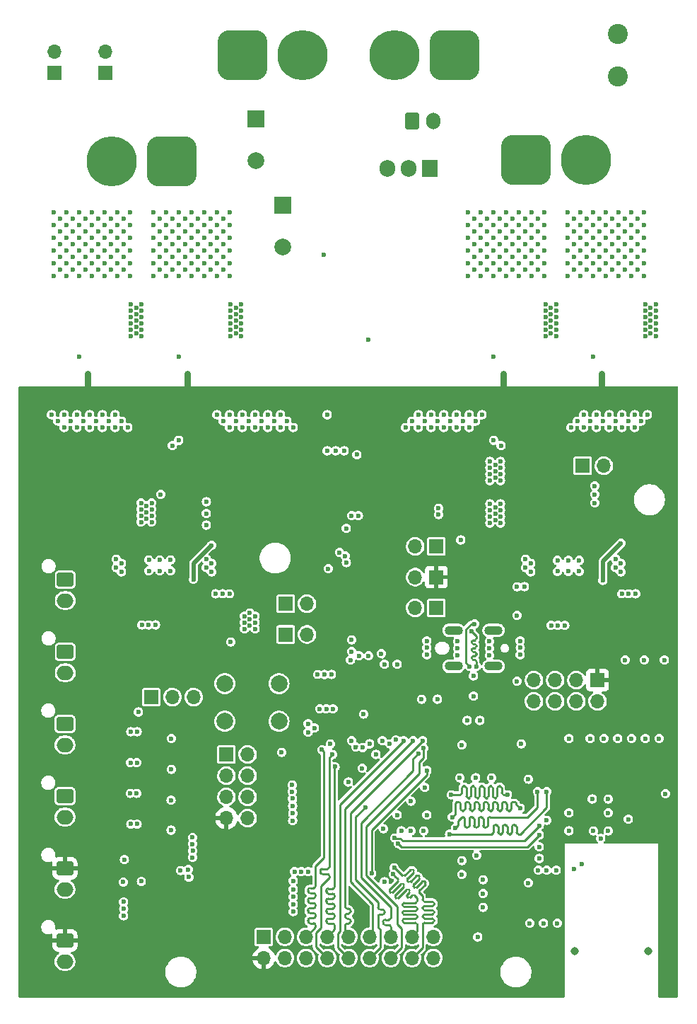
<source format=gbr>
%TF.GenerationSoftware,KiCad,Pcbnew,8.0.7*%
%TF.CreationDate,2025-03-30T10:34:42-04:00*%
%TF.ProjectId,RC-Car-Project,52432d43-6172-42d5-9072-6f6a6563742e,rev?*%
%TF.SameCoordinates,Original*%
%TF.FileFunction,Copper,L2,Inr*%
%TF.FilePolarity,Positive*%
%FSLAX46Y46*%
G04 Gerber Fmt 4.6, Leading zero omitted, Abs format (unit mm)*
G04 Created by KiCad (PCBNEW 8.0.7) date 2025-03-30 10:34:42*
%MOMM*%
%LPD*%
G01*
G04 APERTURE LIST*
G04 Aperture macros list*
%AMRoundRect*
0 Rectangle with rounded corners*
0 $1 Rounding radius*
0 $2 $3 $4 $5 $6 $7 $8 $9 X,Y pos of 4 corners*
0 Add a 4 corners polygon primitive as box body*
4,1,4,$2,$3,$4,$5,$6,$7,$8,$9,$2,$3,0*
0 Add four circle primitives for the rounded corners*
1,1,$1+$1,$2,$3*
1,1,$1+$1,$4,$5*
1,1,$1+$1,$6,$7*
1,1,$1+$1,$8,$9*
0 Add four rect primitives between the rounded corners*
20,1,$1+$1,$2,$3,$4,$5,0*
20,1,$1+$1,$4,$5,$6,$7,0*
20,1,$1+$1,$6,$7,$8,$9,0*
20,1,$1+$1,$8,$9,$2,$3,0*%
G04 Aperture macros list end*
%TA.AperFunction,ComponentPad*%
%ADD10C,0.600000*%
%TD*%
%TA.AperFunction,ComponentPad*%
%ADD11C,2.400000*%
%TD*%
%TA.AperFunction,ComponentPad*%
%ADD12C,0.970000*%
%TD*%
%TA.AperFunction,ComponentPad*%
%ADD13RoundRect,1.500000X1.500000X1.500000X-1.500000X1.500000X-1.500000X-1.500000X1.500000X-1.500000X0*%
%TD*%
%TA.AperFunction,ComponentPad*%
%ADD14C,6.000000*%
%TD*%
%TA.AperFunction,ComponentPad*%
%ADD15R,1.700000X1.700000*%
%TD*%
%TA.AperFunction,ComponentPad*%
%ADD16O,1.700000X1.700000*%
%TD*%
%TA.AperFunction,ComponentPad*%
%ADD17RoundRect,0.250000X-0.750000X0.600000X-0.750000X-0.600000X0.750000X-0.600000X0.750000X0.600000X0*%
%TD*%
%TA.AperFunction,ComponentPad*%
%ADD18O,2.000000X1.700000*%
%TD*%
%TA.AperFunction,ComponentPad*%
%ADD19R,1.905000X2.000000*%
%TD*%
%TA.AperFunction,ComponentPad*%
%ADD20O,1.905000X2.000000*%
%TD*%
%TA.AperFunction,ComponentPad*%
%ADD21R,2.000000X2.000000*%
%TD*%
%TA.AperFunction,ComponentPad*%
%ADD22C,2.000000*%
%TD*%
%TA.AperFunction,ComponentPad*%
%ADD23RoundRect,1.500000X-1.500000X-1.500000X1.500000X-1.500000X1.500000X1.500000X-1.500000X1.500000X0*%
%TD*%
%TA.AperFunction,ComponentPad*%
%ADD24RoundRect,0.250000X-0.600000X-0.750000X0.600000X-0.750000X0.600000X0.750000X-0.600000X0.750000X0*%
%TD*%
%TA.AperFunction,ComponentPad*%
%ADD25O,1.700000X2.000000*%
%TD*%
%TA.AperFunction,ComponentPad*%
%ADD26O,2.200000X1.100000*%
%TD*%
%TA.AperFunction,ViaPad*%
%ADD27C,0.600000*%
%TD*%
%TA.AperFunction,Conductor*%
%ADD28C,0.762000*%
%TD*%
%TA.AperFunction,Conductor*%
%ADD29C,0.276098*%
%TD*%
%TA.AperFunction,Conductor*%
%ADD30C,0.254000*%
%TD*%
%TA.AperFunction,Conductor*%
%ADD31C,0.508000*%
%TD*%
G04 APERTURE END LIST*
D10*
%TO.N,GNDA*%
%TO.C,U2*%
X177628000Y-106963000D03*
X176328000Y-106963000D03*
X175028000Y-106963000D03*
X177628000Y-108263002D03*
X176328000Y-108263002D03*
X175028000Y-108263002D03*
%TD*%
D11*
%TO.N,VDD_BATT*%
%TO.C,C46*%
X182245000Y-49022000D03*
%TO.N,GND_BATT*%
X182245000Y-44022000D03*
%TD*%
D12*
%TO.N,GNDA*%
%TO.C,J15*%
X177103000Y-153728000D03*
X185863000Y-153728000D03*
%TD*%
D13*
%TO.N,GND_BATT*%
%TO.C,J1*%
X162700000Y-46482000D03*
D14*
%TO.N,VDD_BATT_PRE_SW*%
X155500000Y-46482000D03*
%TD*%
D15*
%TO.N,+3V3*%
%TO.C,J13*%
X179832000Y-121285000D03*
D16*
%TO.N,GNDA*%
X179832000Y-123825000D03*
%TO.N,/Connectors/RF_TMS*%
X177292000Y-121285000D03*
%TO.N,/Connectors/RF_nTRST*%
X177292000Y-123825000D03*
%TO.N,/Connectors/RF_TCK*%
X174752000Y-121285000D03*
%TO.N,/Connectors/RF_TDI*%
X174752000Y-123825000D03*
%TO.N,/Connectors/RF_nSRST*%
X172212000Y-121285000D03*
%TO.N,/Connectors/RF_TDO*%
X172212000Y-123825000D03*
%TD*%
D17*
%TO.N,+12V*%
%TO.C,J7*%
X116078000Y-117896000D03*
D18*
%TO.N,/Connectors/LIGHTS3_NEG*%
X116078000Y-120396000D03*
%TD*%
D19*
%TO.N,VDD_BATT*%
%TO.C,Q1*%
X159766000Y-60071000D03*
D20*
%TO.N,/Connectors/PWR_SW*%
X157226000Y-60071000D03*
%TO.N,VDD_BATT_PRE_SW*%
X154686000Y-60071000D03*
%TD*%
D15*
%TO.N,GNDA*%
%TO.C,TP3*%
X114808000Y-48646000D03*
D16*
%TO.N,N/C*%
X114808000Y-46106000D03*
%TD*%
D15*
%TO.N,GNDA*%
%TO.C,TP7*%
X142489000Y-112141000D03*
D16*
%TO.N,N/C*%
X145029000Y-112141000D03*
%TD*%
D15*
%TO.N,/Connectors/USART_TX*%
%TO.C,J12*%
X135382000Y-130175000D03*
D16*
%TO.N,/Connectors/USART_RX*%
X137922000Y-130175000D03*
%TO.N,/Connectors/SWCLK*%
X135382000Y-132715000D03*
%TO.N,/Connectors/SWDIO*%
X137922000Y-132715000D03*
%TO.N,/Connectors/NRST*%
X135382000Y-135255000D03*
%TO.N,GNDA*%
X137922000Y-135255000D03*
%TO.N,+3V3*%
X135382000Y-137795000D03*
%TO.N,unconnected-(J12-Pin_8-Pad8)*%
X137922000Y-137795000D03*
%TD*%
D17*
%TO.N,+12V*%
%TO.C,J6*%
X116039900Y-126532000D03*
D18*
%TO.N,/Connectors/LIGHTS2_NEG*%
X116039900Y-129032000D03*
%TD*%
D21*
%TO.N,VDD_BATT*%
%TO.C,C1*%
X138938000Y-54147323D03*
D22*
%TO.N,GND_BATT*%
X138938000Y-59147323D03*
%TD*%
D17*
%TO.N,+3V3*%
%TO.C,J10*%
X116039900Y-152440000D03*
D18*
%TO.N,/Connectors/THERMO2_NEG*%
X116039900Y-154940000D03*
%TD*%
D15*
%TO.N,GNDA*%
%TO.C,TP5*%
X142489000Y-115824000D03*
D16*
%TO.N,N/C*%
X145029000Y-115824000D03*
%TD*%
D15*
%TO.N,GNDA*%
%TO.C,J11*%
X139840000Y-152000000D03*
D16*
%TO.N,+3V3*%
X139840000Y-154540000D03*
%TO.N,/Connectors/I2C2_CAM_SDA*%
X142380000Y-152000000D03*
%TO.N,/Connectors/I2C2_CAM_SCL*%
X142380000Y-154540000D03*
%TO.N,/Connectors/DCMI_HSYNC*%
X144920000Y-152000000D03*
%TO.N,/Connectors/DCMI_VSYNC*%
X144920000Y-154540000D03*
%TO.N,/Connectors/DCMI_XCLK*%
X147460000Y-152000000D03*
%TO.N,/Connectors/DCMI_PIXCLK*%
X147460000Y-154540000D03*
%TO.N,/Connectors/DCMI_D6*%
X150000000Y-152000000D03*
%TO.N,/Connectors/DCMI_D7*%
X150000000Y-154540000D03*
%TO.N,/Connectors/DCMI_D4*%
X152540000Y-152000000D03*
%TO.N,/Connectors/DCMI_D5*%
X152540000Y-154540000D03*
%TO.N,/Connectors/DCMI_D2*%
X155080000Y-152000000D03*
%TO.N,/Connectors/DCMI_D3*%
X155080000Y-154540000D03*
%TO.N,/Connectors/DCMI_D0*%
X157620000Y-152000000D03*
%TO.N,/Connectors/DCMI_D1*%
X157620000Y-154540000D03*
%TO.N,Net-(J11-Pin_17)*%
X160160000Y-152000000D03*
%TO.N,Net-(J11-Pin_18)*%
X160160000Y-154540000D03*
%TD*%
D15*
%TO.N,Net-(SW2-A)*%
%TO.C,SW2*%
X126365000Y-123317000D03*
D16*
%TO.N,Net-(SW2-B)*%
X128905000Y-123317000D03*
%TO.N,Net-(SW2-C)*%
X131445000Y-123317000D03*
%TD*%
D21*
%TO.N,VDD_BATT*%
%TO.C,C2*%
X142113000Y-64434323D03*
D22*
%TO.N,GND_BATT*%
X142113000Y-69434323D03*
%TD*%
D17*
%TO.N,+12V*%
%TO.C,J8*%
X116078000Y-109260000D03*
D18*
%TO.N,/Connectors/LIHGTS4_NEG*%
X116078000Y-111760000D03*
%TD*%
D15*
%TO.N,Net-(D5-K)*%
%TO.C,TP8*%
X178049000Y-95631000D03*
D16*
%TO.N,N/C*%
X180589000Y-95631000D03*
%TD*%
D17*
%TO.N,+3V3*%
%TO.C,J9*%
X116039900Y-143804000D03*
D18*
%TO.N,/Connectors/THERMO1_NEG*%
X116039900Y-146304000D03*
%TD*%
D10*
%TO.N,GNDA*%
%TO.C,U3*%
X128681000Y-106903998D03*
X127381000Y-106903998D03*
X126081000Y-106903998D03*
X128681000Y-108204000D03*
X127381000Y-108204000D03*
X126081000Y-108204000D03*
%TD*%
D13*
%TO.N,/Connectors/M1_LEFT*%
%TO.C,J4*%
X128822000Y-59182000D03*
D14*
%TO.N,/Connectors/M1_RIGHT*%
X121622000Y-59182000D03*
%TD*%
D22*
%TO.N,GNDA*%
%TO.C,SW1*%
X135180000Y-121702000D03*
X141680000Y-121702000D03*
%TO.N,/Connectors/NRST*%
X135180000Y-126202000D03*
X141680000Y-126202000D03*
%TD*%
D15*
%TO.N,VDD_BATT*%
%TO.C,TP2*%
X120904000Y-48641000D03*
D16*
%TO.N,N/C*%
X120904000Y-46101000D03*
%TD*%
D23*
%TO.N,GND_BATT*%
%TO.C,J2*%
X137300000Y-46482000D03*
D14*
%TO.N,VDD_BATT_PRE_SW*%
X144500000Y-46482000D03*
%TD*%
D23*
%TO.N,/Connectors/M2_LEFT*%
%TO.C,J3*%
X171279000Y-59055000D03*
D14*
%TO.N,/Connectors/M2_RIGHT*%
X178479000Y-59055000D03*
%TD*%
D15*
%TO.N,+12V*%
%TO.C,TP4*%
X160528000Y-105283000D03*
D16*
%TO.N,N/C*%
X157988000Y-105283000D03*
%TD*%
D15*
%TO.N,VDD_USB*%
%TO.C,TP1*%
X160528000Y-112649000D03*
D16*
%TO.N,N/C*%
X157988000Y-112649000D03*
%TD*%
D15*
%TO.N,+3V3*%
%TO.C,TP6*%
X160528000Y-108966000D03*
D16*
%TO.N,N/C*%
X157988000Y-108966000D03*
%TD*%
D24*
%TO.N,VDD_BATT_PRE_SW*%
%TO.C,J16*%
X157647000Y-54356000D03*
D25*
%TO.N,/Connectors/PWR_SW*%
X160147000Y-54356000D03*
%TD*%
D26*
%TO.N,unconnected-(J14-SHIELD-PadS1)*%
%TO.C,J14*%
X167373000Y-119625000D03*
%TO.N,unconnected-(J14-SHIELD__1-PadS2)*%
X167373000Y-115325000D03*
%TO.N,unconnected-(J14-SHIELD__2-PadS3)*%
X162573000Y-119625000D03*
%TO.N,unconnected-(J14-SHIELD__3-PadS4)*%
X162573000Y-115325000D03*
%TD*%
D17*
%TO.N,+12V*%
%TO.C,J5*%
X116039900Y-135168000D03*
D18*
%TO.N,/Connectors/LIGHTS1_NEG*%
X116039900Y-137668000D03*
%TD*%
D27*
%TO.N,GNDA*%
X122047000Y-89535000D03*
X154051000Y-128524000D03*
X181229000Y-91059000D03*
X179705000Y-89535000D03*
X136525000Y-90297000D03*
X118237000Y-90297000D03*
X182753000Y-89535000D03*
X171704000Y-150368000D03*
X170561000Y-118237000D03*
X165481000Y-152019000D03*
X123074263Y-148653201D03*
X115189000Y-90297000D03*
X185420000Y-118872000D03*
X158750000Y-123571000D03*
X127508000Y-99060000D03*
X120523000Y-91059000D03*
X178943000Y-128270000D03*
X181102000Y-135509000D03*
X156845000Y-91059000D03*
X159380761Y-118237000D03*
X150368000Y-117856000D03*
X171069000Y-110109000D03*
X151193500Y-101600000D03*
X182245000Y-128270000D03*
X166116000Y-148463000D03*
X165227000Y-132969000D03*
X133604000Y-107315000D03*
X144355730Y-144194546D03*
X145161000Y-126492000D03*
X164973000Y-120777000D03*
X115951000Y-91059000D03*
X145179075Y-144198785D03*
X185547000Y-128270000D03*
X124684000Y-138496000D03*
X163576000Y-142875000D03*
X183515000Y-90297000D03*
X170688000Y-128905000D03*
X179500546Y-99060000D03*
X170180000Y-113538000D03*
X149987000Y-133477000D03*
X124686852Y-127454065D03*
X119761000Y-90297000D03*
X175913075Y-114734785D03*
X178943000Y-90297000D03*
X176657000Y-91059000D03*
X128744260Y-135649478D03*
X163576000Y-144526000D03*
X159004000Y-139319000D03*
X160655000Y-123571000D03*
X122174000Y-107823000D03*
X160782000Y-101473000D03*
X158369000Y-89535000D03*
X124643020Y-131168775D03*
X135763000Y-89535000D03*
X128755532Y-139238547D03*
X178181000Y-89535000D03*
X126067730Y-114681000D03*
X151003000Y-94297500D03*
X151801105Y-125341354D03*
X161417000Y-89535000D03*
X143528075Y-144198785D03*
X142621000Y-90297000D03*
X172847000Y-141224000D03*
X125183900Y-145359001D03*
X166116000Y-145161000D03*
X181102000Y-137160000D03*
X175089730Y-114730546D03*
X143383000Y-91059000D03*
X132969000Y-101346000D03*
X170180000Y-121412000D03*
X185039000Y-90297000D03*
X124624140Y-134822927D03*
X116713000Y-90297000D03*
X187198000Y-128270000D03*
X123024900Y-145436534D03*
X165989000Y-89535000D03*
X164465000Y-91059000D03*
X159380761Y-116586000D03*
X123922000Y-138496000D03*
X135763000Y-91059000D03*
X177419000Y-90297000D03*
X141097000Y-90297000D03*
X183134000Y-118872000D03*
X162179000Y-90297000D03*
X183515000Y-137922000D03*
X122809000Y-107315000D03*
X135890000Y-116713000D03*
X135744925Y-110944215D03*
X120523000Y-89535000D03*
X123862140Y-134822927D03*
X134239000Y-89535000D03*
X140335000Y-91059000D03*
X180594000Y-128270000D03*
X117475000Y-91059000D03*
X182734925Y-110944215D03*
X167132000Y-132969000D03*
X187960000Y-134874000D03*
X123151900Y-142748000D03*
X179197000Y-135509000D03*
X147447000Y-93853000D03*
X150368000Y-116459000D03*
X147447000Y-89535000D03*
X180213000Y-140208000D03*
X181991000Y-90297000D03*
X159131000Y-90297000D03*
X171831000Y-108331000D03*
X162941000Y-89535000D03*
X173355000Y-150368000D03*
X171196000Y-107823000D03*
X180467000Y-90297000D03*
X155829000Y-137414000D03*
X123063207Y-149471133D03*
X122809000Y-108331000D03*
X159893000Y-89535000D03*
X132969000Y-106807000D03*
X138811000Y-89535000D03*
X126891075Y-114685239D03*
X145923000Y-127000000D03*
X171538000Y-145542000D03*
X166116000Y-146812000D03*
X179324000Y-139319000D03*
X182626000Y-108331000D03*
X141859000Y-91059000D03*
X155829000Y-119380000D03*
X122174000Y-106807000D03*
X178181000Y-91059000D03*
X123571000Y-91059000D03*
X182626000Y-107315000D03*
X124841000Y-125095000D03*
X157607000Y-90297000D03*
X134917270Y-110948454D03*
X162941000Y-91059000D03*
X181229000Y-89535000D03*
X181102000Y-139319000D03*
X123924852Y-127454065D03*
X170180000Y-110109000D03*
X170565239Y-117413655D03*
X133604000Y-108331000D03*
X157480000Y-135763000D03*
X138049000Y-90297000D03*
X141986000Y-129921000D03*
X176403000Y-128270000D03*
X164465000Y-89535000D03*
X158369000Y-91059000D03*
X132973239Y-102743000D03*
X179504785Y-98044000D03*
X150368000Y-128524000D03*
X139573000Y-90297000D03*
X185801000Y-89535000D03*
X145161000Y-127508000D03*
X147955809Y-120600880D03*
X146304809Y-120600880D03*
X137287000Y-89535000D03*
X151638000Y-131826000D03*
X171196000Y-106807000D03*
X137287000Y-91059000D03*
X184277000Y-91059000D03*
X183896000Y-128270000D03*
X150368000Y-101600000D03*
X176403000Y-137160000D03*
X128778000Y-128270000D03*
X159131000Y-134112000D03*
X163322000Y-132969000D03*
X153289000Y-130175000D03*
X165354000Y-142240000D03*
X159893000Y-91059000D03*
X159385000Y-117413655D03*
X121285000Y-90297000D03*
X184385925Y-110944215D03*
X170561000Y-116586000D03*
X114427000Y-89535000D03*
X171831000Y-107315000D03*
X184277000Y-89535000D03*
X123063207Y-147820133D03*
X181991000Y-106807000D03*
X161417000Y-91059000D03*
X187833000Y-118872000D03*
X117475000Y-89535000D03*
X154305000Y-119380000D03*
X154178000Y-139065000D03*
X128778000Y-131953000D03*
X160655000Y-90297000D03*
X132973239Y-99949000D03*
X176403000Y-139319000D03*
X165227000Y-90297000D03*
X141859000Y-89535000D03*
X122047000Y-91059000D03*
X135001000Y-90297000D03*
X179705000Y-91059000D03*
X182753000Y-91059000D03*
X118999000Y-91059000D03*
X174262075Y-114734785D03*
X123881020Y-131168775D03*
X125240075Y-114685239D03*
X183558270Y-110948454D03*
X138811000Y-91059000D03*
X118999000Y-89535000D03*
X115951000Y-89535000D03*
X179504785Y-100076000D03*
X132969000Y-107823000D03*
X154305000Y-145415000D03*
X171538000Y-133135000D03*
X181991000Y-107823000D03*
X122809000Y-90297000D03*
X175006000Y-150368000D03*
X140335000Y-89535000D03*
X172847000Y-142621000D03*
X163703000Y-90297000D03*
X134093925Y-110944215D03*
X147122741Y-120611936D03*
X160782000Y-100711000D03*
%TO.N,VDD_BATT*%
X174244000Y-77470000D03*
X174879000Y-77089000D03*
X173609000Y-78613000D03*
X135890000Y-76327000D03*
X185547000Y-76327000D03*
X166941500Y-96647000D03*
X166941500Y-95123000D03*
X137160000Y-79375000D03*
X125222000Y-78613000D03*
X186817000Y-80137000D03*
X185547000Y-77851000D03*
X173609000Y-80137000D03*
X186817000Y-76327000D03*
X125222000Y-76327000D03*
X186817000Y-78613000D03*
X174244000Y-79756000D03*
X174879000Y-80137000D03*
X124587000Y-76708000D03*
X152400000Y-80518000D03*
X123952000Y-77851000D03*
X137160000Y-80137000D03*
X173609000Y-76327000D03*
X123952000Y-77089000D03*
X185547000Y-80137000D03*
X135890000Y-77851000D03*
X167576500Y-95504000D03*
X168211500Y-96647000D03*
X149479000Y-93853000D03*
X167576500Y-96266000D03*
X123952000Y-79375000D03*
X126428500Y-100838000D03*
X126428500Y-101600000D03*
X174244000Y-78994000D03*
X174879000Y-79375000D03*
X186817000Y-79375000D03*
X186817000Y-77089000D03*
X124587000Y-79756000D03*
X135890000Y-77089000D03*
X123952000Y-78613000D03*
X125158500Y-100838000D03*
X125158500Y-100076000D03*
X174879000Y-76327000D03*
X124587000Y-78994000D03*
X173609000Y-77089000D03*
X173609000Y-79375000D03*
X136525000Y-78994000D03*
X174244000Y-78232000D03*
X185547000Y-78613000D03*
X185547000Y-79375000D03*
X136525000Y-77470000D03*
X166941500Y-95885000D03*
X186817000Y-77851000D03*
X166941500Y-97409000D03*
X125158500Y-102362000D03*
X174879000Y-78613000D03*
X137160000Y-77089000D03*
X137160000Y-78613000D03*
X125793500Y-101981000D03*
X186182000Y-78232000D03*
X136525000Y-76708000D03*
X186182000Y-79756000D03*
X168211500Y-95123000D03*
X167576500Y-97028000D03*
X125222000Y-77851000D03*
X124587000Y-78232000D03*
X123952000Y-80137000D03*
X137160000Y-76327000D03*
X173609000Y-77851000D03*
X135890000Y-80137000D03*
X168211500Y-97409000D03*
X126428500Y-102362000D03*
X136525000Y-79756000D03*
X186182000Y-78994000D03*
X125222000Y-80137000D03*
X185547000Y-77089000D03*
X125793500Y-100457000D03*
X137160000Y-77851000D03*
X174244000Y-76708000D03*
X126428500Y-100076000D03*
X168211500Y-95885000D03*
X186182000Y-77470000D03*
X136525000Y-78232000D03*
X135890000Y-79375000D03*
X123952000Y-76327000D03*
X186182000Y-76708000D03*
X125222000Y-79375000D03*
X125793500Y-101219000D03*
X125222000Y-77089000D03*
X124587000Y-77470000D03*
X135890000Y-78613000D03*
X174879000Y-77851000D03*
X125158500Y-101600000D03*
%TO.N,+3V3*%
X170497682Y-134112000D03*
X167317222Y-128982421D03*
X121246900Y-144145000D03*
X152908000Y-100330000D03*
X168529000Y-84582000D03*
X185801000Y-114046000D03*
X176466500Y-131445000D03*
X166697215Y-141940575D03*
X187357093Y-136527965D03*
X159766000Y-142875000D03*
X187706000Y-112903000D03*
X186436000Y-113665000D03*
X147320000Y-104775000D03*
X168968222Y-128982421D03*
X166701454Y-142768230D03*
X170497682Y-133223000D03*
X168140567Y-128986660D03*
X176403000Y-135509000D03*
X187706000Y-113665000D03*
X170497682Y-132334000D03*
X145923000Y-142113000D03*
X155448000Y-124841000D03*
X165227000Y-104395000D03*
X188341000Y-113284000D03*
X160401000Y-127508000D03*
X173148350Y-128946807D03*
X132588000Y-125095000D03*
X118745000Y-84582000D03*
X143510000Y-129921000D03*
X149415500Y-128143000D03*
X186436000Y-112903000D03*
X121246900Y-144907000D03*
X185801000Y-113284000D03*
X165481000Y-153670000D03*
X130683000Y-84582000D03*
X151003000Y-97663000D03*
X146904000Y-128143000D03*
X152527000Y-94297500D03*
X180340000Y-84582000D03*
X188341000Y-114046000D03*
X188341000Y-143891000D03*
X156337000Y-124841000D03*
X154559000Y-124841000D03*
X161290000Y-127508000D03*
X166697215Y-143591575D03*
X172325005Y-128942568D03*
X176473454Y-132479404D03*
X161036000Y-97536000D03*
X187071000Y-114046000D03*
X152908000Y-99568000D03*
X149415500Y-125984000D03*
X187346037Y-137345897D03*
X187071000Y-113284000D03*
X187357093Y-138178965D03*
X144653000Y-120396000D03*
X145923000Y-141351000D03*
%TO.N,+12V*%
X137541000Y-113623000D03*
X137541000Y-115147000D03*
X138811000Y-113623000D03*
X138176000Y-114004000D03*
X163449000Y-104521000D03*
X138176000Y-114766000D03*
X138811000Y-114385000D03*
X138811000Y-115147000D03*
X138176000Y-113242000D03*
X137541000Y-114385000D03*
%TO.N,/Connectors/M2_RIGHT*%
X179324000Y-65278000D03*
X178562000Y-72136000D03*
X183896000Y-66802000D03*
X183134000Y-70612000D03*
X181610000Y-70612000D03*
X177800000Y-68326000D03*
X183896000Y-69850000D03*
X176276000Y-71374000D03*
X183134000Y-72136000D03*
X176276000Y-66802000D03*
X177038000Y-66040000D03*
X180086000Y-72136000D03*
X180848000Y-71374000D03*
X180086000Y-70612000D03*
X177800000Y-71374000D03*
X180848000Y-66802000D03*
X181610000Y-67564000D03*
X185420000Y-68326000D03*
X179324000Y-72898000D03*
X176276000Y-68326000D03*
X181610000Y-66040000D03*
X177038000Y-72136000D03*
X180848000Y-65278000D03*
X184658000Y-67564000D03*
X177800000Y-69850000D03*
X177038000Y-67564000D03*
X176276000Y-72898000D03*
X177800000Y-66802000D03*
X180848000Y-69850000D03*
X177038000Y-69088000D03*
X177800000Y-72898000D03*
X180086000Y-66040000D03*
X177038000Y-70612000D03*
X182372000Y-65278000D03*
X180848000Y-72898000D03*
X185420000Y-71374000D03*
X185420000Y-66802000D03*
X179324000Y-71374000D03*
X176276000Y-69850000D03*
X182372000Y-69850000D03*
X185420000Y-65278000D03*
X183896000Y-71374000D03*
X180848000Y-68326000D03*
X182372000Y-66802000D03*
X178562000Y-70612000D03*
X181610000Y-69088000D03*
X184658000Y-70612000D03*
X182372000Y-68326000D03*
X183134000Y-69088000D03*
X177800000Y-65278000D03*
X183896000Y-65278000D03*
X182372000Y-72898000D03*
X182372000Y-71374000D03*
X183896000Y-72898000D03*
X183134000Y-67564000D03*
X185420000Y-72898000D03*
X180086000Y-69088000D03*
X183896000Y-68326000D03*
X184658000Y-72136000D03*
X184658000Y-69088000D03*
X179324000Y-68326000D03*
X185420000Y-69850000D03*
X179324000Y-69850000D03*
X176276000Y-65278000D03*
X184658000Y-66040000D03*
X178562000Y-67564000D03*
X178562000Y-69088000D03*
X183134000Y-66040000D03*
X178562000Y-66040000D03*
X180086000Y-67564000D03*
X179324000Y-66802000D03*
X181610000Y-72136000D03*
%TO.N,/Connectors/M2_LEFT*%
X167386000Y-71374000D03*
X165862000Y-66802000D03*
X172720000Y-72136000D03*
X165100000Y-70612000D03*
X168148000Y-66040000D03*
X169672000Y-69088000D03*
X167386000Y-69850000D03*
X164338000Y-72898000D03*
X168910000Y-69850000D03*
X170434000Y-69850000D03*
X171196000Y-66040000D03*
X165100000Y-69088000D03*
X164338000Y-65278000D03*
X171196000Y-67564000D03*
X169672000Y-70612000D03*
X171958000Y-71374000D03*
X170434000Y-66802000D03*
X164338000Y-71374000D03*
X168910000Y-72898000D03*
X165862000Y-69850000D03*
X172720000Y-66040000D03*
X167386000Y-66802000D03*
X166624000Y-69088000D03*
X167386000Y-68326000D03*
X170434000Y-72898000D03*
X173482000Y-66802000D03*
X173482000Y-71374000D03*
X167386000Y-72898000D03*
X166624000Y-72136000D03*
X166624000Y-66040000D03*
X167386000Y-65278000D03*
X173482000Y-72898000D03*
X171958000Y-65278000D03*
X172720000Y-67564000D03*
X168910000Y-68326000D03*
X166624000Y-67564000D03*
X169672000Y-66040000D03*
X168148000Y-72136000D03*
X170434000Y-71374000D03*
X165100000Y-66040000D03*
X171958000Y-68326000D03*
X165862000Y-72898000D03*
X173482000Y-68326000D03*
X171196000Y-72136000D03*
X165100000Y-72136000D03*
X171196000Y-70612000D03*
X165862000Y-65278000D03*
X165100000Y-67564000D03*
X173482000Y-69850000D03*
X172720000Y-69088000D03*
X166624000Y-70612000D03*
X168910000Y-71374000D03*
X165862000Y-71374000D03*
X168148000Y-69088000D03*
X169672000Y-67564000D03*
X168910000Y-66802000D03*
X168910000Y-65278000D03*
X168148000Y-70612000D03*
X171958000Y-69850000D03*
X170434000Y-65278000D03*
X164338000Y-69850000D03*
X168148000Y-67564000D03*
X173482000Y-65278000D03*
X171958000Y-72898000D03*
X172720000Y-70612000D03*
X170434000Y-68326000D03*
X171196000Y-69088000D03*
X164338000Y-68326000D03*
X169672000Y-72136000D03*
X165862000Y-68326000D03*
X164338000Y-66802000D03*
X171958000Y-66802000D03*
%TO.N,/Connectors/M1_LEFT*%
X129667000Y-66802000D03*
X129667000Y-72898000D03*
X133477000Y-69088000D03*
X128905000Y-67564000D03*
X131191000Y-66802000D03*
X134239000Y-72898000D03*
X128143000Y-69850000D03*
X130429000Y-69088000D03*
X128905000Y-72136000D03*
X130429000Y-72136000D03*
X132715000Y-65278000D03*
X127381000Y-70612000D03*
X135001000Y-66040000D03*
X134239000Y-68326000D03*
X132715000Y-68326000D03*
X131953000Y-66040000D03*
X128143000Y-65278000D03*
X126619000Y-66802000D03*
X135763000Y-68326000D03*
X131953000Y-67564000D03*
X135763000Y-66802000D03*
X131191000Y-69850000D03*
X126619000Y-68326000D03*
X129667000Y-69850000D03*
X133477000Y-70612000D03*
X126619000Y-69850000D03*
X131953000Y-72136000D03*
X132715000Y-69850000D03*
X134239000Y-71374000D03*
X127381000Y-69088000D03*
X134239000Y-65278000D03*
X131191000Y-68326000D03*
X134239000Y-66802000D03*
X129667000Y-71374000D03*
X129667000Y-65278000D03*
X135763000Y-72898000D03*
X127381000Y-72136000D03*
X128143000Y-66802000D03*
X134239000Y-69850000D03*
X131953000Y-69088000D03*
X126619000Y-71374000D03*
X135763000Y-69850000D03*
X128905000Y-69088000D03*
X127381000Y-67564000D03*
X135001000Y-70612000D03*
X133477000Y-66040000D03*
X132715000Y-71374000D03*
X128905000Y-66040000D03*
X135001000Y-69088000D03*
X128143000Y-71374000D03*
X126619000Y-65278000D03*
X130429000Y-66040000D03*
X131191000Y-72898000D03*
X135001000Y-67564000D03*
X128143000Y-68326000D03*
X135763000Y-71374000D03*
X128905000Y-70612000D03*
X135763000Y-65278000D03*
X132715000Y-72898000D03*
X129667000Y-68326000D03*
X135001000Y-72136000D03*
X130429000Y-67564000D03*
X131191000Y-65278000D03*
X126619000Y-72898000D03*
X131953000Y-70612000D03*
X133477000Y-67564000D03*
X132715000Y-66802000D03*
X127381000Y-66040000D03*
X130429000Y-70612000D03*
X133477000Y-72136000D03*
X131191000Y-71374000D03*
X128143000Y-72898000D03*
%TO.N,/Connectors/M1_RIGHT*%
X117729000Y-68326000D03*
X121539000Y-70612000D03*
X119253000Y-72898000D03*
X114681000Y-68326000D03*
X116205000Y-69850000D03*
X120777000Y-65278000D03*
X123825000Y-68326000D03*
X115443000Y-69088000D03*
X115443000Y-67564000D03*
X119253000Y-68326000D03*
X114681000Y-65278000D03*
X120777000Y-72898000D03*
X119253000Y-66802000D03*
X116205000Y-72898000D03*
X123063000Y-67564000D03*
X114681000Y-72898000D03*
X122301000Y-72898000D03*
X119253000Y-69850000D03*
X120015000Y-72136000D03*
X123825000Y-69850000D03*
X120777000Y-66802000D03*
X117729000Y-72898000D03*
X118491000Y-69088000D03*
X123063000Y-66040000D03*
X118491000Y-66040000D03*
X117729000Y-71374000D03*
X116967000Y-69088000D03*
X122301000Y-71374000D03*
X123063000Y-72136000D03*
X116967000Y-70612000D03*
X120015000Y-70612000D03*
X116205000Y-65278000D03*
X121539000Y-69088000D03*
X120777000Y-69850000D03*
X120015000Y-69088000D03*
X115443000Y-66040000D03*
X116205000Y-71374000D03*
X116967000Y-66040000D03*
X119253000Y-65278000D03*
X123825000Y-71374000D03*
X123825000Y-72898000D03*
X116205000Y-68326000D03*
X115443000Y-72136000D03*
X119253000Y-71374000D03*
X114681000Y-69850000D03*
X120777000Y-68326000D03*
X121539000Y-72136000D03*
X121539000Y-67564000D03*
X120777000Y-71374000D03*
X121539000Y-66040000D03*
X122301000Y-66802000D03*
X116967000Y-67564000D03*
X120015000Y-67564000D03*
X114681000Y-71374000D03*
X123825000Y-65278000D03*
X122301000Y-69850000D03*
X123063000Y-69088000D03*
X118491000Y-72136000D03*
X122301000Y-65278000D03*
X117729000Y-69850000D03*
X123063000Y-70612000D03*
X115443000Y-70612000D03*
X122301000Y-68326000D03*
X118491000Y-70612000D03*
X118491000Y-67564000D03*
X114681000Y-66802000D03*
X120015000Y-66040000D03*
X123825000Y-66802000D03*
X116967000Y-72136000D03*
X117729000Y-66802000D03*
X116205000Y-66802000D03*
X117729000Y-65278000D03*
%TO.N,/Connectors/USART_TX*%
X143383000Y-146306288D03*
%TO.N,/Connectors/USART_RX*%
X143383000Y-147193000D03*
%TO.N,/Connectors/SWDIO*%
X143384144Y-148083144D03*
%TO.N,/Connectors/SWCLK*%
X143383000Y-148971000D03*
%TO.N,/Connectors/DCMI_D1*%
X155478598Y-143713003D03*
%TO.N,/Connectors/DCMI_D0*%
X155353342Y-144503139D03*
%TO.N,/Connectors/DCMI_D5*%
X152019000Y-136525000D03*
%TO.N,/Connectors/DCMI_D7*%
X156591000Y-128524000D03*
%TO.N,/Connectors/DCMI_D2*%
X158369000Y-130048000D03*
%TO.N,/Connectors/DCMI_XCLK*%
X148399500Y-131635500D03*
%TO.N,/Connectors/DCMI_PIXCLK*%
X148082000Y-130175000D03*
%TO.N,/Connectors/DCMI_HSYNC*%
X146812000Y-129603500D03*
%TO.N,/Connectors/DCMI_D6*%
X157734000Y-128524000D03*
%TO.N,/Connectors/DCMI_D4*%
X158877000Y-128524000D03*
%TO.N,/Connectors/DCMI_VSYNC*%
X159385000Y-132080000D03*
X152784049Y-144399000D03*
%TO.N,/Connectors/DCMI_D3*%
X159004000Y-129413000D03*
%TO.N,/MCU/LIGHTS1_PWM*%
X143299252Y-135463460D03*
X131318000Y-142502000D03*
%TO.N,/MCU/LIGHTS2_PWM*%
X143256748Y-134620000D03*
X131339793Y-141702297D03*
%TO.N,Net-(Q2-IN)*%
X128905000Y-93218000D03*
X117729000Y-82550000D03*
%TO.N,/MCU/MOTOR_EN*%
X146551915Y-124714000D03*
X151257000Y-118364000D03*
%TO.N,Net-(D8-K)*%
X133591000Y-105156000D03*
X131432000Y-109220000D03*
%TO.N,/IVTSense/ALERT*%
X152527000Y-128905000D03*
X149606000Y-106426000D03*
%TO.N,VDD_USB*%
X167576500Y-101346000D03*
X166882239Y-116651655D03*
X168211500Y-100965000D03*
X166941500Y-100203000D03*
X167576500Y-100584000D03*
X166878000Y-117475000D03*
X163068000Y-117475000D03*
X168211500Y-102489000D03*
X166882239Y-118302655D03*
X166941500Y-100965000D03*
X164973000Y-123190000D03*
X166941500Y-102489000D03*
X168211500Y-101727000D03*
X163063761Y-118298345D03*
X168211500Y-100203000D03*
X163063761Y-116647345D03*
X166941500Y-101727000D03*
X167576500Y-102108000D03*
%TO.N,/Connectors/RF_TCK*%
X177038000Y-143891000D03*
%TO.N,/Connectors/RF_nTRST*%
X177927000Y-143256000D03*
%TO.N,/Connectors/RF_TDO*%
X172720000Y-144018000D03*
%TO.N,/Connectors/RF_TMS*%
X173736000Y-144018000D03*
%TO.N,/Connectors/RF_TDI*%
X174879000Y-144018000D03*
%TO.N,/IVTSense/MOSI*%
X130874926Y-144837498D03*
X151695798Y-129341015D03*
X143321303Y-137219409D03*
X148920297Y-106002298D03*
%TO.N,/IVTSense/THERMO_ADC_CS*%
X143318356Y-138111356D03*
X155686000Y-128413000D03*
%TO.N,/IVTSense/SCLK*%
X147574000Y-107950000D03*
X143383000Y-145288000D03*
X129879999Y-144059001D03*
%TO.N,/IVTSense/MISO*%
X150876000Y-129286000D03*
X130810000Y-143945329D03*
X143319185Y-136332527D03*
X149733000Y-103124000D03*
%TO.N,/MCU/LEFT_PWM1*%
X148151894Y-124720395D03*
X153924000Y-118110000D03*
%TO.N,/MCU/RIGHT_PWM1*%
X152400000Y-118364000D03*
X147351917Y-124713908D03*
%TO.N,/IVTSense/INA_CS*%
X154940000Y-128905000D03*
X149744000Y-107220521D03*
%TO.N,Net-(J14-D1-)*%
X164518997Y-119634000D03*
X165100000Y-114554000D03*
%TO.N,Net-(Q3-IN)*%
X129667000Y-92591000D03*
X129667000Y-82550000D03*
%TO.N,Net-(Q4-IN)*%
X167386000Y-92591000D03*
X167386000Y-82550000D03*
%TO.N,Net-(J14-D1+)*%
X164723000Y-115413094D03*
X165319000Y-119634000D03*
%TO.N,Net-(Q5-IN)*%
X179324000Y-82550000D03*
X168275000Y-93218000D03*
%TO.N,/MCU/RF_RESET*%
X159385000Y-137414000D03*
X173736000Y-138049000D03*
%TO.N,/MCU/SDMMC1_D3*%
X172638000Y-134620000D03*
X162814000Y-138938000D03*
%TO.N,/MCU/SDMMC1_D2*%
X173736000Y-134620000D03*
X162107228Y-139726992D03*
%TO.N,/MCU/SDMMC1_D1*%
X155956000Y-140843000D03*
X172847000Y-139827000D03*
%TO.N,/MCU/SDMMC1_D0*%
X155544402Y-140157003D03*
X172847000Y-138684000D03*
%TO.N,/MCU/SDMMC1_CMD*%
X162306000Y-134999000D03*
X169037000Y-134999000D03*
%TO.N,/MCU/SDMMC1_CK*%
X162433000Y-137668000D03*
X170561000Y-136611000D03*
%TO.N,/Connectors/CON_USB_D-*%
X156337000Y-139319000D03*
X164211000Y-126111000D03*
%TO.N,/Connectors/CON_USB_D+*%
X157480000Y-139319000D03*
X165735000Y-126111000D03*
%TO.N,/MCU/LIGHTS4_PWM*%
X131318304Y-140102649D03*
X147828000Y-128905000D03*
%TO.N,/MCU/LIGHTS3_PWM*%
X143255805Y-133819998D03*
X131315996Y-140902649D03*
%TO.N,Net-(SW2-B)*%
X150241000Y-118872000D03*
X163568000Y-129032000D03*
%TO.N,Net-(F1-Pad2)*%
X148463000Y-93853000D03*
X147066000Y-70358000D03*
%TO.N,Net-(D7-K)*%
X180467000Y-109347000D03*
X182626000Y-104902000D03*
%TD*%
D28*
%TO.N,+3V3*%
X130683000Y-84582000D02*
X130683000Y-86614000D01*
X180340000Y-84582000D02*
X180340000Y-86614000D01*
X118745000Y-84582000D02*
X118745000Y-86614000D01*
X168529000Y-84582000D02*
X168529000Y-86614000D01*
D29*
%TO.N,/Connectors/DCMI_D1*%
X157073878Y-145025440D02*
X157773913Y-144325404D01*
X157780985Y-145732547D02*
X158481020Y-145032511D01*
X157620000Y-154540000D02*
X158877000Y-153283000D01*
X160067000Y-147791414D02*
X159077000Y-147791414D01*
X155843373Y-144077778D02*
X155478598Y-143713003D01*
X160267000Y-150091414D02*
X160267000Y-149991414D01*
X156437480Y-144671885D02*
X156366771Y-144601176D01*
X158127466Y-144678957D02*
X157427430Y-145378992D01*
X158877000Y-153283000D02*
X158877000Y-150491414D01*
X157144587Y-145378992D02*
X157073878Y-145308283D01*
X158488092Y-146439654D02*
X159188127Y-145739618D01*
X160067000Y-149791414D02*
X159077000Y-149791414D01*
X158481020Y-144749668D02*
X158410309Y-144678957D01*
X160067000Y-148791414D02*
X159077000Y-148791414D01*
X157420359Y-143971850D02*
X156720323Y-144671885D01*
X157851694Y-146086099D02*
X157780985Y-146015390D01*
X158877000Y-148591414D02*
X158877000Y-148491414D01*
X159077000Y-150291414D02*
X160067000Y-150291414D01*
X159188127Y-145456775D02*
X159117416Y-145386064D01*
X158834573Y-145386064D02*
X158134537Y-146086099D01*
X158877000Y-147491414D02*
X158877000Y-147111405D01*
X159077000Y-149291414D02*
X160067000Y-149291414D01*
X159077000Y-148291414D02*
X160067000Y-148291414D01*
X160267000Y-149091414D02*
X160267000Y-148991414D01*
X157773913Y-144042561D02*
X157703202Y-143971850D01*
X158877000Y-149591414D02*
X158877000Y-149491414D01*
X158877000Y-147591414D02*
X158877000Y-147491414D01*
X156366771Y-144601176D02*
X155843373Y-144077778D01*
X160267000Y-148091414D02*
X160267000Y-147991414D01*
X158877000Y-147111405D02*
X158488092Y-146722497D01*
X160267000Y-147991414D02*
G75*
G03*
X160067000Y-147791400I-200000J14D01*
G01*
X160267000Y-149991414D02*
G75*
G03*
X160067000Y-149791400I-200000J14D01*
G01*
X159188127Y-145739618D02*
G75*
G03*
X159188124Y-145456778I-141427J141418D01*
G01*
X157773913Y-144325404D02*
G75*
G03*
X157773896Y-144042579I-141413J141404D01*
G01*
X157073878Y-145308283D02*
G75*
G02*
X157073916Y-145025479I141422J141383D01*
G01*
X159077000Y-147791414D02*
G75*
G02*
X158876986Y-147591414I0J200014D01*
G01*
X156720323Y-144671885D02*
G75*
G02*
X156437481Y-144671885I-141421J141420D01*
G01*
X159077000Y-149791414D02*
G75*
G02*
X158876986Y-149591414I0J200014D01*
G01*
X158877000Y-150491414D02*
G75*
G02*
X159077000Y-150291400I200000J14D01*
G01*
X158410309Y-144678957D02*
G75*
G03*
X158127467Y-144678957I-141421J-141420D01*
G01*
X158877000Y-149491414D02*
G75*
G02*
X159077000Y-149291400I200000J14D01*
G01*
X159077000Y-148791414D02*
G75*
G02*
X158876986Y-148591414I0J200014D01*
G01*
X159117416Y-145386064D02*
G75*
G03*
X158834574Y-145386064I-141421J-141420D01*
G01*
X157780985Y-146015390D02*
G75*
G02*
X157781016Y-145732579I141415J141390D01*
G01*
X160067000Y-149291414D02*
G75*
G03*
X160267014Y-149091414I0J200014D01*
G01*
X158134537Y-146086099D02*
G75*
G02*
X157851695Y-146086099I-141421J141420D01*
G01*
X157703202Y-143971850D02*
G75*
G03*
X157420360Y-143971850I-141421J-141420D01*
G01*
X160067000Y-150291414D02*
G75*
G03*
X160267014Y-150091414I0J200014D01*
G01*
X158481020Y-145032511D02*
G75*
G03*
X158481010Y-144749679I-141420J141411D01*
G01*
X158488092Y-146722497D02*
G75*
G02*
X158488116Y-146439679I141408J141397D01*
G01*
X160067000Y-148291414D02*
G75*
G03*
X160267014Y-148091414I0J200014D01*
G01*
X158877000Y-148491414D02*
G75*
G02*
X159077000Y-148291400I200000J14D01*
G01*
X157427430Y-145378992D02*
G75*
G02*
X157144588Y-145378992I-141421J141420D01*
G01*
X160267000Y-148991414D02*
G75*
G03*
X160067000Y-148791400I-200000J14D01*
G01*
%TO.N,/Connectors/DCMI_D0*%
X154988338Y-146669578D02*
X154921007Y-146602247D01*
X158051561Y-148396583D02*
X156642439Y-148396583D01*
X156642439Y-148872681D02*
X158051561Y-148872681D01*
X158242000Y-148682242D02*
X158242000Y-148587022D01*
X158242000Y-147634826D02*
X158242000Y-147391797D01*
X157264017Y-146413814D02*
X157196688Y-146346485D01*
X155594312Y-147006230D02*
X156590712Y-146009831D01*
X154921007Y-146332925D02*
X155917407Y-145336526D01*
X156452000Y-148206144D02*
X156452000Y-148110924D01*
X156452000Y-150110536D02*
X156452000Y-150015316D01*
X158051561Y-150300975D02*
X156642439Y-150300975D01*
X155850078Y-144999875D02*
X155628026Y-144777823D01*
X158242000Y-147391797D02*
X157869993Y-147019790D01*
X156927366Y-146346485D02*
X155930965Y-147342883D01*
X158242000Y-151276062D02*
X158242000Y-150491414D01*
X156590712Y-145740509D02*
X156523383Y-145673180D01*
X156642439Y-147920485D02*
X158051561Y-147920485D01*
X158242000Y-149634438D02*
X158242000Y-149539218D01*
X156642439Y-149824877D02*
X158051561Y-149824877D01*
X155661643Y-147342883D02*
X155594312Y-147275552D01*
X155917407Y-145067204D02*
X155850078Y-144999875D01*
X157620000Y-152000000D02*
X157620000Y-151898062D01*
X157010079Y-146937073D02*
X157264017Y-146683136D01*
X158242000Y-147730046D02*
X158242000Y-147634826D01*
X155628026Y-144777823D02*
X155353342Y-144503139D01*
X156254061Y-145673180D02*
X155257660Y-146669578D01*
X158051561Y-149348779D02*
X156642439Y-149348779D01*
X157620000Y-151898062D02*
X158242000Y-151276062D01*
X157600671Y-147019790D02*
X157346732Y-147273726D01*
X157077410Y-147273726D02*
X157010079Y-147206395D01*
X156452000Y-149158340D02*
X156452000Y-149063120D01*
X156452000Y-150015316D02*
G75*
G02*
X156642439Y-149824900I190400J16D01*
G01*
X158242000Y-150491414D02*
G75*
G03*
X158051561Y-150301000I-190400J14D01*
G01*
X157264017Y-146683136D02*
G75*
G03*
X157263992Y-146413839I-134617J134636D01*
G01*
X158242000Y-149539218D02*
G75*
G03*
X158051561Y-149348800I-190400J18D01*
G01*
X157346732Y-147273726D02*
G75*
G02*
X157077410Y-147273726I-134661J134659D01*
G01*
X156642439Y-148396583D02*
G75*
G02*
X156451917Y-148206144I-39J190483D01*
G01*
X157010079Y-147206395D02*
G75*
G02*
X157010045Y-146937039I134621J134695D01*
G01*
X158051561Y-148872681D02*
G75*
G03*
X158242081Y-148682242I39J190481D01*
G01*
X156523383Y-145673180D02*
G75*
G03*
X156254061Y-145673180I-134661J-134659D01*
G01*
X155930965Y-147342883D02*
G75*
G02*
X155661643Y-147342883I-134661J134659D01*
G01*
X157869993Y-147019790D02*
G75*
G03*
X157600671Y-147019790I-134661J-134659D01*
G01*
X158242000Y-148587022D02*
G75*
G03*
X158051561Y-148396600I-190400J22D01*
G01*
X156642439Y-150300975D02*
G75*
G02*
X156451925Y-150110536I-39J190475D01*
G01*
X155917407Y-145336526D02*
G75*
G03*
X155917372Y-145067239I-134707J134626D01*
G01*
X156452000Y-149063120D02*
G75*
G02*
X156642439Y-148872700I190400J20D01*
G01*
X155257660Y-146669578D02*
G75*
G02*
X154988338Y-146669578I-134661J134659D01*
G01*
X155594312Y-147275552D02*
G75*
G02*
X155594321Y-147006239I134688J134652D01*
G01*
X156452000Y-148110924D02*
G75*
G02*
X156642439Y-147920500I190400J24D01*
G01*
X154921007Y-146602247D02*
G75*
G02*
X154921021Y-146332939I134693J134647D01*
G01*
X158051561Y-149824877D02*
G75*
G03*
X158242077Y-149634438I39J190477D01*
G01*
X158051561Y-147920485D02*
G75*
G03*
X158242085Y-147730046I39J190485D01*
G01*
X156642439Y-149348779D02*
G75*
G02*
X156451921Y-149158340I-39J190479D01*
G01*
X156590712Y-146009831D02*
G75*
G03*
X156590682Y-145740539I-134712J134631D01*
G01*
X157196688Y-146346485D02*
G75*
G03*
X156927366Y-146346485I-134661J-134659D01*
G01*
%TO.N,/Connectors/DCMI_D5*%
X153543000Y-150847056D02*
X153825944Y-151130000D01*
X152019000Y-136525000D02*
X152010895Y-136525000D01*
X153825944Y-151130000D02*
X153825944Y-153254056D01*
X153543000Y-149688943D02*
X153543000Y-150066066D01*
X152010895Y-136525000D02*
X150876000Y-137659895D01*
X154313000Y-148968943D02*
X154313000Y-149088943D01*
X153543000Y-147828000D02*
X153543000Y-148488943D01*
X153783000Y-148728943D02*
X154073000Y-148728943D01*
X150876000Y-145161000D02*
X153543000Y-147828000D01*
X150876000Y-137659895D02*
X150876000Y-145161000D01*
X153825944Y-153254056D02*
X152540000Y-154540000D01*
X154073000Y-149328943D02*
X153783000Y-149328943D01*
X153543000Y-149568943D02*
X153543000Y-149688943D01*
X153543000Y-150066066D02*
X153543000Y-150847056D01*
X153543000Y-148488943D02*
G75*
G03*
X153783000Y-148728900I240000J43D01*
G01*
X154313000Y-149088943D02*
G75*
G02*
X154073000Y-149328900I-240000J43D01*
G01*
X154073000Y-148728943D02*
G75*
G02*
X154312957Y-148968943I0J-239957D01*
G01*
X153783000Y-149328943D02*
G75*
G03*
X153543043Y-149568943I0J-239957D01*
G01*
%TO.N,/Connectors/DCMI_D7*%
X148717000Y-151602844D02*
X148717000Y-153257000D01*
X148717000Y-153257000D02*
X150000000Y-154540000D01*
X148971000Y-151348844D02*
X148717000Y-151602844D01*
X156591000Y-128524000D02*
X148971000Y-136144000D01*
X148971000Y-136144000D02*
X148971000Y-151348844D01*
%TO.N,/Connectors/DCMI_D2*%
X151511000Y-138360686D02*
X157734000Y-132137686D01*
X154840000Y-150563489D02*
X154380000Y-150563489D01*
X154140000Y-150323489D02*
X154140000Y-150203489D01*
X154380000Y-149963489D02*
X154840000Y-149963489D01*
X155080000Y-149723489D02*
X155080000Y-149603489D01*
X157734000Y-130683000D02*
X158369000Y-130048000D01*
X155080000Y-149433883D02*
X155080000Y-148476000D01*
X155080000Y-149603489D02*
X155080000Y-149433883D01*
X151511000Y-144907000D02*
X151511000Y-138360686D01*
X155080000Y-152000000D02*
X155080000Y-150803489D01*
X157734000Y-132137686D02*
X157734000Y-130683000D01*
X155080000Y-148476000D02*
X151511000Y-144907000D01*
X154380000Y-150563489D02*
G75*
G02*
X154140011Y-150323489I0J239989D01*
G01*
X155080000Y-150803489D02*
G75*
G03*
X154840000Y-150563500I-240000J-11D01*
G01*
X154140000Y-150203489D02*
G75*
G02*
X154380000Y-149963500I240000J-11D01*
G01*
X154840000Y-149963489D02*
G75*
G03*
X155079989Y-149723489I0J239989D01*
G01*
%TO.N,/Connectors/DCMI_XCLK*%
X148336000Y-145798214D02*
X148336000Y-131699000D01*
X148336000Y-131699000D02*
X148399500Y-131635500D01*
X147576000Y-146220762D02*
X148096000Y-146220762D01*
X147576000Y-148620762D02*
X148096000Y-148620762D01*
X148096000Y-146820762D02*
X147576000Y-146820762D01*
X147336000Y-150180762D02*
X147336000Y-150060762D01*
X148336000Y-145980762D02*
X148336000Y-145860762D01*
X147460000Y-152000000D02*
X148336000Y-151124000D01*
X148336000Y-149580762D02*
X148336000Y-149460762D01*
X148336000Y-147180762D02*
X148336000Y-147060762D01*
X148096000Y-150420762D02*
X147576000Y-150420762D01*
X148336000Y-145860762D02*
X148336000Y-145798214D01*
X147336000Y-148980762D02*
X147336000Y-148860762D01*
X147576000Y-147420762D02*
X148096000Y-147420762D01*
X147336000Y-147780762D02*
X147336000Y-147660762D01*
X148336000Y-151124000D02*
X148336000Y-150660762D01*
X147576000Y-149820762D02*
X148096000Y-149820762D01*
X148096000Y-148020762D02*
X147576000Y-148020762D01*
X147336000Y-146580762D02*
X147336000Y-146460762D01*
X148336000Y-148380762D02*
X148336000Y-148260762D01*
X148096000Y-149220762D02*
X147576000Y-149220762D01*
X148096000Y-149820762D02*
G75*
G03*
X148335962Y-149580762I0J239962D01*
G01*
X147576000Y-146820762D02*
G75*
G02*
X147336038Y-146580762I0J239962D01*
G01*
X148096000Y-146220762D02*
G75*
G03*
X148335962Y-145980762I0J239962D01*
G01*
X147336000Y-147660762D02*
G75*
G02*
X147576000Y-147420800I240000J-38D01*
G01*
X148336000Y-148260762D02*
G75*
G03*
X148096000Y-148020800I-240000J-38D01*
G01*
X147336000Y-148860762D02*
G75*
G02*
X147576000Y-148620800I240000J-38D01*
G01*
X148096000Y-147420762D02*
G75*
G03*
X148335962Y-147180762I0J239962D01*
G01*
X147336000Y-150060762D02*
G75*
G02*
X147576000Y-149820800I240000J-38D01*
G01*
X147576000Y-150420762D02*
G75*
G02*
X147336038Y-150180762I0J239962D01*
G01*
X147576000Y-149220762D02*
G75*
G02*
X147336038Y-148980762I0J239962D01*
G01*
X147576000Y-148020762D02*
G75*
G02*
X147336038Y-147780762I0J239962D01*
G01*
X148096000Y-148620762D02*
G75*
G03*
X148335962Y-148380762I0J239962D01*
G01*
X148336000Y-149460762D02*
G75*
G03*
X148096000Y-149220800I-240000J-38D01*
G01*
X148336000Y-147060762D02*
G75*
G03*
X148096000Y-146820800I-240000J-38D01*
G01*
X148336000Y-150660762D02*
G75*
G03*
X148096000Y-150420800I-240000J-38D01*
G01*
X147336000Y-146460762D02*
G75*
G02*
X147576000Y-146220800I240000J-38D01*
G01*
%TO.N,/Connectors/DCMI_PIXCLK*%
X147701000Y-144907000D02*
X147701000Y-144717648D01*
X146108049Y-153188049D02*
X146108049Y-151507893D01*
X146611000Y-144237648D02*
X146611000Y-144117648D01*
X147461000Y-144477648D02*
X146851000Y-144477648D01*
X147460000Y-154540000D02*
X146108049Y-153188049D01*
X146851000Y-143877648D02*
X147461000Y-143877648D01*
X147701000Y-143637648D02*
X147701000Y-143517648D01*
X147701000Y-143517648D02*
X147701000Y-143376946D01*
X146108049Y-151507893D02*
X146685000Y-150930942D01*
X147701000Y-143376946D02*
X147701000Y-130556000D01*
X146685000Y-145923000D02*
X147701000Y-144907000D01*
X147701000Y-130556000D02*
X148082000Y-130175000D01*
X146685000Y-150930942D02*
X146685000Y-145923000D01*
X146851000Y-144477648D02*
G75*
G02*
X146610952Y-144237648I0J240048D01*
G01*
X147701000Y-144717648D02*
G75*
G03*
X147461000Y-144477600I-240000J48D01*
G01*
X147461000Y-143877648D02*
G75*
G03*
X147701048Y-143637648I0J240048D01*
G01*
X146611000Y-144117648D02*
G75*
G02*
X146851000Y-143877600I240000J48D01*
G01*
%TO.N,/Connectors/DCMI_HSYNC*%
X145810000Y-149169891D02*
X145390000Y-149169891D01*
X146050000Y-145587259D02*
X146050000Y-143510000D01*
X146050000Y-150870000D02*
X146050000Y-150609891D01*
X146050000Y-145929891D02*
X146050000Y-145809891D01*
X147066000Y-129857500D02*
X146812000Y-129603500D01*
X147066000Y-142494000D02*
X147066000Y-129857500D01*
X146050000Y-148329891D02*
X146050000Y-148209891D01*
X146050000Y-143510000D02*
X147066000Y-142494000D01*
X146050000Y-149529891D02*
X146050000Y-149409891D01*
X146050000Y-145809891D02*
X146050000Y-145587259D01*
X145150000Y-146529891D02*
X145150000Y-146409891D01*
X144920000Y-152000000D02*
X146050000Y-150870000D01*
X145390000Y-149769891D02*
X145810000Y-149769891D01*
X145150000Y-148929891D02*
X145150000Y-148809891D01*
X145150000Y-147729891D02*
X145150000Y-147609891D01*
X145810000Y-146769891D02*
X145390000Y-146769891D01*
X145390000Y-148569891D02*
X145810000Y-148569891D01*
X145390000Y-147369891D02*
X145810000Y-147369891D01*
X146050000Y-147129891D02*
X146050000Y-147009891D01*
X145810000Y-150369891D02*
X145390000Y-150369891D01*
X145390000Y-146169891D02*
X145810000Y-146169891D01*
X145810000Y-147969891D02*
X145390000Y-147969891D01*
X145150000Y-150129891D02*
X145150000Y-150009891D01*
X146050000Y-148209891D02*
G75*
G03*
X145810000Y-147969900I-240000J-9D01*
G01*
X145150000Y-148809891D02*
G75*
G02*
X145390000Y-148569900I240000J-9D01*
G01*
X145390000Y-146769891D02*
G75*
G02*
X145150009Y-146529891I0J239991D01*
G01*
X145810000Y-148569891D02*
G75*
G03*
X146049991Y-148329891I0J239991D01*
G01*
X145150000Y-150009891D02*
G75*
G02*
X145390000Y-149769900I240000J-9D01*
G01*
X146050000Y-147009891D02*
G75*
G03*
X145810000Y-146769900I-240000J-9D01*
G01*
X145390000Y-147969891D02*
G75*
G02*
X145150009Y-147729891I0J239991D01*
G01*
X145150000Y-146409891D02*
G75*
G02*
X145390000Y-146169900I240000J-9D01*
G01*
X145810000Y-147369891D02*
G75*
G03*
X146049991Y-147129891I0J239991D01*
G01*
X146050000Y-150609891D02*
G75*
G03*
X145810000Y-150369900I-240000J-9D01*
G01*
X145810000Y-146169891D02*
G75*
G03*
X146049991Y-145929891I0J239991D01*
G01*
X145390000Y-149169891D02*
G75*
G02*
X145150009Y-148929891I0J239991D01*
G01*
X145810000Y-149769891D02*
G75*
G03*
X146049991Y-149529891I0J239991D01*
G01*
X145150000Y-147609891D02*
G75*
G02*
X145390000Y-147369900I240000J-9D01*
G01*
X146050000Y-149409891D02*
G75*
G03*
X145810000Y-149169900I-240000J-9D01*
G01*
X145390000Y-150369891D02*
G75*
G02*
X145150009Y-150129891I0J239991D01*
G01*
%TO.N,/Connectors/DCMI_D6*%
X150006000Y-148613781D02*
X149846000Y-148613781D01*
X150006000Y-149813781D02*
X149846000Y-149813781D01*
X150246000Y-150173781D02*
X150246000Y-150053781D01*
X149606000Y-149573781D02*
X149606000Y-149453781D01*
X149606000Y-148253781D02*
X149606000Y-148112450D01*
X149606000Y-148112450D02*
X149606000Y-136652000D01*
X150246000Y-148973781D02*
X150246000Y-148853781D01*
X149606000Y-136652000D02*
X157734000Y-128524000D01*
X149606000Y-148373781D02*
X149606000Y-148253781D01*
X150000000Y-152000000D02*
X149606000Y-151606000D01*
X149846000Y-150413781D02*
X150006000Y-150413781D01*
X149846000Y-149213781D02*
X150006000Y-149213781D01*
X149606000Y-151606000D02*
X149606000Y-150653781D01*
X150246000Y-148853781D02*
G75*
G03*
X150006000Y-148613800I-240000J-19D01*
G01*
X149606000Y-150653781D02*
G75*
G02*
X149846000Y-150413800I240000J-19D01*
G01*
X149846000Y-148613781D02*
G75*
G02*
X149606019Y-148373781I0J239981D01*
G01*
X150006000Y-150413781D02*
G75*
G03*
X150245981Y-150173781I0J239981D01*
G01*
X149846000Y-149813781D02*
G75*
G02*
X149606019Y-149573781I0J239981D01*
G01*
X150006000Y-149213781D02*
G75*
G03*
X150245981Y-148973781I0J239981D01*
G01*
X150246000Y-150053781D02*
G75*
G03*
X150006000Y-149813800I-240000J-19D01*
G01*
X149606000Y-149453781D02*
G75*
G02*
X149846000Y-149213800I240000J-19D01*
G01*
%TO.N,/Connectors/DCMI_D4*%
X158877000Y-128556000D02*
X150241000Y-137192000D01*
X150241000Y-145415000D02*
X152908000Y-148082000D01*
X158877000Y-128524000D02*
X158877000Y-128556000D01*
X152908000Y-148082000D02*
X152908000Y-151632000D01*
X150241000Y-137192000D02*
X150241000Y-145415000D01*
X152908000Y-151632000D02*
X152540000Y-152000000D01*
%TO.N,/Connectors/DCMI_VSYNC*%
X152781000Y-144395951D02*
X152781000Y-139192000D01*
X152784049Y-144399000D02*
X152781000Y-144395951D01*
X152781000Y-139192000D02*
X159385000Y-132588000D01*
X159385000Y-132588000D02*
X159385000Y-132080000D01*
%TO.N,/Connectors/DCMI_D3*%
X152519760Y-145037049D02*
X152530049Y-145037049D01*
X158496000Y-132461000D02*
X152146000Y-138811000D01*
X152146000Y-138811000D02*
X152146000Y-144663289D01*
X152146000Y-144663289D02*
X152519760Y-145037049D01*
X156361841Y-151027841D02*
X156361841Y-153258159D01*
X156361841Y-153258159D02*
X155080000Y-154540000D01*
X158496000Y-131064000D02*
X158496000Y-132461000D01*
X159004000Y-129413000D02*
X159007049Y-129416049D01*
X152530049Y-145037049D02*
X155829000Y-148336000D01*
X155829000Y-148336000D02*
X155829000Y-150495000D01*
X159007049Y-129416049D02*
X159007049Y-130552951D01*
X159007049Y-130552951D02*
X158496000Y-131064000D01*
X155829000Y-150495000D02*
X156361841Y-151027841D01*
D30*
%TO.N,Net-(Q2-IN)*%
X117729000Y-82550000D02*
X117729000Y-82487000D01*
D31*
%TO.N,Net-(D8-K)*%
X133553682Y-105156000D02*
X133591000Y-105156000D01*
X131432000Y-109220000D02*
X131432000Y-107277682D01*
X131432000Y-107277682D02*
X133553682Y-105156000D01*
D30*
%TO.N,/IVTSense/MISO*%
X150995000Y-129167000D02*
X150876000Y-129286000D01*
%TO.N,Net-(J14-D1-)*%
X164084000Y-119199003D02*
X164084000Y-115165382D01*
X164695382Y-114554000D02*
X165100000Y-114554000D01*
X164518997Y-119634000D02*
X164084000Y-119199003D01*
X164084000Y-115165382D02*
X164695382Y-114554000D01*
%TO.N,Net-(Q3-IN)*%
X129667000Y-82550000D02*
X129667000Y-82487000D01*
%TO.N,Net-(Q4-IN)*%
X167386000Y-82550000D02*
X167386000Y-82487000D01*
%TO.N,Net-(J14-D1+)*%
X164739000Y-117727599D02*
X164739000Y-117633599D01*
X165319000Y-116317599D02*
X165319000Y-116223599D01*
X165319000Y-119634000D02*
X165319000Y-119043599D01*
X164927000Y-117445599D02*
X165131000Y-117445599D01*
X164927000Y-118385599D02*
X165131000Y-118385599D01*
X165319000Y-118197599D02*
X165319000Y-118103599D01*
X164927000Y-116505599D02*
X165131000Y-116505599D01*
X165131000Y-116975599D02*
X164927000Y-116975599D01*
X164739000Y-118667599D02*
X164739000Y-118573599D01*
X165131000Y-118855599D02*
X164927000Y-118855599D01*
X165319000Y-116165302D02*
X165319000Y-116025492D01*
X165131000Y-117915599D02*
X164927000Y-117915599D01*
X165319000Y-117257599D02*
X165319000Y-117163599D01*
X164739000Y-116787599D02*
X164739000Y-116693599D01*
X164723000Y-115429492D02*
X164723000Y-115413094D01*
X165319000Y-116025492D02*
X164723000Y-115429492D01*
X165319000Y-116223599D02*
X165319000Y-116165302D01*
X165319000Y-119043599D02*
G75*
G03*
X165131000Y-118855600I-188000J-1D01*
G01*
X164927000Y-118855599D02*
G75*
G02*
X164739001Y-118667599I0J187999D01*
G01*
X165319000Y-118103599D02*
G75*
G03*
X165131000Y-117915600I-188000J-1D01*
G01*
X164927000Y-116975599D02*
G75*
G02*
X164739001Y-116787599I0J187999D01*
G01*
X164739000Y-117633599D02*
G75*
G02*
X164927000Y-117445600I188000J-1D01*
G01*
X164739000Y-116693599D02*
G75*
G02*
X164927000Y-116505600I188000J-1D01*
G01*
X164739000Y-118573599D02*
G75*
G02*
X164927000Y-118385600I188000J-1D01*
G01*
X165131000Y-118385599D02*
G75*
G03*
X165318999Y-118197599I0J187999D01*
G01*
X165131000Y-116505599D02*
G75*
G03*
X165318999Y-116317599I0J187999D01*
G01*
X165131000Y-117445599D02*
G75*
G03*
X165318999Y-117257599I0J187999D01*
G01*
X164927000Y-117915599D02*
G75*
G02*
X164739001Y-117727599I0J187999D01*
G01*
X165319000Y-117163599D02*
G75*
G03*
X165131000Y-116975600I-188000J-1D01*
G01*
%TO.N,Net-(Q5-IN)*%
X179324000Y-82550000D02*
X179324000Y-82487000D01*
D29*
%TO.N,/MCU/SDMMC1_D3*%
X167102178Y-137668000D02*
X171450000Y-137668000D01*
X164144756Y-138908000D02*
X164255196Y-138908000D01*
X166353540Y-138908000D02*
X166463980Y-138908000D01*
X163923878Y-137888878D02*
X163923878Y-138687122D01*
X163147147Y-138604853D02*
X163147147Y-138096853D01*
X162814000Y-138938000D02*
X163147147Y-138604853D01*
X165580466Y-138687122D02*
X165580466Y-137888878D01*
X172638000Y-136480000D02*
X172638000Y-134620000D01*
X166684858Y-138687122D02*
X166684858Y-137888878D01*
X164476074Y-138687122D02*
X164476074Y-137888878D01*
X166132662Y-137888878D02*
X166132662Y-138687122D01*
X166905736Y-137668000D02*
X167016176Y-137668000D01*
X163576000Y-137668000D02*
X163703000Y-137668000D01*
X167016176Y-137668000D02*
X167102178Y-137668000D01*
X163147147Y-138096853D02*
X163576000Y-137668000D01*
X165028270Y-137888878D02*
X165028270Y-138687122D01*
X165801344Y-137668000D02*
X165911784Y-137668000D01*
X171450000Y-137668000D02*
X172638000Y-136480000D01*
X164696952Y-137668000D02*
X164807392Y-137668000D01*
X165249148Y-138908000D02*
X165359588Y-138908000D01*
X166684858Y-137888878D02*
G75*
G02*
X166905736Y-137668058I220842J-22D01*
G01*
X164255196Y-138908000D02*
G75*
G03*
X164476100Y-138687122I4J220900D01*
G01*
X164476074Y-137888878D02*
G75*
G02*
X164696952Y-137667974I220926J-22D01*
G01*
X165911784Y-137668000D02*
G75*
G02*
X166132700Y-137888878I16J-220900D01*
G01*
X165580466Y-137888878D02*
G75*
G02*
X165801344Y-137668066I220834J-22D01*
G01*
X166463980Y-138908000D02*
G75*
G03*
X166684900Y-138687122I20J220900D01*
G01*
X163703000Y-137668000D02*
G75*
G02*
X163923900Y-137888878I0J-220900D01*
G01*
X165028270Y-138687122D02*
G75*
G03*
X165249148Y-138907930I220830J22D01*
G01*
X166132662Y-138687122D02*
G75*
G03*
X166353540Y-138907938I220838J22D01*
G01*
X165359588Y-138908000D02*
G75*
G03*
X165580500Y-138687122I12J220900D01*
G01*
X164807392Y-137668000D02*
G75*
G02*
X165028300Y-137888878I8J-220900D01*
G01*
X163923878Y-138687122D02*
G75*
G03*
X164144756Y-138908022I220922J22D01*
G01*
%TO.N,/MCU/SDMMC1_D2*%
X170482000Y-139700000D02*
X170561000Y-139700000D01*
X167920270Y-138840878D02*
X167920270Y-139479122D01*
X168693344Y-138620000D02*
X168803784Y-138620000D01*
X170561000Y-139700000D02*
X173736000Y-136525000D01*
X162134220Y-139700000D02*
X166545000Y-139700000D01*
X168141148Y-139700000D02*
X168251588Y-139700000D01*
X162107228Y-139726992D02*
X162134220Y-139700000D01*
X166545000Y-139700000D02*
X167147196Y-139700000D01*
X167368074Y-139479122D02*
X167368074Y-138840878D01*
X170129054Y-138840878D02*
X170129054Y-139479122D01*
X169797736Y-138620000D02*
X169908176Y-138620000D01*
X169024662Y-138840878D02*
X169024662Y-139479122D01*
X169576858Y-139479122D02*
X169576858Y-138840878D01*
X168472466Y-139479122D02*
X168472466Y-138840878D01*
X167588952Y-138620000D02*
X167699392Y-138620000D01*
X170349932Y-139700000D02*
X170460372Y-139700000D01*
X173736000Y-136525000D02*
X173736000Y-134620000D01*
X170460372Y-139700000D02*
X170482000Y-139700000D01*
X169245540Y-139700000D02*
X169355980Y-139700000D01*
X168251588Y-139700000D02*
G75*
G03*
X168472500Y-139479122I12J220900D01*
G01*
X167920270Y-139479122D02*
G75*
G03*
X168141148Y-139699930I220830J22D01*
G01*
X170129054Y-139479122D02*
G75*
G03*
X170349932Y-139699946I220846J22D01*
G01*
X169024662Y-139479122D02*
G75*
G03*
X169245540Y-139699938I220838J22D01*
G01*
X169908176Y-138620000D02*
G75*
G02*
X170129100Y-138840878I24J-220900D01*
G01*
X167699392Y-138620000D02*
G75*
G02*
X167920300Y-138840878I8J-220900D01*
G01*
X168803784Y-138620000D02*
G75*
G02*
X169024700Y-138840878I16J-220900D01*
G01*
X167147196Y-139700000D02*
G75*
G03*
X167368100Y-139479122I4J220900D01*
G01*
X167368074Y-138840878D02*
G75*
G02*
X167588952Y-138619974I220926J-22D01*
G01*
X169355980Y-139700000D02*
G75*
G03*
X169576900Y-139479122I20J220900D01*
G01*
X168472466Y-138840878D02*
G75*
G02*
X168693344Y-138620066I220834J-22D01*
G01*
X169576858Y-138840878D02*
G75*
G02*
X169797736Y-138620058I220842J-22D01*
G01*
%TO.N,/MCU/SDMMC1_D1*%
X156337000Y-141224000D02*
X171450000Y-141224000D01*
X155956000Y-140843000D02*
X156337000Y-141224000D01*
X171450000Y-141224000D02*
X172847000Y-139827000D01*
%TO.N,/MCU/SDMMC1_D0*%
X156220289Y-140204951D02*
X156477338Y-140462000D01*
X156477338Y-140462000D02*
X171069000Y-140462000D01*
X155592350Y-140204951D02*
X156220289Y-140204951D01*
X171069000Y-140462000D02*
X172847000Y-138684000D01*
X155544402Y-140157003D02*
X155592350Y-140204951D01*
%TO.N,/MCU/SDMMC1_CMD*%
X165169919Y-134161000D02*
X165169919Y-134999000D01*
X169164000Y-134999000D02*
X169037000Y-134999000D01*
X165911919Y-133949000D02*
X166017919Y-133949000D01*
X166429919Y-135399000D02*
X166559919Y-135399000D01*
X163791919Y-133949000D02*
X163897919Y-133949000D01*
X164109919Y-134787000D02*
X164109919Y-134999000D01*
X165699919Y-135199000D02*
X165699919Y-134999000D01*
X162306000Y-134999000D02*
X163367919Y-134999000D01*
X167819919Y-134787000D02*
X167819919Y-134161000D01*
X167289919Y-134999000D02*
X167289919Y-135199000D01*
X168561919Y-134999000D02*
X168667919Y-134999000D01*
X166759919Y-134999000D02*
X166759919Y-134161000D01*
X168031919Y-133949000D02*
X168137919Y-133949000D01*
X164639919Y-134999000D02*
X164639919Y-134161000D01*
X166229919Y-134161000D02*
X166229919Y-134999000D01*
X167819919Y-135199000D02*
X167819919Y-134999000D01*
X165169919Y-134999000D02*
X165169919Y-135199000D01*
X164109919Y-134161000D02*
X164109919Y-134787000D01*
X164309919Y-135399000D02*
X164439919Y-135399000D01*
X166971919Y-133949000D02*
X167077919Y-133949000D01*
X164109919Y-134999000D02*
X164109919Y-135199000D01*
X168349919Y-134161000D02*
X168349919Y-134787000D01*
X167819919Y-134999000D02*
X167819919Y-134787000D01*
X163579919Y-134787000D02*
X163579919Y-134161000D01*
X166229919Y-134999000D02*
X166229919Y-135199000D01*
X165369919Y-135399000D02*
X165499919Y-135399000D01*
X167489919Y-135399000D02*
X167619919Y-135399000D01*
X165699919Y-134999000D02*
X165699919Y-134161000D01*
X167289919Y-134161000D02*
X167289919Y-134999000D01*
X164639919Y-135199000D02*
X164639919Y-134999000D01*
X168667919Y-134999000D02*
X169164000Y-134999000D01*
X166759919Y-135199000D02*
X166759919Y-134999000D01*
X164851919Y-133949000D02*
X164957919Y-133949000D01*
X166229919Y-135199000D02*
G75*
G03*
X166429919Y-135398981I199981J0D01*
G01*
X164109919Y-135199000D02*
G75*
G03*
X164309919Y-135398981I199981J0D01*
G01*
X164957919Y-133949000D02*
G75*
G02*
X165169900Y-134161000I-19J-212000D01*
G01*
X166017919Y-133949000D02*
G75*
G02*
X166229900Y-134161000I-19J-212000D01*
G01*
X163897919Y-133949000D02*
G75*
G02*
X164109900Y-134161000I-19J-212000D01*
G01*
X167819919Y-134161000D02*
G75*
G02*
X168031919Y-133949019I211981J0D01*
G01*
X166559919Y-135399000D02*
G75*
G03*
X166759900Y-135199000I-19J200000D01*
G01*
X163579919Y-134161000D02*
G75*
G02*
X163791919Y-133949019I211981J0D01*
G01*
X168137919Y-133949000D02*
G75*
G02*
X168349900Y-134161000I-19J-212000D01*
G01*
X168349919Y-134787000D02*
G75*
G03*
X168561919Y-134998981I211981J0D01*
G01*
X164439919Y-135399000D02*
G75*
G03*
X164639900Y-135199000I-19J200000D01*
G01*
X167619919Y-135399000D02*
G75*
G03*
X167819900Y-135199000I-19J200000D01*
G01*
X164639919Y-134161000D02*
G75*
G02*
X164851919Y-133949019I211981J0D01*
G01*
X165169919Y-135199000D02*
G75*
G03*
X165369919Y-135398981I199981J0D01*
G01*
X165699919Y-134161000D02*
G75*
G02*
X165911919Y-133949019I211981J0D01*
G01*
X166759919Y-134161000D02*
G75*
G02*
X166971919Y-133949019I211981J0D01*
G01*
X167289919Y-135199000D02*
G75*
G03*
X167489919Y-135398981I199981J0D01*
G01*
X165499919Y-135399000D02*
G75*
G03*
X165699900Y-135199000I-19J200000D01*
G01*
X163367919Y-134999000D02*
G75*
G03*
X163579900Y-134787000I-19J212000D01*
G01*
X167077919Y-133949000D02*
G75*
G02*
X167289900Y-134161000I-19J-212000D01*
G01*
%TO.N,/MCU/SDMMC1_CK*%
X170106299Y-136156299D02*
X170561000Y-136611000D01*
X163636756Y-136907701D02*
X163747196Y-136907701D01*
X170011196Y-135877701D02*
X170106299Y-135972804D01*
X165624662Y-136098579D02*
X165624662Y-136686823D01*
X162433000Y-137668000D02*
X162814000Y-137287000D01*
X166397736Y-135877701D02*
X166508176Y-135877701D01*
X164520270Y-136098579D02*
X164520270Y-136686823D01*
X164188952Y-135877701D02*
X164299392Y-135877701D01*
X168937838Y-136098579D02*
X168937838Y-136686823D01*
X163968074Y-136686823D02*
X163968074Y-136098579D01*
X162814000Y-137287000D02*
X162814000Y-136017000D01*
X165293344Y-135877701D02*
X165403784Y-135877701D01*
X166949932Y-136907701D02*
X167060372Y-136907701D01*
X166729054Y-136098579D02*
X166729054Y-136686823D01*
X166176858Y-136686823D02*
X166176858Y-136098579D01*
X169490034Y-136686823D02*
X169490034Y-136098579D01*
X167502128Y-135877701D02*
X167612568Y-135877701D01*
X163415878Y-136098579D02*
X163415878Y-136686823D01*
X165845540Y-136907701D02*
X165955980Y-136907701D01*
X167281250Y-136686823D02*
X167281250Y-136098579D01*
X169158716Y-136907701D02*
X169269156Y-136907701D01*
X162814000Y-136017000D02*
X162953299Y-135877701D01*
X162953299Y-135877701D02*
X163195000Y-135877701D01*
X165072466Y-136686823D02*
X165072466Y-136098579D01*
X169821352Y-135877701D02*
X170011196Y-135877701D01*
X168606520Y-135877701D02*
X168716960Y-135877701D01*
X169710912Y-135877701D02*
X169821352Y-135877701D01*
X170106299Y-135972804D02*
X170106299Y-136156299D01*
X168385642Y-136686823D02*
X168385642Y-136098579D01*
X164741148Y-136907701D02*
X164851588Y-136907701D01*
X167833446Y-136098579D02*
X167833446Y-136686823D01*
X168054324Y-136907701D02*
X168164764Y-136907701D01*
X168937838Y-136686823D02*
G75*
G03*
X169158716Y-136907662I220862J23D01*
G01*
X167281250Y-136098579D02*
G75*
G02*
X167502128Y-135877750I220850J-21D01*
G01*
X164520270Y-136686823D02*
G75*
G03*
X164741148Y-136907630I220830J23D01*
G01*
X165072466Y-136098579D02*
G75*
G02*
X165293344Y-135877766I220834J-21D01*
G01*
X168385642Y-136098579D02*
G75*
G02*
X168606520Y-135877742I220858J-21D01*
G01*
X164299392Y-135877701D02*
G75*
G02*
X164520299Y-136098579I8J-220899D01*
G01*
X166176858Y-136098579D02*
G75*
G02*
X166397736Y-135877758I220842J-21D01*
G01*
X166508176Y-135877701D02*
G75*
G02*
X166729099Y-136098579I24J-220899D01*
G01*
X166729054Y-136686823D02*
G75*
G03*
X166949932Y-136907646I220846J23D01*
G01*
X165403784Y-135877701D02*
G75*
G02*
X165624699Y-136098579I16J-220899D01*
G01*
X164851588Y-136907701D02*
G75*
G03*
X165072501Y-136686823I12J220901D01*
G01*
X163195000Y-135877701D02*
G75*
G02*
X163415899Y-136098579I0J-220899D01*
G01*
X169490034Y-136098579D02*
G75*
G02*
X169710912Y-135877734I220866J-21D01*
G01*
X163415878Y-136686823D02*
G75*
G03*
X163636756Y-136907722I220922J23D01*
G01*
X165955980Y-136907701D02*
G75*
G03*
X166176901Y-136686823I20J220901D01*
G01*
X169269156Y-136907701D02*
G75*
G03*
X169490101Y-136686823I44J220901D01*
G01*
X168716960Y-135877701D02*
G75*
G02*
X168937899Y-136098579I40J-220899D01*
G01*
X168164764Y-136907701D02*
G75*
G03*
X168385701Y-136686823I36J220901D01*
G01*
X165624662Y-136686823D02*
G75*
G03*
X165845540Y-136907638I220838J23D01*
G01*
X163968074Y-136098579D02*
G75*
G02*
X164188952Y-135877674I220926J-21D01*
G01*
X163747196Y-136907701D02*
G75*
G03*
X163968101Y-136686823I4J220901D01*
G01*
X167612568Y-135877701D02*
G75*
G02*
X167833499Y-136098579I32J-220899D01*
G01*
X167833446Y-136686823D02*
G75*
G03*
X168054324Y-136907654I220854J23D01*
G01*
X167060372Y-136907701D02*
G75*
G03*
X167281301Y-136686823I28J220901D01*
G01*
D31*
%TO.N,Net-(D7-K)*%
X180467000Y-109347000D02*
X180467000Y-107061000D01*
X180467000Y-107061000D02*
X182626000Y-104902000D01*
%TD*%
%TA.AperFunction,Conductor*%
%TO.N,+3V3*%
G36*
X189427039Y-86125685D02*
G01*
X189472794Y-86178489D01*
X189484000Y-86230000D01*
X189484000Y-159134000D01*
X189464315Y-159201039D01*
X189411511Y-159246794D01*
X189360000Y-159258000D01*
X187195000Y-159258000D01*
X187127961Y-159238315D01*
X187082206Y-159185511D01*
X187071000Y-159134000D01*
X187071000Y-140843000D01*
X180661610Y-140843000D01*
X180594571Y-140823315D01*
X180548816Y-140770511D01*
X180538872Y-140701353D01*
X180567897Y-140637797D01*
X180586119Y-140620627D01*
X180608474Y-140603474D01*
X180697355Y-140487643D01*
X180753228Y-140352754D01*
X180767098Y-140247401D01*
X180772285Y-140208001D01*
X180772285Y-140207998D01*
X180753228Y-140063247D01*
X180753228Y-140063246D01*
X180723525Y-139991539D01*
X180716057Y-139922070D01*
X180747332Y-139859591D01*
X180807421Y-139823939D01*
X180877246Y-139826433D01*
X180885532Y-139829523D01*
X180957246Y-139859228D01*
X181018461Y-139867287D01*
X181101999Y-139878285D01*
X181102000Y-139878285D01*
X181102001Y-139878285D01*
X181151684Y-139871744D01*
X181246754Y-139859228D01*
X181381643Y-139803355D01*
X181497474Y-139714474D01*
X181586355Y-139598643D01*
X181642228Y-139463754D01*
X181661285Y-139319000D01*
X181658857Y-139300561D01*
X181646903Y-139209754D01*
X181642228Y-139174246D01*
X181586355Y-139039358D01*
X181497474Y-138923526D01*
X181381643Y-138834645D01*
X181381640Y-138834644D01*
X181381638Y-138834642D01*
X181246757Y-138778773D01*
X181246752Y-138778771D01*
X181102001Y-138759715D01*
X181101999Y-138759715D01*
X180957247Y-138778771D01*
X180957245Y-138778772D01*
X180822361Y-138834643D01*
X180822358Y-138834644D01*
X180822358Y-138834645D01*
X180706526Y-138923526D01*
X180620049Y-139036226D01*
X180617643Y-139039361D01*
X180561772Y-139174245D01*
X180561771Y-139174247D01*
X180542715Y-139318998D01*
X180542715Y-139319001D01*
X180561771Y-139463752D01*
X180561773Y-139463757D01*
X180591473Y-139535460D01*
X180598942Y-139604929D01*
X180567666Y-139667408D01*
X180507577Y-139703060D01*
X180437752Y-139700566D01*
X180429460Y-139697473D01*
X180357757Y-139667773D01*
X180357752Y-139667771D01*
X180213001Y-139648715D01*
X180212999Y-139648715D01*
X180068248Y-139667771D01*
X179996539Y-139697474D01*
X179927069Y-139704942D01*
X179864590Y-139673666D01*
X179828938Y-139613577D01*
X179831433Y-139543752D01*
X179834526Y-139535460D01*
X179864228Y-139463754D01*
X179883285Y-139319000D01*
X179880857Y-139300561D01*
X179868903Y-139209754D01*
X179864228Y-139174246D01*
X179808355Y-139039358D01*
X179719474Y-138923526D01*
X179603643Y-138834645D01*
X179603640Y-138834644D01*
X179603638Y-138834642D01*
X179468757Y-138778773D01*
X179468752Y-138778771D01*
X179324001Y-138759715D01*
X179323999Y-138759715D01*
X179179247Y-138778771D01*
X179179245Y-138778772D01*
X179044361Y-138834643D01*
X179044358Y-138834644D01*
X179044358Y-138834645D01*
X178928526Y-138923526D01*
X178842049Y-139036226D01*
X178839643Y-139039361D01*
X178783772Y-139174245D01*
X178783771Y-139174247D01*
X178764715Y-139318998D01*
X178764715Y-139319001D01*
X178783771Y-139463752D01*
X178783773Y-139463757D01*
X178839642Y-139598638D01*
X178839645Y-139598644D01*
X178928525Y-139714473D01*
X178928526Y-139714474D01*
X179044355Y-139803354D01*
X179044361Y-139803357D01*
X179091801Y-139823007D01*
X179179246Y-139859228D01*
X179240461Y-139867287D01*
X179323999Y-139878285D01*
X179324000Y-139878285D01*
X179324001Y-139878285D01*
X179373684Y-139871744D01*
X179468754Y-139859228D01*
X179540461Y-139829525D01*
X179609928Y-139822057D01*
X179672407Y-139853332D01*
X179708060Y-139913420D01*
X179705567Y-139983246D01*
X179702474Y-139991539D01*
X179672771Y-140063248D01*
X179653715Y-140207998D01*
X179653715Y-140208001D01*
X179672771Y-140352752D01*
X179672773Y-140352757D01*
X179728642Y-140487638D01*
X179728645Y-140487644D01*
X179778394Y-140552477D01*
X179817526Y-140603474D01*
X179839878Y-140620625D01*
X179881080Y-140677053D01*
X179885234Y-140746799D01*
X179851021Y-140807719D01*
X179789303Y-140840472D01*
X179764390Y-140843000D01*
X175895000Y-140843000D01*
X175895000Y-159134000D01*
X175875315Y-159201039D01*
X175822511Y-159246794D01*
X175771000Y-159258000D01*
X110624500Y-159258000D01*
X110557461Y-159238315D01*
X110511706Y-159185511D01*
X110500500Y-159134000D01*
X110500500Y-156088711D01*
X128070500Y-156088711D01*
X128070500Y-156331288D01*
X128102161Y-156571785D01*
X128164947Y-156806104D01*
X128257773Y-157030205D01*
X128257776Y-157030212D01*
X128379064Y-157240289D01*
X128379066Y-157240292D01*
X128379067Y-157240293D01*
X128526733Y-157432736D01*
X128526739Y-157432743D01*
X128698256Y-157604260D01*
X128698262Y-157604265D01*
X128890711Y-157751936D01*
X129100788Y-157873224D01*
X129324900Y-157966054D01*
X129559211Y-158028838D01*
X129739586Y-158052584D01*
X129799711Y-158060500D01*
X129799712Y-158060500D01*
X130042289Y-158060500D01*
X130090388Y-158054167D01*
X130282789Y-158028838D01*
X130517100Y-157966054D01*
X130741212Y-157873224D01*
X130951289Y-157751936D01*
X131143738Y-157604265D01*
X131315265Y-157432738D01*
X131462936Y-157240289D01*
X131584224Y-157030212D01*
X131677054Y-156806100D01*
X131739838Y-156571789D01*
X131771500Y-156331288D01*
X131771500Y-156088712D01*
X131771500Y-156088711D01*
X168202500Y-156088711D01*
X168202500Y-156331288D01*
X168234161Y-156571785D01*
X168296947Y-156806104D01*
X168389773Y-157030205D01*
X168389776Y-157030212D01*
X168511064Y-157240289D01*
X168511066Y-157240292D01*
X168511067Y-157240293D01*
X168658733Y-157432736D01*
X168658739Y-157432743D01*
X168830256Y-157604260D01*
X168830262Y-157604265D01*
X169022711Y-157751936D01*
X169232788Y-157873224D01*
X169456900Y-157966054D01*
X169691211Y-158028838D01*
X169871586Y-158052584D01*
X169931711Y-158060500D01*
X169931712Y-158060500D01*
X170174289Y-158060500D01*
X170222388Y-158054167D01*
X170414789Y-158028838D01*
X170649100Y-157966054D01*
X170873212Y-157873224D01*
X171083289Y-157751936D01*
X171275738Y-157604265D01*
X171447265Y-157432738D01*
X171594936Y-157240289D01*
X171716224Y-157030212D01*
X171809054Y-156806100D01*
X171871838Y-156571789D01*
X171903500Y-156331288D01*
X171903500Y-156088712D01*
X171897679Y-156044500D01*
X171887026Y-155963580D01*
X171871838Y-155848211D01*
X171809054Y-155613900D01*
X171716224Y-155389788D01*
X171594936Y-155179711D01*
X171477700Y-155026926D01*
X171447266Y-154987263D01*
X171447260Y-154987256D01*
X171275743Y-154815739D01*
X171275736Y-154815733D01*
X171083293Y-154668067D01*
X171083292Y-154668066D01*
X171083289Y-154668064D01*
X170873212Y-154546776D01*
X170873205Y-154546773D01*
X170649104Y-154453947D01*
X170414785Y-154391161D01*
X170174289Y-154359500D01*
X170174288Y-154359500D01*
X169931712Y-154359500D01*
X169931711Y-154359500D01*
X169691214Y-154391161D01*
X169456895Y-154453947D01*
X169232794Y-154546773D01*
X169232785Y-154546777D01*
X169022706Y-154668067D01*
X168830263Y-154815733D01*
X168830256Y-154815739D01*
X168658739Y-154987256D01*
X168658733Y-154987263D01*
X168511067Y-155179706D01*
X168511064Y-155179710D01*
X168511064Y-155179711D01*
X168500136Y-155198639D01*
X168389777Y-155389785D01*
X168389773Y-155389794D01*
X168296947Y-155613895D01*
X168234161Y-155848214D01*
X168202500Y-156088711D01*
X131771500Y-156088711D01*
X131765679Y-156044500D01*
X131755026Y-155963580D01*
X131739838Y-155848211D01*
X131677054Y-155613900D01*
X131584224Y-155389788D01*
X131462936Y-155179711D01*
X131345700Y-155026926D01*
X131315266Y-154987263D01*
X131315260Y-154987256D01*
X131143743Y-154815739D01*
X131143736Y-154815733D01*
X130951293Y-154668067D01*
X130951292Y-154668066D01*
X130951289Y-154668064D01*
X130741212Y-154546776D01*
X130741205Y-154546773D01*
X130517104Y-154453947D01*
X130282785Y-154391161D01*
X130042289Y-154359500D01*
X130042288Y-154359500D01*
X129799712Y-154359500D01*
X129799711Y-154359500D01*
X129559214Y-154391161D01*
X129324895Y-154453947D01*
X129100794Y-154546773D01*
X129100785Y-154546777D01*
X128890706Y-154668067D01*
X128698263Y-154815733D01*
X128698256Y-154815739D01*
X128526739Y-154987256D01*
X128526733Y-154987263D01*
X128379067Y-155179706D01*
X128379064Y-155179710D01*
X128379064Y-155179711D01*
X128368136Y-155198639D01*
X128257777Y-155389785D01*
X128257773Y-155389794D01*
X128164947Y-155613895D01*
X128102161Y-155848214D01*
X128070500Y-156088711D01*
X110500500Y-156088711D01*
X110500500Y-150756228D01*
X113189400Y-150756228D01*
X113189400Y-150923771D01*
X113222082Y-151088074D01*
X113222084Y-151088082D01*
X113286195Y-151242860D01*
X113379273Y-151382162D01*
X113497737Y-151500626D01*
X113590394Y-151562537D01*
X113637037Y-151593703D01*
X113791818Y-151657816D01*
X113956128Y-151690499D01*
X113956132Y-151690500D01*
X113956133Y-151690500D01*
X114123668Y-151690500D01*
X114123669Y-151690499D01*
X114287982Y-151657816D01*
X114373213Y-151622511D01*
X114442678Y-151615043D01*
X114505158Y-151646317D01*
X114540811Y-151706406D01*
X114544021Y-151749674D01*
X114539900Y-151790008D01*
X114539900Y-152190000D01*
X115606888Y-152190000D01*
X115573975Y-152247007D01*
X115539900Y-152374174D01*
X115539900Y-152505826D01*
X115573975Y-152632993D01*
X115606888Y-152690000D01*
X114539901Y-152690000D01*
X114539901Y-153089986D01*
X114550394Y-153192697D01*
X114605541Y-153359119D01*
X114605543Y-153359124D01*
X114697584Y-153508345D01*
X114821554Y-153632315D01*
X114970775Y-153724356D01*
X114970780Y-153724358D01*
X115137202Y-153779505D01*
X115137210Y-153779506D01*
X115227281Y-153788708D01*
X115291973Y-153815104D01*
X115332124Y-153872284D01*
X115334988Y-153942095D01*
X115299654Y-154002372D01*
X115287566Y-154012383D01*
X115170367Y-154097534D01*
X115047437Y-154220464D01*
X115047437Y-154220465D01*
X115047435Y-154220467D01*
X115003549Y-154280869D01*
X114945247Y-154361115D01*
X114866318Y-154516021D01*
X114812597Y-154681357D01*
X114812597Y-154681360D01*
X114785400Y-154853074D01*
X114785400Y-155026925D01*
X114812597Y-155198639D01*
X114812597Y-155198642D01*
X114866318Y-155363978D01*
X114879469Y-155389788D01*
X114945247Y-155518884D01*
X115047435Y-155659533D01*
X115170367Y-155782465D01*
X115311016Y-155884653D01*
X115465919Y-155963580D01*
X115465921Y-155963581D01*
X115631258Y-156017302D01*
X115631259Y-156017302D01*
X115631262Y-156017303D01*
X115802974Y-156044500D01*
X115802975Y-156044500D01*
X116276825Y-156044500D01*
X116276826Y-156044500D01*
X116448538Y-156017303D01*
X116448541Y-156017302D01*
X116448542Y-156017302D01*
X116613878Y-155963581D01*
X116613878Y-155963580D01*
X116613881Y-155963580D01*
X116768784Y-155884653D01*
X116909433Y-155782465D01*
X117032365Y-155659533D01*
X117134553Y-155518884D01*
X117213480Y-155363981D01*
X117267203Y-155198638D01*
X117294400Y-155026926D01*
X117294400Y-154853074D01*
X117267203Y-154681362D01*
X117267202Y-154681358D01*
X117267202Y-154681357D01*
X117213481Y-154516021D01*
X117181852Y-154453946D01*
X117134553Y-154361116D01*
X117082883Y-154289999D01*
X138509364Y-154289999D01*
X138509364Y-154290000D01*
X139406988Y-154290000D01*
X139374075Y-154347007D01*
X139340000Y-154474174D01*
X139340000Y-154605826D01*
X139374075Y-154732993D01*
X139406988Y-154790000D01*
X138509364Y-154790000D01*
X138566567Y-155003486D01*
X138566570Y-155003492D01*
X138666399Y-155217578D01*
X138801894Y-155411082D01*
X138968917Y-155578105D01*
X139162421Y-155713600D01*
X139376507Y-155813429D01*
X139376516Y-155813433D01*
X139590000Y-155870634D01*
X139590000Y-154973012D01*
X139647007Y-155005925D01*
X139774174Y-155040000D01*
X139905826Y-155040000D01*
X140032993Y-155005925D01*
X140090000Y-154973012D01*
X140090000Y-155870633D01*
X140303483Y-155813433D01*
X140303492Y-155813429D01*
X140517578Y-155713600D01*
X140711082Y-155578105D01*
X140878105Y-155411082D01*
X141013600Y-155217578D01*
X141113429Y-155003492D01*
X141113435Y-155003478D01*
X141120844Y-154975826D01*
X141157207Y-154916165D01*
X141220054Y-154885634D01*
X141289429Y-154893928D01*
X141343308Y-154938412D01*
X141351619Y-154952645D01*
X141436912Y-155123935D01*
X141560269Y-155287287D01*
X141711537Y-155425185D01*
X141711539Y-155425187D01*
X141885569Y-155532942D01*
X141885575Y-155532945D01*
X141926010Y-155548609D01*
X142076444Y-155606888D01*
X142277653Y-155644500D01*
X142277656Y-155644500D01*
X142482344Y-155644500D01*
X142482347Y-155644500D01*
X142683556Y-155606888D01*
X142874427Y-155532944D01*
X143048462Y-155425186D01*
X143199732Y-155287285D01*
X143323088Y-155123935D01*
X143414328Y-154940701D01*
X143470345Y-154743821D01*
X143489232Y-154540000D01*
X143489232Y-154539999D01*
X143810768Y-154539999D01*
X143810768Y-154540000D01*
X143829654Y-154743816D01*
X143829654Y-154743818D01*
X143829655Y-154743821D01*
X143859014Y-154847007D01*
X143885673Y-154940704D01*
X143976912Y-155123935D01*
X144100269Y-155287287D01*
X144251537Y-155425185D01*
X144251539Y-155425187D01*
X144425569Y-155532942D01*
X144425575Y-155532945D01*
X144466010Y-155548609D01*
X144616444Y-155606888D01*
X144817653Y-155644500D01*
X144817656Y-155644500D01*
X145022344Y-155644500D01*
X145022347Y-155644500D01*
X145223556Y-155606888D01*
X145414427Y-155532944D01*
X145588462Y-155425186D01*
X145739732Y-155287285D01*
X145863088Y-155123935D01*
X145954328Y-154940701D01*
X146010345Y-154743821D01*
X146029232Y-154540000D01*
X146010345Y-154336179D01*
X145954328Y-154139299D01*
X145863088Y-153956065D01*
X145764599Y-153825644D01*
X145739730Y-153792712D01*
X145588462Y-153654814D01*
X145588460Y-153654812D01*
X145414430Y-153547057D01*
X145414424Y-153547054D01*
X145228961Y-153475206D01*
X145223556Y-153473112D01*
X145022347Y-153435500D01*
X144817653Y-153435500D01*
X144616444Y-153473112D01*
X144616441Y-153473112D01*
X144616441Y-153473113D01*
X144425575Y-153547054D01*
X144425569Y-153547057D01*
X144251539Y-153654812D01*
X144251537Y-153654814D01*
X144100269Y-153792712D01*
X143976912Y-153956064D01*
X143885673Y-154139295D01*
X143829654Y-154336183D01*
X143810768Y-154539999D01*
X143489232Y-154539999D01*
X143470345Y-154336179D01*
X143414328Y-154139299D01*
X143323088Y-153956065D01*
X143224599Y-153825644D01*
X143199730Y-153792712D01*
X143048462Y-153654814D01*
X143048460Y-153654812D01*
X142874430Y-153547057D01*
X142874424Y-153547054D01*
X142688961Y-153475206D01*
X142683556Y-153473112D01*
X142482347Y-153435500D01*
X142277653Y-153435500D01*
X142076444Y-153473112D01*
X142076441Y-153473112D01*
X142076441Y-153473113D01*
X141885575Y-153547054D01*
X141885569Y-153547057D01*
X141711539Y-153654812D01*
X141711537Y-153654814D01*
X141560269Y-153792712D01*
X141436912Y-153956064D01*
X141351619Y-154127354D01*
X141304116Y-154178591D01*
X141236453Y-154196012D01*
X141170112Y-154174086D01*
X141126158Y-154119775D01*
X141120844Y-154104174D01*
X141113434Y-154076518D01*
X141113429Y-154076507D01*
X141013600Y-153862422D01*
X141013599Y-153862420D01*
X140878113Y-153668926D01*
X140878108Y-153668920D01*
X140711082Y-153501894D01*
X140517578Y-153366399D01*
X140462853Y-153340881D01*
X140410414Y-153294709D01*
X140391262Y-153227515D01*
X140411478Y-153160634D01*
X140464643Y-153115299D01*
X140515257Y-153104499D01*
X140715066Y-153104499D01*
X140789301Y-153089734D01*
X140873484Y-153033484D01*
X140929734Y-152949301D01*
X140944500Y-152875067D01*
X140944499Y-151999999D01*
X141270768Y-151999999D01*
X141270768Y-152000000D01*
X141289654Y-152203816D01*
X141289654Y-152203818D01*
X141289655Y-152203821D01*
X141345672Y-152400701D01*
X141345673Y-152400704D01*
X141436912Y-152583935D01*
X141560269Y-152747287D01*
X141711537Y-152885185D01*
X141711539Y-152885187D01*
X141885569Y-152992942D01*
X141885575Y-152992945D01*
X141904938Y-153000446D01*
X142076444Y-153066888D01*
X142277653Y-153104500D01*
X142277656Y-153104500D01*
X142482344Y-153104500D01*
X142482347Y-153104500D01*
X142683556Y-153066888D01*
X142874427Y-152992944D01*
X143048462Y-152885186D01*
X143199732Y-152747285D01*
X143323088Y-152583935D01*
X143414328Y-152400701D01*
X143470345Y-152203821D01*
X143489232Y-152000000D01*
X143470345Y-151796179D01*
X143414328Y-151599299D01*
X143323088Y-151416065D01*
X143199732Y-151252715D01*
X143199730Y-151252712D01*
X143048462Y-151114814D01*
X143048460Y-151114812D01*
X142874430Y-151007057D01*
X142874424Y-151007054D01*
X142719405Y-150947000D01*
X142683556Y-150933112D01*
X142482347Y-150895500D01*
X142277653Y-150895500D01*
X142076444Y-150933112D01*
X142076441Y-150933112D01*
X142076441Y-150933113D01*
X141885575Y-151007054D01*
X141885569Y-151007057D01*
X141711539Y-151114812D01*
X141711537Y-151114814D01*
X141560269Y-151252712D01*
X141436912Y-151416064D01*
X141345673Y-151599295D01*
X141329022Y-151657817D01*
X141291410Y-151790013D01*
X141289654Y-151796183D01*
X141270768Y-151999999D01*
X140944499Y-151999999D01*
X140944499Y-151124934D01*
X140929734Y-151050699D01*
X140881480Y-150978482D01*
X140873484Y-150966515D01*
X140814255Y-150926940D01*
X140789301Y-150910266D01*
X140789299Y-150910265D01*
X140789296Y-150910264D01*
X140715069Y-150895500D01*
X138964936Y-150895500D01*
X138890698Y-150910266D01*
X138806515Y-150966515D01*
X138750266Y-151050699D01*
X138750264Y-151050703D01*
X138735500Y-151124928D01*
X138735500Y-152875063D01*
X138750266Y-152949301D01*
X138806515Y-153033484D01*
X138840234Y-153056014D01*
X138890699Y-153089734D01*
X138890702Y-153089734D01*
X138890703Y-153089735D01*
X138914162Y-153094401D01*
X138964933Y-153104500D01*
X139164742Y-153104499D01*
X139231779Y-153124183D01*
X139277534Y-153176987D01*
X139287478Y-153246145D01*
X139258453Y-153309701D01*
X139217146Y-153340880D01*
X139162427Y-153366396D01*
X139162420Y-153366400D01*
X138968926Y-153501886D01*
X138968920Y-153501891D01*
X138801891Y-153668920D01*
X138801886Y-153668926D01*
X138666400Y-153862420D01*
X138666399Y-153862422D01*
X138566570Y-154076507D01*
X138566567Y-154076513D01*
X138509364Y-154289999D01*
X117082883Y-154289999D01*
X117032365Y-154220467D01*
X116909433Y-154097535D01*
X116880491Y-154076507D01*
X116792233Y-154012382D01*
X116749567Y-153957052D01*
X116743589Y-153887439D01*
X116776196Y-153825644D01*
X116837035Y-153791287D01*
X116852519Y-153788707D01*
X116942596Y-153779506D01*
X117109019Y-153724358D01*
X117109024Y-153724356D01*
X117258245Y-153632315D01*
X117382215Y-153508345D01*
X117474256Y-153359124D01*
X117474258Y-153359119D01*
X117529405Y-153192697D01*
X117529406Y-153192690D01*
X117539899Y-153089986D01*
X117539900Y-153089973D01*
X117539900Y-152690000D01*
X116472912Y-152690000D01*
X116505825Y-152632993D01*
X116539900Y-152505826D01*
X116539900Y-152374174D01*
X116505825Y-152247007D01*
X116472912Y-152190000D01*
X117539899Y-152190000D01*
X117539899Y-151790028D01*
X117539898Y-151790013D01*
X117529405Y-151687302D01*
X117474258Y-151520880D01*
X117474256Y-151520875D01*
X117382215Y-151371654D01*
X117258245Y-151247684D01*
X117109024Y-151155643D01*
X117109019Y-151155641D01*
X116942597Y-151100494D01*
X116942590Y-151100493D01*
X116839886Y-151090000D01*
X116289900Y-151090000D01*
X116289900Y-152006988D01*
X116232893Y-151974075D01*
X116105726Y-151940000D01*
X115974074Y-151940000D01*
X115846907Y-151974075D01*
X115789900Y-152006988D01*
X115789900Y-151090000D01*
X115239928Y-151090000D01*
X115239912Y-151090001D01*
X115137202Y-151100494D01*
X115037523Y-151133525D01*
X114967695Y-151135927D01*
X114907653Y-151100195D01*
X114876460Y-151037675D01*
X114876902Y-150991628D01*
X114888541Y-150933112D01*
X114890400Y-150923767D01*
X114890400Y-150756233D01*
X114857716Y-150591918D01*
X114806614Y-150468548D01*
X114793604Y-150437139D01*
X114774584Y-150408674D01*
X114737633Y-150353372D01*
X114700526Y-150297837D01*
X114582062Y-150179373D01*
X114442760Y-150086295D01*
X114287982Y-150022184D01*
X114287974Y-150022182D01*
X114123671Y-149989500D01*
X114123667Y-149989500D01*
X113956133Y-149989500D01*
X113956128Y-149989500D01*
X113791825Y-150022182D01*
X113791817Y-150022184D01*
X113637039Y-150086295D01*
X113497737Y-150179373D01*
X113379273Y-150297837D01*
X113286195Y-150437139D01*
X113222084Y-150591917D01*
X113222082Y-150591925D01*
X113189400Y-150756228D01*
X110500500Y-150756228D01*
X110500500Y-147820131D01*
X122503922Y-147820131D01*
X122503922Y-147820134D01*
X122522978Y-147964885D01*
X122522980Y-147964890D01*
X122578849Y-148099771D01*
X122578852Y-148099777D01*
X122631497Y-148168384D01*
X122656692Y-148233553D01*
X122642654Y-148301998D01*
X122631498Y-148319357D01*
X122589908Y-148373558D01*
X122589906Y-148373561D01*
X122534035Y-148508446D01*
X122534034Y-148508448D01*
X122514978Y-148653199D01*
X122514978Y-148653202D01*
X122534034Y-148797953D01*
X122534036Y-148797958D01*
X122589905Y-148932839D01*
X122589905Y-148932840D01*
X122589907Y-148932843D01*
X122589908Y-148932844D01*
X122625691Y-148979477D01*
X122650885Y-149044645D01*
X122636847Y-149113090D01*
X122625691Y-149130449D01*
X122578852Y-149191490D01*
X122578850Y-149191493D01*
X122522979Y-149326378D01*
X122522978Y-149326380D01*
X122503922Y-149471131D01*
X122503922Y-149471134D01*
X122522978Y-149615885D01*
X122522980Y-149615890D01*
X122578849Y-149750771D01*
X122578852Y-149750777D01*
X122667732Y-149866606D01*
X122667733Y-149866607D01*
X122783562Y-149955487D01*
X122783568Y-149955490D01*
X122824692Y-149972524D01*
X122918453Y-150011361D01*
X122990830Y-150020889D01*
X123063206Y-150030418D01*
X123063207Y-150030418D01*
X123063208Y-150030418D01*
X123125766Y-150022182D01*
X123207961Y-150011361D01*
X123342850Y-149955488D01*
X123458681Y-149866607D01*
X123547562Y-149750776D01*
X123603435Y-149615887D01*
X123622492Y-149471133D01*
X123621565Y-149464094D01*
X123603435Y-149326380D01*
X123603435Y-149326379D01*
X123547562Y-149191491D01*
X123547561Y-149191490D01*
X123547561Y-149191489D01*
X123517080Y-149151766D01*
X123511778Y-149144857D01*
X123486584Y-149079689D01*
X123500622Y-149011244D01*
X123511770Y-148993896D01*
X123558618Y-148932844D01*
X123614491Y-148797955D01*
X123633548Y-148653201D01*
X123629008Y-148618719D01*
X123614491Y-148508448D01*
X123614491Y-148508447D01*
X123558618Y-148373559D01*
X123558617Y-148373558D01*
X123558617Y-148373557D01*
X123530100Y-148336394D01*
X123505971Y-148304948D01*
X123480777Y-148239781D01*
X123494815Y-148171336D01*
X123505965Y-148153985D01*
X123547562Y-148099776D01*
X123603435Y-147964887D01*
X123622492Y-147820133D01*
X123620302Y-147803501D01*
X123603435Y-147675380D01*
X123603435Y-147675379D01*
X123547562Y-147540491D01*
X123458681Y-147424659D01*
X123342850Y-147335778D01*
X123342847Y-147335777D01*
X123342845Y-147335775D01*
X123207964Y-147279906D01*
X123207959Y-147279904D01*
X123063208Y-147260848D01*
X123063206Y-147260848D01*
X122918454Y-147279904D01*
X122918452Y-147279905D01*
X122783568Y-147335776D01*
X122783565Y-147335777D01*
X122783565Y-147335778D01*
X122667733Y-147424659D01*
X122580303Y-147538601D01*
X122578850Y-147540494D01*
X122522979Y-147675378D01*
X122522978Y-147675380D01*
X122503922Y-147820131D01*
X110500500Y-147820131D01*
X110500500Y-142120228D01*
X113189400Y-142120228D01*
X113189400Y-142287771D01*
X113222082Y-142452074D01*
X113222084Y-142452082D01*
X113286195Y-142606860D01*
X113379273Y-142746162D01*
X113497737Y-142864626D01*
X113590394Y-142926537D01*
X113637037Y-142957703D01*
X113791818Y-143021816D01*
X113956128Y-143054499D01*
X113956132Y-143054500D01*
X113956133Y-143054500D01*
X114123668Y-143054500D01*
X114123669Y-143054499D01*
X114287982Y-143021816D01*
X114373213Y-142986511D01*
X114442678Y-142979043D01*
X114505158Y-143010317D01*
X114540811Y-143070406D01*
X114544021Y-143113674D01*
X114539900Y-143154008D01*
X114539900Y-143554000D01*
X115606888Y-143554000D01*
X115573975Y-143611007D01*
X115539900Y-143738174D01*
X115539900Y-143869826D01*
X115573975Y-143996993D01*
X115606888Y-144054000D01*
X114539901Y-144054000D01*
X114539901Y-144453986D01*
X114550394Y-144556697D01*
X114605541Y-144723119D01*
X114605543Y-144723124D01*
X114697584Y-144872345D01*
X114821554Y-144996315D01*
X114970775Y-145088356D01*
X114970780Y-145088358D01*
X115137202Y-145143505D01*
X115137210Y-145143506D01*
X115227281Y-145152708D01*
X115291973Y-145179104D01*
X115332124Y-145236284D01*
X115334988Y-145306095D01*
X115299654Y-145366372D01*
X115287566Y-145376383D01*
X115170367Y-145461534D01*
X115047437Y-145584464D01*
X115047437Y-145584465D01*
X115047435Y-145584467D01*
X115008077Y-145638639D01*
X114945247Y-145725115D01*
X114866318Y-145880021D01*
X114812597Y-146045357D01*
X114812597Y-146045360D01*
X114794197Y-146161533D01*
X114785400Y-146217074D01*
X114785400Y-146390926D01*
X114798922Y-146476296D01*
X114812597Y-146562639D01*
X114812597Y-146562642D01*
X114866318Y-146727978D01*
X114909129Y-146811998D01*
X114945247Y-146882884D01*
X115047435Y-147023533D01*
X115170367Y-147146465D01*
X115311016Y-147248653D01*
X115463523Y-147326359D01*
X115465921Y-147327581D01*
X115631258Y-147381302D01*
X115631259Y-147381302D01*
X115631262Y-147381303D01*
X115802974Y-147408500D01*
X115802975Y-147408500D01*
X116276825Y-147408500D01*
X116276826Y-147408500D01*
X116448538Y-147381303D01*
X116448541Y-147381302D01*
X116448542Y-147381302D01*
X116613878Y-147327581D01*
X116613878Y-147327580D01*
X116613881Y-147327580D01*
X116768784Y-147248653D01*
X116909433Y-147146465D01*
X117032365Y-147023533D01*
X117134553Y-146882884D01*
X117213480Y-146727981D01*
X117230968Y-146674158D01*
X117267202Y-146562642D01*
X117267202Y-146562641D01*
X117267203Y-146562638D01*
X117294400Y-146390926D01*
X117294400Y-146217074D01*
X117267203Y-146045362D01*
X117267202Y-146045358D01*
X117267202Y-146045357D01*
X117213481Y-145880021D01*
X117187102Y-145828250D01*
X117134553Y-145725116D01*
X117032365Y-145584467D01*
X116909433Y-145461535D01*
X116904042Y-145457618D01*
X116875020Y-145436532D01*
X122465615Y-145436532D01*
X122465615Y-145436535D01*
X122484671Y-145581286D01*
X122484673Y-145581291D01*
X122540542Y-145716172D01*
X122540545Y-145716178D01*
X122629425Y-145832007D01*
X122629426Y-145832008D01*
X122745255Y-145920888D01*
X122745261Y-145920891D01*
X122789893Y-145939378D01*
X122880146Y-145976762D01*
X122952523Y-145986290D01*
X123024899Y-145995819D01*
X123024900Y-145995819D01*
X123024901Y-145995819D01*
X123073151Y-145989466D01*
X123169654Y-145976762D01*
X123304543Y-145920889D01*
X123420374Y-145832008D01*
X123509255Y-145716177D01*
X123565128Y-145581288D01*
X123584185Y-145436534D01*
X123583687Y-145432754D01*
X123573977Y-145358999D01*
X124624615Y-145358999D01*
X124624615Y-145359002D01*
X124643671Y-145503753D01*
X124643673Y-145503758D01*
X124699542Y-145638639D01*
X124699545Y-145638645D01*
X124788425Y-145754474D01*
X124788426Y-145754475D01*
X124904255Y-145843355D01*
X124904261Y-145843358D01*
X124944347Y-145859962D01*
X125039146Y-145899229D01*
X125111523Y-145908757D01*
X125183899Y-145918286D01*
X125183900Y-145918286D01*
X125183901Y-145918286D01*
X125253083Y-145909178D01*
X125328654Y-145899229D01*
X125463543Y-145843356D01*
X125579374Y-145754475D01*
X125668255Y-145638644D01*
X125724128Y-145503755D01*
X125742215Y-145366372D01*
X125743185Y-145359002D01*
X125743185Y-145358999D01*
X125724128Y-145214248D01*
X125724128Y-145214247D01*
X125668255Y-145079359D01*
X125579374Y-144963527D01*
X125463543Y-144874646D01*
X125463540Y-144874645D01*
X125463538Y-144874643D01*
X125328657Y-144818774D01*
X125328652Y-144818772D01*
X125183901Y-144799716D01*
X125183899Y-144799716D01*
X125039147Y-144818772D01*
X125039145Y-144818773D01*
X124904261Y-144874644D01*
X124904258Y-144874645D01*
X124904258Y-144874646D01*
X124788426Y-144963527D01*
X124705233Y-145071947D01*
X124699543Y-145079362D01*
X124643672Y-145214246D01*
X124643671Y-145214248D01*
X124624615Y-145358999D01*
X123573977Y-145358999D01*
X123568815Y-145319787D01*
X123565128Y-145291780D01*
X123509255Y-145156892D01*
X123420374Y-145041060D01*
X123304543Y-144952179D01*
X123304540Y-144952178D01*
X123304538Y-144952176D01*
X123169657Y-144896307D01*
X123169652Y-144896305D01*
X123024901Y-144877249D01*
X123024899Y-144877249D01*
X122880147Y-144896305D01*
X122880145Y-144896306D01*
X122745261Y-144952177D01*
X122745258Y-144952178D01*
X122745258Y-144952179D01*
X122629426Y-145041060D01*
X122543756Y-145152708D01*
X122540543Y-145156895D01*
X122484672Y-145291779D01*
X122484671Y-145291781D01*
X122465615Y-145436532D01*
X116875020Y-145436532D01*
X116792233Y-145376382D01*
X116749567Y-145321052D01*
X116743589Y-145251439D01*
X116776196Y-145189644D01*
X116837035Y-145155287D01*
X116852519Y-145152707D01*
X116942596Y-145143506D01*
X117109019Y-145088358D01*
X117109024Y-145088356D01*
X117258245Y-144996315D01*
X117382215Y-144872345D01*
X117474256Y-144723124D01*
X117474258Y-144723119D01*
X117529405Y-144556697D01*
X117529406Y-144556690D01*
X117539899Y-144453986D01*
X117539900Y-144453973D01*
X117539900Y-144058999D01*
X129320714Y-144058999D01*
X129320714Y-144059002D01*
X129339770Y-144203753D01*
X129339772Y-144203758D01*
X129395641Y-144338639D01*
X129395644Y-144338645D01*
X129484524Y-144454474D01*
X129484525Y-144454475D01*
X129600354Y-144543355D01*
X129600360Y-144543358D01*
X129622429Y-144552499D01*
X129735245Y-144599229D01*
X129807622Y-144608757D01*
X129879998Y-144618286D01*
X129879999Y-144618286D01*
X129880000Y-144618286D01*
X129936983Y-144610784D01*
X130024753Y-144599229D01*
X130099615Y-144568220D01*
X130167152Y-144540246D01*
X130168243Y-144542881D01*
X130222713Y-144529658D01*
X130288744Y-144552499D01*
X130331944Y-144607413D01*
X130338597Y-144676965D01*
X130336610Y-144685609D01*
X130334697Y-144692745D01*
X130315641Y-144837496D01*
X130315641Y-144837499D01*
X130334697Y-144982250D01*
X130334699Y-144982255D01*
X130390568Y-145117136D01*
X130390571Y-145117142D01*
X130479451Y-145232971D01*
X130479452Y-145232972D01*
X130595281Y-145321852D01*
X130595287Y-145321855D01*
X130637821Y-145339473D01*
X130730172Y-145377726D01*
X130787331Y-145385251D01*
X130874925Y-145396783D01*
X130874926Y-145396783D01*
X130874927Y-145396783D01*
X130923177Y-145390430D01*
X131019680Y-145377726D01*
X131154569Y-145321853D01*
X131198689Y-145287998D01*
X142823715Y-145287998D01*
X142823715Y-145288001D01*
X142842771Y-145432752D01*
X142842773Y-145432757D01*
X142898642Y-145567638D01*
X142898645Y-145567644D01*
X142987524Y-145683472D01*
X142987526Y-145683474D01*
X143007459Y-145698769D01*
X143048661Y-145755198D01*
X143052815Y-145824944D01*
X143018601Y-145885864D01*
X143007460Y-145895517D01*
X143002624Y-145899229D01*
X142987529Y-145910812D01*
X142987526Y-145910814D01*
X142898869Y-146026355D01*
X142898643Y-146026649D01*
X142842772Y-146161533D01*
X142842771Y-146161535D01*
X142823715Y-146306286D01*
X142823715Y-146306289D01*
X142842771Y-146451040D01*
X142842773Y-146451045D01*
X142898642Y-146585926D01*
X142898645Y-146585931D01*
X142966344Y-146674158D01*
X142991538Y-146739327D01*
X142977500Y-146807772D01*
X142966344Y-146825130D01*
X142898645Y-146913357D01*
X142898643Y-146913360D01*
X142842772Y-147048245D01*
X142842771Y-147048247D01*
X142823715Y-147192998D01*
X142823715Y-147193001D01*
X142842771Y-147337752D01*
X142842773Y-147337757D01*
X142898642Y-147472638D01*
X142898645Y-147472644D01*
X142968232Y-147563330D01*
X142993427Y-147628499D01*
X142979389Y-147696944D01*
X142968233Y-147714303D01*
X142899789Y-147803501D01*
X142899787Y-147803504D01*
X142843916Y-147938389D01*
X142843915Y-147938391D01*
X142824859Y-148083142D01*
X142824859Y-148083145D01*
X142843915Y-148227896D01*
X142843917Y-148227901D01*
X142899786Y-148362782D01*
X142899789Y-148362787D01*
X142967355Y-148450841D01*
X142992549Y-148516010D01*
X142978511Y-148584455D01*
X142967355Y-148601813D01*
X142898645Y-148691357D01*
X142898643Y-148691360D01*
X142842772Y-148826245D01*
X142842771Y-148826247D01*
X142823715Y-148970998D01*
X142823715Y-148971001D01*
X142842771Y-149115752D01*
X142842773Y-149115757D01*
X142898642Y-149250638D01*
X142898645Y-149250644D01*
X142987525Y-149366473D01*
X142987526Y-149366474D01*
X143103355Y-149455354D01*
X143103361Y-149455357D01*
X143170801Y-149483291D01*
X143238246Y-149511228D01*
X143302841Y-149519732D01*
X143382999Y-149530285D01*
X143383000Y-149530285D01*
X143383001Y-149530285D01*
X143431251Y-149523932D01*
X143527754Y-149511228D01*
X143662643Y-149455355D01*
X143778474Y-149366474D01*
X143867355Y-149250643D01*
X143923228Y-149115754D01*
X143939202Y-148994417D01*
X143942285Y-148971001D01*
X143942285Y-148970998D01*
X143923228Y-148826247D01*
X143923228Y-148826246D01*
X143867355Y-148691358D01*
X143799787Y-148603302D01*
X143774594Y-148538134D01*
X143788632Y-148469689D01*
X143799785Y-148452335D01*
X143868499Y-148362787D01*
X143924372Y-148227898D01*
X143943429Y-148083144D01*
X143941507Y-148068548D01*
X143924628Y-147940333D01*
X143924372Y-147938390D01*
X143868499Y-147803502D01*
X143868498Y-147803501D01*
X143868498Y-147803500D01*
X143817316Y-147736799D01*
X143798910Y-147712812D01*
X143773716Y-147647645D01*
X143787754Y-147579200D01*
X143798911Y-147561840D01*
X143802505Y-147557156D01*
X143867355Y-147472643D01*
X143923228Y-147337754D01*
X143939961Y-147210654D01*
X143942285Y-147193001D01*
X143942285Y-147192998D01*
X143923228Y-147048247D01*
X143923228Y-147048246D01*
X143867355Y-146913358D01*
X143799653Y-146825128D01*
X143774461Y-146759961D01*
X143788499Y-146691517D01*
X143799656Y-146674157D01*
X143804959Y-146667247D01*
X143867355Y-146585931D01*
X143923228Y-146451042D01*
X143942285Y-146306288D01*
X143923228Y-146161534D01*
X143867355Y-146026646D01*
X143778474Y-145910814D01*
X143758540Y-145895518D01*
X143717339Y-145839091D01*
X143713184Y-145769345D01*
X143747397Y-145708424D01*
X143758524Y-145698782D01*
X143778474Y-145683474D01*
X143867355Y-145567643D01*
X143923228Y-145432754D01*
X143941787Y-145291780D01*
X143942285Y-145288001D01*
X143942285Y-145287998D01*
X143925025Y-145156895D01*
X143923228Y-145143246D01*
X143867355Y-145008358D01*
X143778474Y-144892526D01*
X143778470Y-144892522D01*
X143778467Y-144892519D01*
X143772724Y-144886775D01*
X143774490Y-144885008D01*
X143740697Y-144838718D01*
X143736549Y-144768972D01*
X143770766Y-144708055D01*
X143801146Y-144688021D01*
X143800676Y-144687206D01*
X143807709Y-144683143D01*
X143807718Y-144683140D01*
X143869179Y-144635978D01*
X143934344Y-144610784D01*
X144002789Y-144624821D01*
X144020147Y-144635976D01*
X144076087Y-144678901D01*
X144076089Y-144678901D01*
X144076091Y-144678903D01*
X144109509Y-144692745D01*
X144210976Y-144734774D01*
X144243160Y-144739011D01*
X144355729Y-144753831D01*
X144355730Y-144753831D01*
X144355731Y-144753831D01*
X144403981Y-144747478D01*
X144500484Y-144734774D01*
X144635373Y-144678901D01*
X144664800Y-144656320D01*
X144689153Y-144637634D01*
X144754322Y-144612439D01*
X144822767Y-144626477D01*
X144840126Y-144637633D01*
X144853715Y-144648060D01*
X144899432Y-144683140D01*
X144899434Y-144683140D01*
X144899436Y-144683142D01*
X144922618Y-144692744D01*
X145034321Y-144739013D01*
X145100853Y-144747772D01*
X145179074Y-144758070D01*
X145179075Y-144758070D01*
X145179076Y-144758070D01*
X145227326Y-144751717D01*
X145323829Y-144739013D01*
X145458718Y-144683140D01*
X145458722Y-144683136D01*
X145465753Y-144679078D01*
X145466522Y-144680410D01*
X145523122Y-144658524D01*
X145591568Y-144672556D01*
X145641563Y-144721365D01*
X145657451Y-144782093D01*
X145657451Y-145653342D01*
X145637766Y-145720381D01*
X145584962Y-145766136D01*
X145533451Y-145777342D01*
X145330543Y-145777342D01*
X145330417Y-145777350D01*
X145318723Y-145777350D01*
X145179773Y-145809064D01*
X145179766Y-145809066D01*
X145051335Y-145870914D01*
X144939901Y-145959777D01*
X144851024Y-146071221D01*
X144789174Y-146199644D01*
X144789172Y-146199650D01*
X144757453Y-146338601D01*
X144757452Y-146338611D01*
X144757452Y-146353079D01*
X144757451Y-146353108D01*
X144757451Y-146358211D01*
X144757451Y-146397379D01*
X144757451Y-146409876D01*
X144757451Y-146425593D01*
X144757449Y-146476296D01*
X144757451Y-146476321D01*
X144757451Y-146589118D01*
X144757458Y-146589231D01*
X144757458Y-146601147D01*
X144789170Y-146740114D01*
X144789171Y-146740117D01*
X144789172Y-146740119D01*
X144830109Y-146825131D01*
X144851017Y-146868550D01*
X144894980Y-146923680D01*
X144939888Y-146979995D01*
X144939889Y-146979996D01*
X144939891Y-146979998D01*
X144942104Y-146982211D01*
X144943077Y-146983993D01*
X144944230Y-146985439D01*
X144943976Y-146985640D01*
X144975589Y-147043534D01*
X144970605Y-147113226D01*
X144944204Y-147154308D01*
X144944240Y-147154337D01*
X144943960Y-147154687D01*
X144942110Y-147157567D01*
X144939906Y-147159770D01*
X144851024Y-147271221D01*
X144789174Y-147399644D01*
X144789174Y-147399645D01*
X144757453Y-147538601D01*
X144757452Y-147538611D01*
X144757452Y-147553079D01*
X144757451Y-147553108D01*
X144757451Y-147558211D01*
X144757451Y-147593004D01*
X144757451Y-147609876D01*
X144757450Y-147655774D01*
X144757449Y-147676296D01*
X144757451Y-147676321D01*
X144757451Y-147789118D01*
X144757458Y-147789231D01*
X144757458Y-147801148D01*
X144761791Y-147820134D01*
X144789170Y-147940114D01*
X144789171Y-147940117D01*
X144789172Y-147940119D01*
X144826486Y-148017608D01*
X144851017Y-148068550D01*
X144894980Y-148123680D01*
X144939888Y-148179995D01*
X144939889Y-148179996D01*
X144939891Y-148179998D01*
X144942104Y-148182211D01*
X144943077Y-148183993D01*
X144944230Y-148185439D01*
X144943976Y-148185640D01*
X144975589Y-148243534D01*
X144970605Y-148313226D01*
X144944204Y-148354308D01*
X144944240Y-148354337D01*
X144943960Y-148354687D01*
X144942110Y-148357567D01*
X144939906Y-148359770D01*
X144851024Y-148471221D01*
X144789174Y-148599644D01*
X144789172Y-148599650D01*
X144757453Y-148738601D01*
X144757452Y-148738611D01*
X144757452Y-148753079D01*
X144757451Y-148753108D01*
X144757451Y-148758211D01*
X144757451Y-148794326D01*
X144757451Y-148809876D01*
X144757450Y-148858474D01*
X144757449Y-148876296D01*
X144757451Y-148876321D01*
X144757451Y-148989118D01*
X144757458Y-148989231D01*
X144757458Y-149001147D01*
X144789170Y-149140114D01*
X144789171Y-149140117D01*
X144789172Y-149140119D01*
X144851016Y-149268548D01*
X144851017Y-149268550D01*
X144886016Y-149312439D01*
X144939888Y-149379995D01*
X144939889Y-149379996D01*
X144939891Y-149379998D01*
X144942104Y-149382211D01*
X144943077Y-149383993D01*
X144944230Y-149385439D01*
X144943976Y-149385640D01*
X144975589Y-149443534D01*
X144970605Y-149513226D01*
X144944204Y-149554308D01*
X144944240Y-149554337D01*
X144943960Y-149554687D01*
X144942110Y-149557567D01*
X144939906Y-149559770D01*
X144851024Y-149671221D01*
X144789174Y-149799644D01*
X144789172Y-149799650D01*
X144757453Y-149938601D01*
X144757452Y-149938611D01*
X144757452Y-149953079D01*
X144757451Y-149953108D01*
X144757451Y-149958211D01*
X144757451Y-149993239D01*
X144757451Y-150009876D01*
X144757450Y-150053750D01*
X144757449Y-150076296D01*
X144757451Y-150076321D01*
X144757451Y-150189118D01*
X144757458Y-150189231D01*
X144757458Y-150201147D01*
X144789170Y-150340114D01*
X144789171Y-150340117D01*
X144789172Y-150340119D01*
X144810303Y-150384001D01*
X144851017Y-150468550D01*
X144939889Y-150579996D01*
X144939892Y-150579998D01*
X145056776Y-150673213D01*
X145055223Y-150675159D01*
X145093861Y-150718845D01*
X145104507Y-150787899D01*
X145076129Y-150851746D01*
X145017738Y-150890116D01*
X144981596Y-150895500D01*
X144817653Y-150895500D01*
X144616444Y-150933112D01*
X144616441Y-150933112D01*
X144616441Y-150933113D01*
X144425575Y-151007054D01*
X144425569Y-151007057D01*
X144251539Y-151114812D01*
X144251537Y-151114814D01*
X144100269Y-151252712D01*
X143976912Y-151416064D01*
X143885673Y-151599295D01*
X143869022Y-151657817D01*
X143831410Y-151790013D01*
X143829654Y-151796183D01*
X143810768Y-151999999D01*
X143810768Y-152000000D01*
X143829654Y-152203816D01*
X143829654Y-152203818D01*
X143829655Y-152203821D01*
X143885672Y-152400701D01*
X143885673Y-152400704D01*
X143976912Y-152583935D01*
X144100269Y-152747287D01*
X144251537Y-152885185D01*
X144251539Y-152885187D01*
X144425569Y-152992942D01*
X144425575Y-152992945D01*
X144444938Y-153000446D01*
X144616444Y-153066888D01*
X144817653Y-153104500D01*
X144817656Y-153104500D01*
X145022344Y-153104500D01*
X145022347Y-153104500D01*
X145223556Y-153066888D01*
X145414427Y-152992944D01*
X145526223Y-152923722D01*
X145593583Y-152905167D01*
X145660282Y-152925975D01*
X145705144Y-152979541D01*
X145715500Y-153029150D01*
X145715500Y-153136369D01*
X145715500Y-153239729D01*
X145730232Y-153294709D01*
X145742252Y-153339568D01*
X145742255Y-153339573D01*
X145793927Y-153429073D01*
X145793933Y-153429081D01*
X146391527Y-154026675D01*
X146425012Y-154087998D01*
X146423113Y-154148289D01*
X146369654Y-154336181D01*
X146350768Y-154539999D01*
X146350768Y-154540000D01*
X146369654Y-154743816D01*
X146369654Y-154743818D01*
X146369655Y-154743821D01*
X146399014Y-154847007D01*
X146425673Y-154940704D01*
X146516912Y-155123935D01*
X146640269Y-155287287D01*
X146791537Y-155425185D01*
X146791539Y-155425187D01*
X146965569Y-155532942D01*
X146965575Y-155532945D01*
X147006010Y-155548609D01*
X147156444Y-155606888D01*
X147357653Y-155644500D01*
X147357656Y-155644500D01*
X147562344Y-155644500D01*
X147562347Y-155644500D01*
X147763556Y-155606888D01*
X147954427Y-155532944D01*
X148128462Y-155425186D01*
X148279732Y-155287285D01*
X148403088Y-155123935D01*
X148494328Y-154940701D01*
X148550345Y-154743821D01*
X148569232Y-154540000D01*
X148550345Y-154336179D01*
X148494328Y-154139299D01*
X148403088Y-153956065D01*
X148304599Y-153825644D01*
X148279730Y-153792712D01*
X148128462Y-153654814D01*
X148128460Y-153654812D01*
X147954430Y-153547057D01*
X147954424Y-153547054D01*
X147768961Y-153475206D01*
X147763556Y-153473112D01*
X147562347Y-153435500D01*
X147357653Y-153435500D01*
X147192289Y-153466411D01*
X147156438Y-153473113D01*
X147081731Y-153502055D01*
X147012108Y-153507917D01*
X146950368Y-153475206D01*
X146949257Y-153474109D01*
X146536917Y-153061769D01*
X146503432Y-153000446D01*
X146500598Y-152974088D01*
X146500598Y-152900792D01*
X146520283Y-152833753D01*
X146573087Y-152787998D01*
X146642245Y-152778054D01*
X146705801Y-152807079D01*
X146708136Y-152809155D01*
X146788227Y-152882168D01*
X146791537Y-152885185D01*
X146791539Y-152885187D01*
X146965569Y-152992942D01*
X146965575Y-152992945D01*
X146984938Y-153000446D01*
X147156444Y-153066888D01*
X147357653Y-153104500D01*
X147357656Y-153104500D01*
X147562344Y-153104500D01*
X147562347Y-153104500D01*
X147763556Y-153066888D01*
X147954427Y-152992944D01*
X148024913Y-152949301D01*
X148133337Y-152882168D01*
X148134449Y-152883964D01*
X148191053Y-152862564D01*
X148259391Y-152877111D01*
X148309017Y-152926295D01*
X148324451Y-152986207D01*
X148324451Y-153205320D01*
X148324451Y-153308680D01*
X148337966Y-153359119D01*
X148351203Y-153408519D01*
X148351206Y-153408524D01*
X148402878Y-153498024D01*
X148402884Y-153498032D01*
X148931527Y-154026675D01*
X148965012Y-154087998D01*
X148963113Y-154148289D01*
X148909654Y-154336181D01*
X148890768Y-154539999D01*
X148890768Y-154540000D01*
X148909654Y-154743816D01*
X148909654Y-154743818D01*
X148909655Y-154743821D01*
X148939014Y-154847007D01*
X148965673Y-154940704D01*
X149056912Y-155123935D01*
X149180269Y-155287287D01*
X149331537Y-155425185D01*
X149331539Y-155425187D01*
X149505569Y-155532942D01*
X149505575Y-155532945D01*
X149546010Y-155548609D01*
X149696444Y-155606888D01*
X149897653Y-155644500D01*
X149897656Y-155644500D01*
X150102344Y-155644500D01*
X150102347Y-155644500D01*
X150303556Y-155606888D01*
X150494427Y-155532944D01*
X150668462Y-155425186D01*
X150819732Y-155287285D01*
X150943088Y-155123935D01*
X151034328Y-154940701D01*
X151090345Y-154743821D01*
X151109232Y-154540000D01*
X151090345Y-154336179D01*
X151034328Y-154139299D01*
X150943088Y-153956065D01*
X150844599Y-153825644D01*
X150819730Y-153792712D01*
X150668462Y-153654814D01*
X150668460Y-153654812D01*
X150494430Y-153547057D01*
X150494424Y-153547054D01*
X150308961Y-153475206D01*
X150303556Y-153473112D01*
X150102347Y-153435500D01*
X149897653Y-153435500D01*
X149732289Y-153466411D01*
X149696438Y-153473113D01*
X149621731Y-153502055D01*
X149552108Y-153507917D01*
X149490368Y-153475206D01*
X149489257Y-153474109D01*
X149145868Y-153130720D01*
X149112383Y-153069397D01*
X149109549Y-153043039D01*
X149109549Y-152963649D01*
X149129234Y-152896610D01*
X149182038Y-152850855D01*
X149251196Y-152840911D01*
X149314752Y-152869936D01*
X149317046Y-152871974D01*
X149331538Y-152885186D01*
X149331540Y-152885187D01*
X149331541Y-152885188D01*
X149505569Y-152992942D01*
X149505575Y-152992945D01*
X149524938Y-153000446D01*
X149696444Y-153066888D01*
X149897653Y-153104500D01*
X149897656Y-153104500D01*
X150102344Y-153104500D01*
X150102347Y-153104500D01*
X150303556Y-153066888D01*
X150494427Y-152992944D01*
X150668462Y-152885186D01*
X150819732Y-152747285D01*
X150943088Y-152583935D01*
X151034328Y-152400701D01*
X151090345Y-152203821D01*
X151109232Y-152000000D01*
X151090345Y-151796179D01*
X151034328Y-151599299D01*
X150943088Y-151416065D01*
X150819732Y-151252715D01*
X150819730Y-151252712D01*
X150668462Y-151114814D01*
X150668460Y-151114812D01*
X150494430Y-151007057D01*
X150494424Y-151007054D01*
X150339405Y-150947000D01*
X150284003Y-150904427D01*
X150260413Y-150838660D01*
X150276124Y-150770580D01*
X150326148Y-150721801D01*
X150330396Y-150719654D01*
X150342708Y-150713724D01*
X150344681Y-150712774D01*
X150456128Y-150623892D01*
X150545001Y-150512439D01*
X150606844Y-150384002D01*
X150638555Y-150245025D01*
X150638549Y-150173750D01*
X150638549Y-150170939D01*
X150638549Y-150119106D01*
X150638554Y-150119023D01*
X150638553Y-150110192D01*
X150638554Y-150110190D01*
X150638553Y-150105140D01*
X150638571Y-150105077D01*
X150638567Y-150049300D01*
X150638563Y-149982480D01*
X150606836Y-149843517D01*
X150544983Y-149715096D01*
X150465861Y-149615890D01*
X150456104Y-149603656D01*
X150453920Y-149601473D01*
X150452958Y-149599713D01*
X150451764Y-149598215D01*
X150452026Y-149598005D01*
X150420431Y-149540153D01*
X150425410Y-149470461D01*
X150451821Y-149429363D01*
X150451787Y-149429336D01*
X150452058Y-149428995D01*
X150453920Y-149426099D01*
X150456123Y-149423895D01*
X150456128Y-149423892D01*
X150545001Y-149312439D01*
X150606844Y-149184002D01*
X150638555Y-149045025D01*
X150638549Y-148973750D01*
X150638549Y-148967531D01*
X150638549Y-148919106D01*
X150638554Y-148919023D01*
X150638553Y-148910192D01*
X150638554Y-148910190D01*
X150638553Y-148905140D01*
X150638571Y-148905077D01*
X150638565Y-148818526D01*
X150638563Y-148782480D01*
X150606836Y-148643517D01*
X150544983Y-148515096D01*
X150456106Y-148403659D01*
X150394218Y-148354308D01*
X150344660Y-148314789D01*
X150216239Y-148252948D01*
X150216236Y-148252947D01*
X150094957Y-148225267D01*
X150033978Y-148191159D01*
X150001120Y-148129497D01*
X149998549Y-148104376D01*
X149998549Y-146027059D01*
X150018234Y-145960020D01*
X150071038Y-145914265D01*
X150140196Y-145904321D01*
X150203752Y-145933346D01*
X150210230Y-145939378D01*
X152479132Y-148208280D01*
X152512617Y-148269603D01*
X152515451Y-148295961D01*
X152515451Y-150777988D01*
X152495766Y-150845027D01*
X152442962Y-150890782D01*
X152414236Y-150899877D01*
X152336657Y-150914379D01*
X152236444Y-150933112D01*
X152236441Y-150933112D01*
X152236441Y-150933113D01*
X152045575Y-151007054D01*
X152045569Y-151007057D01*
X151871539Y-151114812D01*
X151871537Y-151114814D01*
X151720269Y-151252712D01*
X151596912Y-151416064D01*
X151505673Y-151599295D01*
X151489022Y-151657817D01*
X151451410Y-151790013D01*
X151449654Y-151796183D01*
X151430768Y-151999999D01*
X151430768Y-152000000D01*
X151449654Y-152203816D01*
X151449654Y-152203818D01*
X151449655Y-152203821D01*
X151505672Y-152400701D01*
X151505673Y-152400704D01*
X151596912Y-152583935D01*
X151720269Y-152747287D01*
X151871537Y-152885185D01*
X151871539Y-152885187D01*
X152045569Y-152992942D01*
X152045575Y-152992945D01*
X152064938Y-153000446D01*
X152236444Y-153066888D01*
X152437653Y-153104500D01*
X152437656Y-153104500D01*
X152642344Y-153104500D01*
X152642347Y-153104500D01*
X152843556Y-153066888D01*
X153034427Y-152992944D01*
X153208462Y-152885186D01*
X153225857Y-152869327D01*
X153288659Y-152838711D01*
X153358046Y-152846908D01*
X153411987Y-152891316D01*
X153433356Y-152957838D01*
X153433395Y-152960965D01*
X153433395Y-153040094D01*
X153413710Y-153107133D01*
X153397076Y-153127775D01*
X153050742Y-153474109D01*
X152989419Y-153507594D01*
X152919727Y-153502610D01*
X152918297Y-153502066D01*
X152874968Y-153485281D01*
X152843559Y-153473113D01*
X152843558Y-153473112D01*
X152843556Y-153473112D01*
X152642347Y-153435500D01*
X152437653Y-153435500D01*
X152236444Y-153473112D01*
X152236441Y-153473112D01*
X152236441Y-153473113D01*
X152045575Y-153547054D01*
X152045569Y-153547057D01*
X151871539Y-153654812D01*
X151871537Y-153654814D01*
X151720269Y-153792712D01*
X151596912Y-153956064D01*
X151505673Y-154139295D01*
X151449654Y-154336183D01*
X151430768Y-154539999D01*
X151430768Y-154540000D01*
X151449654Y-154743816D01*
X151449654Y-154743818D01*
X151449655Y-154743821D01*
X151479014Y-154847007D01*
X151505673Y-154940704D01*
X151596912Y-155123935D01*
X151720269Y-155287287D01*
X151871537Y-155425185D01*
X151871539Y-155425187D01*
X152045569Y-155532942D01*
X152045575Y-155532945D01*
X152086010Y-155548609D01*
X152236444Y-155606888D01*
X152437653Y-155644500D01*
X152437656Y-155644500D01*
X152642344Y-155644500D01*
X152642347Y-155644500D01*
X152843556Y-155606888D01*
X153034427Y-155532944D01*
X153208462Y-155425186D01*
X153359732Y-155287285D01*
X153483088Y-155123935D01*
X153574328Y-154940701D01*
X153630345Y-154743821D01*
X153649232Y-154540000D01*
X153630345Y-154336179D01*
X153576886Y-154148289D01*
X153577472Y-154078423D01*
X153608469Y-154026677D01*
X154140061Y-153495087D01*
X154191741Y-153405574D01*
X154218493Y-153305736D01*
X154218493Y-153202377D01*
X154218493Y-152988280D01*
X154238178Y-152921241D01*
X154290982Y-152875486D01*
X154360140Y-152865542D01*
X154407771Y-152882853D01*
X154411536Y-152885184D01*
X154411538Y-152885186D01*
X154585573Y-152992944D01*
X154585574Y-152992944D01*
X154585575Y-152992945D01*
X154604938Y-153000446D01*
X154776444Y-153066888D01*
X154977653Y-153104500D01*
X154977656Y-153104500D01*
X155182344Y-153104500D01*
X155182347Y-153104500D01*
X155383556Y-153066888D01*
X155574427Y-152992944D01*
X155748462Y-152885186D01*
X155761754Y-152873068D01*
X155824557Y-152842452D01*
X155893945Y-152850649D01*
X155947885Y-152895059D01*
X155969253Y-152961581D01*
X155969292Y-152964706D01*
X155969292Y-153044197D01*
X155949607Y-153111236D01*
X155932973Y-153131878D01*
X155590742Y-153474109D01*
X155529419Y-153507594D01*
X155459727Y-153502610D01*
X155458297Y-153502066D01*
X155414968Y-153485281D01*
X155383559Y-153473113D01*
X155383558Y-153473112D01*
X155383556Y-153473112D01*
X155182347Y-153435500D01*
X154977653Y-153435500D01*
X154776444Y-153473112D01*
X154776441Y-153473112D01*
X154776441Y-153473113D01*
X154585575Y-153547054D01*
X154585569Y-153547057D01*
X154411539Y-153654812D01*
X154411537Y-153654814D01*
X154260269Y-153792712D01*
X154136912Y-153956064D01*
X154045673Y-154139295D01*
X153989654Y-154336183D01*
X153970768Y-154539999D01*
X153970768Y-154540000D01*
X153989654Y-154743816D01*
X153989654Y-154743818D01*
X153989655Y-154743821D01*
X154019014Y-154847007D01*
X154045673Y-154940704D01*
X154136912Y-155123935D01*
X154260269Y-155287287D01*
X154411537Y-155425185D01*
X154411539Y-155425187D01*
X154585569Y-155532942D01*
X154585575Y-155532945D01*
X154626010Y-155548609D01*
X154776444Y-155606888D01*
X154977653Y-155644500D01*
X154977656Y-155644500D01*
X155182344Y-155644500D01*
X155182347Y-155644500D01*
X155383556Y-155606888D01*
X155574427Y-155532944D01*
X155748462Y-155425186D01*
X155899732Y-155287285D01*
X156023088Y-155123935D01*
X156114328Y-154940701D01*
X156170345Y-154743821D01*
X156189232Y-154540000D01*
X156170345Y-154336179D01*
X156116886Y-154148289D01*
X156117472Y-154078423D01*
X156148469Y-154026677D01*
X156675958Y-153499190D01*
X156727638Y-153409677D01*
X156754390Y-153309839D01*
X156754390Y-153206479D01*
X156754390Y-152985332D01*
X156774075Y-152918293D01*
X156826879Y-152872538D01*
X156896037Y-152862594D01*
X156945913Y-152883379D01*
X156946663Y-152882168D01*
X157125569Y-152992942D01*
X157125575Y-152992945D01*
X157144938Y-153000446D01*
X157316444Y-153066888D01*
X157517653Y-153104500D01*
X157517656Y-153104500D01*
X157722344Y-153104500D01*
X157722347Y-153104500D01*
X157923556Y-153066888D01*
X158114427Y-152992944D01*
X158184913Y-152949301D01*
X158293337Y-152882168D01*
X158294449Y-152883964D01*
X158351053Y-152862564D01*
X158419391Y-152877111D01*
X158469017Y-152926295D01*
X158484451Y-152986207D01*
X158484451Y-153069038D01*
X158464766Y-153136077D01*
X158448132Y-153156719D01*
X158130742Y-153474109D01*
X158069419Y-153507594D01*
X157999727Y-153502610D01*
X157998297Y-153502066D01*
X157954968Y-153485281D01*
X157923559Y-153473113D01*
X157923558Y-153473112D01*
X157923556Y-153473112D01*
X157722347Y-153435500D01*
X157517653Y-153435500D01*
X157316444Y-153473112D01*
X157316441Y-153473112D01*
X157316441Y-153473113D01*
X157125575Y-153547054D01*
X157125569Y-153547057D01*
X156951539Y-153654812D01*
X156951537Y-153654814D01*
X156800269Y-153792712D01*
X156676912Y-153956064D01*
X156585673Y-154139295D01*
X156529654Y-154336183D01*
X156510768Y-154539999D01*
X156510768Y-154540000D01*
X156529654Y-154743816D01*
X156529654Y-154743818D01*
X156529655Y-154743821D01*
X156559014Y-154847007D01*
X156585673Y-154940704D01*
X156676912Y-155123935D01*
X156800269Y-155287287D01*
X156951537Y-155425185D01*
X156951539Y-155425187D01*
X157125569Y-155532942D01*
X157125575Y-155532945D01*
X157166010Y-155548609D01*
X157316444Y-155606888D01*
X157517653Y-155644500D01*
X157517656Y-155644500D01*
X157722344Y-155644500D01*
X157722347Y-155644500D01*
X157923556Y-155606888D01*
X158114427Y-155532944D01*
X158288462Y-155425186D01*
X158439732Y-155287285D01*
X158563088Y-155123935D01*
X158654328Y-154940701D01*
X158710345Y-154743821D01*
X158729232Y-154540000D01*
X158729232Y-154539999D01*
X159050768Y-154539999D01*
X159050768Y-154540000D01*
X159069654Y-154743816D01*
X159069654Y-154743818D01*
X159069655Y-154743821D01*
X159099014Y-154847007D01*
X159125673Y-154940704D01*
X159216912Y-155123935D01*
X159340269Y-155287287D01*
X159491537Y-155425185D01*
X159491539Y-155425187D01*
X159665569Y-155532942D01*
X159665575Y-155532945D01*
X159706010Y-155548609D01*
X159856444Y-155606888D01*
X160057653Y-155644500D01*
X160057656Y-155644500D01*
X160262344Y-155644500D01*
X160262347Y-155644500D01*
X160463556Y-155606888D01*
X160654427Y-155532944D01*
X160828462Y-155425186D01*
X160979732Y-155287285D01*
X161103088Y-155123935D01*
X161194328Y-154940701D01*
X161250345Y-154743821D01*
X161269232Y-154540000D01*
X161250345Y-154336179D01*
X161194328Y-154139299D01*
X161103088Y-153956065D01*
X161004599Y-153825644D01*
X160979730Y-153792712D01*
X160828462Y-153654814D01*
X160828460Y-153654812D01*
X160654430Y-153547057D01*
X160654424Y-153547054D01*
X160468961Y-153475206D01*
X160463556Y-153473112D01*
X160262347Y-153435500D01*
X160057653Y-153435500D01*
X159856444Y-153473112D01*
X159856441Y-153473112D01*
X159856441Y-153473113D01*
X159665575Y-153547054D01*
X159665569Y-153547057D01*
X159491539Y-153654812D01*
X159491537Y-153654814D01*
X159340269Y-153792712D01*
X159216912Y-153956064D01*
X159125673Y-154139295D01*
X159069654Y-154336183D01*
X159050768Y-154539999D01*
X158729232Y-154539999D01*
X158710345Y-154336179D01*
X158656886Y-154148289D01*
X158657472Y-154078423D01*
X158688469Y-154026677D01*
X159191117Y-153524031D01*
X159242797Y-153434518D01*
X159269549Y-153334680D01*
X159269549Y-153231321D01*
X159269549Y-152963649D01*
X159289234Y-152896610D01*
X159342038Y-152850855D01*
X159411196Y-152840911D01*
X159474752Y-152869936D01*
X159477046Y-152871974D01*
X159491538Y-152885186D01*
X159491540Y-152885187D01*
X159491541Y-152885188D01*
X159665569Y-152992942D01*
X159665575Y-152992945D01*
X159684938Y-153000446D01*
X159856444Y-153066888D01*
X160057653Y-153104500D01*
X160057656Y-153104500D01*
X160262344Y-153104500D01*
X160262347Y-153104500D01*
X160463556Y-153066888D01*
X160654427Y-152992944D01*
X160828462Y-152885186D01*
X160979732Y-152747285D01*
X161103088Y-152583935D01*
X161194328Y-152400701D01*
X161250345Y-152203821D01*
X161267472Y-152018998D01*
X164921715Y-152018998D01*
X164921715Y-152019001D01*
X164940771Y-152163752D01*
X164940773Y-152163757D01*
X164996642Y-152298638D01*
X164996645Y-152298644D01*
X165085525Y-152414473D01*
X165085526Y-152414474D01*
X165201355Y-152503354D01*
X165201361Y-152503357D01*
X165268801Y-152531291D01*
X165336246Y-152559228D01*
X165408623Y-152568756D01*
X165480999Y-152578285D01*
X165481000Y-152578285D01*
X165481001Y-152578285D01*
X165529251Y-152571932D01*
X165625754Y-152559228D01*
X165760643Y-152503355D01*
X165876474Y-152414474D01*
X165965355Y-152298643D01*
X166021228Y-152163754D01*
X166040285Y-152019000D01*
X166021228Y-151874246D01*
X165965355Y-151739358D01*
X165876474Y-151623526D01*
X165760643Y-151534645D01*
X165760640Y-151534644D01*
X165760638Y-151534642D01*
X165625757Y-151478773D01*
X165625752Y-151478771D01*
X165481001Y-151459715D01*
X165480999Y-151459715D01*
X165336247Y-151478771D01*
X165336245Y-151478772D01*
X165201361Y-151534643D01*
X165201358Y-151534644D01*
X165201358Y-151534645D01*
X165117099Y-151599299D01*
X165085526Y-151623526D01*
X164996643Y-151739361D01*
X164940772Y-151874245D01*
X164940771Y-151874247D01*
X164921715Y-152018998D01*
X161267472Y-152018998D01*
X161269232Y-152000000D01*
X161250345Y-151796179D01*
X161194328Y-151599299D01*
X161103088Y-151416065D01*
X160979732Y-151252715D01*
X160979730Y-151252712D01*
X160828462Y-151114814D01*
X160828460Y-151114812D01*
X160654430Y-151007057D01*
X160654424Y-151007054D01*
X160499405Y-150947000D01*
X160463556Y-150933112D01*
X160269521Y-150896841D01*
X160207240Y-150865173D01*
X160171967Y-150804860D01*
X160174901Y-150735052D01*
X160215110Y-150677912D01*
X160257675Y-150657448D01*
X160257358Y-150656540D01*
X160263925Y-150654241D01*
X160263936Y-150654239D01*
X160384237Y-150596308D01*
X160488632Y-150513061D01*
X160571886Y-150408672D01*
X160571887Y-150408668D01*
X160571890Y-150408665D01*
X160591476Y-150367998D01*
X171144715Y-150367998D01*
X171144715Y-150368001D01*
X171163771Y-150512752D01*
X171163773Y-150512757D01*
X171219642Y-150647638D01*
X171219645Y-150647644D01*
X171308525Y-150763473D01*
X171308526Y-150763474D01*
X171424355Y-150852354D01*
X171424361Y-150852357D01*
X171464090Y-150868813D01*
X171559246Y-150908228D01*
X171631623Y-150917756D01*
X171703999Y-150927285D01*
X171704000Y-150927285D01*
X171704001Y-150927285D01*
X171764964Y-150919259D01*
X171848754Y-150908228D01*
X171983643Y-150852355D01*
X172099474Y-150763474D01*
X172188355Y-150647643D01*
X172244228Y-150512754D01*
X172257930Y-150408674D01*
X172263285Y-150368001D01*
X172263285Y-150367998D01*
X172795715Y-150367998D01*
X172795715Y-150368001D01*
X172814771Y-150512752D01*
X172814773Y-150512757D01*
X172870642Y-150647638D01*
X172870645Y-150647644D01*
X172959525Y-150763473D01*
X172959526Y-150763474D01*
X173075355Y-150852354D01*
X173075361Y-150852357D01*
X173115090Y-150868813D01*
X173210246Y-150908228D01*
X173282623Y-150917756D01*
X173354999Y-150927285D01*
X173355000Y-150927285D01*
X173355001Y-150927285D01*
X173415964Y-150919259D01*
X173499754Y-150908228D01*
X173634643Y-150852355D01*
X173750474Y-150763474D01*
X173839355Y-150647643D01*
X173895228Y-150512754D01*
X173908930Y-150408674D01*
X173914285Y-150368001D01*
X173914285Y-150367998D01*
X174446715Y-150367998D01*
X174446715Y-150368001D01*
X174465771Y-150512752D01*
X174465773Y-150512757D01*
X174521642Y-150647638D01*
X174521645Y-150647644D01*
X174610525Y-150763473D01*
X174610526Y-150763474D01*
X174726355Y-150852354D01*
X174726361Y-150852357D01*
X174766090Y-150868813D01*
X174861246Y-150908228D01*
X174933623Y-150917756D01*
X175005999Y-150927285D01*
X175006000Y-150927285D01*
X175006001Y-150927285D01*
X175066964Y-150919259D01*
X175150754Y-150908228D01*
X175285643Y-150852355D01*
X175401474Y-150763474D01*
X175490355Y-150647643D01*
X175546228Y-150512754D01*
X175559930Y-150408674D01*
X175565285Y-150368001D01*
X175565285Y-150367998D01*
X175546228Y-150223247D01*
X175546228Y-150223246D01*
X175490355Y-150088358D01*
X175401474Y-149972526D01*
X175285643Y-149883645D01*
X175285640Y-149883644D01*
X175285638Y-149883642D01*
X175150757Y-149827773D01*
X175150752Y-149827771D01*
X175006001Y-149808715D01*
X175005999Y-149808715D01*
X174861247Y-149827771D01*
X174861245Y-149827772D01*
X174726361Y-149883643D01*
X174726358Y-149883644D01*
X174726358Y-149883645D01*
X174610526Y-149972526D01*
X174523227Y-150086297D01*
X174521643Y-150088361D01*
X174465772Y-150223245D01*
X174465771Y-150223247D01*
X174446715Y-150367998D01*
X173914285Y-150367998D01*
X173895228Y-150223247D01*
X173895228Y-150223246D01*
X173839355Y-150088358D01*
X173750474Y-149972526D01*
X173634643Y-149883645D01*
X173634640Y-149883644D01*
X173634638Y-149883642D01*
X173499757Y-149827773D01*
X173499752Y-149827771D01*
X173355001Y-149808715D01*
X173354999Y-149808715D01*
X173210247Y-149827771D01*
X173210245Y-149827772D01*
X173075361Y-149883643D01*
X173075358Y-149883644D01*
X173075358Y-149883645D01*
X172959526Y-149972526D01*
X172872227Y-150086297D01*
X172870643Y-150088361D01*
X172814772Y-150223245D01*
X172814771Y-150223247D01*
X172795715Y-150367998D01*
X172263285Y-150367998D01*
X172244228Y-150223247D01*
X172244228Y-150223246D01*
X172188355Y-150088358D01*
X172099474Y-149972526D01*
X171983643Y-149883645D01*
X171983640Y-149883644D01*
X171983638Y-149883642D01*
X171848757Y-149827773D01*
X171848752Y-149827771D01*
X171704001Y-149808715D01*
X171703999Y-149808715D01*
X171559247Y-149827771D01*
X171559245Y-149827772D01*
X171424361Y-149883643D01*
X171424358Y-149883644D01*
X171424358Y-149883645D01*
X171308526Y-149972526D01*
X171221227Y-150086297D01*
X171219643Y-150088361D01*
X171163772Y-150223245D01*
X171163771Y-150223247D01*
X171144715Y-150367998D01*
X160591476Y-150367998D01*
X160629822Y-150288382D01*
X160629825Y-150288376D01*
X160659544Y-150158203D01*
X160659544Y-150151760D01*
X160659549Y-150151703D01*
X160659549Y-150086297D01*
X160659550Y-150068879D01*
X160659553Y-150035001D01*
X160659552Y-150034998D01*
X160659553Y-150026403D01*
X160659549Y-150026331D01*
X160659549Y-149931669D01*
X160659538Y-149931515D01*
X160659539Y-149924676D01*
X160629833Y-149794491D01*
X160571902Y-149674181D01*
X160527677Y-149618719D01*
X160501272Y-149554031D01*
X160514031Y-149485336D01*
X160527680Y-149464100D01*
X160571886Y-149408672D01*
X160571888Y-149408667D01*
X160571890Y-149408665D01*
X160629822Y-149288382D01*
X160629825Y-149288376D01*
X160659544Y-149158203D01*
X160659544Y-149151760D01*
X160659549Y-149151703D01*
X160659549Y-149087023D01*
X160659553Y-149035001D01*
X160659552Y-149034999D01*
X160659553Y-149026403D01*
X160659549Y-149026331D01*
X160659549Y-148931669D01*
X160659538Y-148931515D01*
X160659539Y-148924676D01*
X160629833Y-148794491D01*
X160571902Y-148674181D01*
X160527677Y-148618719D01*
X160501272Y-148554031D01*
X160514031Y-148485336D01*
X160527680Y-148464100D01*
X160528559Y-148462998D01*
X165556715Y-148462998D01*
X165556715Y-148463001D01*
X165575771Y-148607752D01*
X165575773Y-148607757D01*
X165631642Y-148742638D01*
X165631645Y-148742644D01*
X165720525Y-148858473D01*
X165720526Y-148858474D01*
X165836355Y-148947354D01*
X165836361Y-148947357D01*
X165866341Y-148959775D01*
X165971246Y-149003228D01*
X166027448Y-149010627D01*
X166115999Y-149022285D01*
X166116000Y-149022285D01*
X166116001Y-149022285D01*
X166185988Y-149013071D01*
X166260754Y-149003228D01*
X166395643Y-148947355D01*
X166511474Y-148858474D01*
X166600355Y-148742643D01*
X166656228Y-148607754D01*
X166669302Y-148508446D01*
X166675285Y-148463001D01*
X166675285Y-148462998D01*
X166656228Y-148318247D01*
X166656228Y-148318246D01*
X166600355Y-148183358D01*
X166511474Y-148067526D01*
X166395643Y-147978645D01*
X166395640Y-147978644D01*
X166395638Y-147978642D01*
X166260757Y-147922773D01*
X166260752Y-147922771D01*
X166116001Y-147903715D01*
X166115999Y-147903715D01*
X165971247Y-147922771D01*
X165971245Y-147922772D01*
X165836361Y-147978643D01*
X165836358Y-147978644D01*
X165836358Y-147978645D01*
X165720526Y-148067526D01*
X165634224Y-148179998D01*
X165631643Y-148183361D01*
X165575772Y-148318245D01*
X165575771Y-148318247D01*
X165556715Y-148462998D01*
X160528559Y-148462998D01*
X160571886Y-148408672D01*
X160571888Y-148408667D01*
X160571890Y-148408665D01*
X160629822Y-148288382D01*
X160629825Y-148288376D01*
X160659544Y-148158203D01*
X160659544Y-148151760D01*
X160659549Y-148151703D01*
X160659549Y-148090236D01*
X160659553Y-148035001D01*
X160659552Y-148034999D01*
X160659553Y-148026402D01*
X160659549Y-148026330D01*
X160659549Y-147931669D01*
X160659538Y-147931515D01*
X160659539Y-147924676D01*
X160629833Y-147794491D01*
X160571902Y-147674181D01*
X160520625Y-147609876D01*
X160488652Y-147569779D01*
X160488646Y-147569773D01*
X160384259Y-147486523D01*
X160384258Y-147486522D01*
X160384255Y-147486520D01*
X160263949Y-147428580D01*
X160133764Y-147398865D01*
X160118682Y-147398865D01*
X160118680Y-147398865D01*
X159393549Y-147398865D01*
X159326510Y-147379180D01*
X159280755Y-147326376D01*
X159269549Y-147274865D01*
X159269549Y-147059726D01*
X159266473Y-147048245D01*
X159242797Y-146959887D01*
X159240987Y-146956752D01*
X159191121Y-146870380D01*
X159191115Y-146870372D01*
X159132741Y-146811998D01*
X165556715Y-146811998D01*
X165556715Y-146812001D01*
X165575771Y-146956752D01*
X165575773Y-146956757D01*
X165631642Y-147091638D01*
X165631645Y-147091644D01*
X165720525Y-147207473D01*
X165720526Y-147207474D01*
X165836355Y-147296354D01*
X165836361Y-147296357D01*
X165903801Y-147324291D01*
X165971246Y-147352228D01*
X166043623Y-147361756D01*
X166115999Y-147371285D01*
X166116000Y-147371285D01*
X166116001Y-147371285D01*
X166164251Y-147364932D01*
X166260754Y-147352228D01*
X166395643Y-147296355D01*
X166511474Y-147207474D01*
X166600355Y-147091643D01*
X166656228Y-146956754D01*
X166673556Y-146825131D01*
X166675285Y-146812001D01*
X166675285Y-146811998D01*
X166656228Y-146667247D01*
X166656228Y-146667246D01*
X166600355Y-146532358D01*
X166511474Y-146416526D01*
X166395643Y-146327645D01*
X166395640Y-146327644D01*
X166395638Y-146327642D01*
X166260757Y-146271773D01*
X166260752Y-146271771D01*
X166116001Y-146252715D01*
X166115999Y-146252715D01*
X165971247Y-146271771D01*
X165971245Y-146271772D01*
X165836361Y-146327643D01*
X165836358Y-146327644D01*
X165836358Y-146327645D01*
X165720526Y-146416526D01*
X165636506Y-146526024D01*
X165631643Y-146532361D01*
X165575772Y-146667245D01*
X165575771Y-146667247D01*
X165556715Y-146811998D01*
X159132741Y-146811998D01*
X158989498Y-146668755D01*
X158956013Y-146607432D01*
X158960997Y-146537740D01*
X158989494Y-146493398D01*
X159417429Y-146065462D01*
X159417447Y-146065448D01*
X159425800Y-146057094D01*
X159425802Y-146057094D01*
X159429389Y-146053505D01*
X159429403Y-146053498D01*
X159465713Y-146017186D01*
X159512920Y-145969976D01*
X159583957Y-145856914D01*
X159628056Y-145730880D01*
X159643004Y-145598193D01*
X159628053Y-145465506D01*
X159583951Y-145339473D01*
X159546846Y-145280420D01*
X159512912Y-145226414D01*
X159512908Y-145226409D01*
X159506581Y-145220082D01*
X159506559Y-145220058D01*
X159447501Y-145161001D01*
X159447500Y-145161000D01*
X159447498Y-145160998D01*
X165556715Y-145160998D01*
X165556715Y-145160999D01*
X165575771Y-145305752D01*
X165575773Y-145305757D01*
X165631642Y-145440638D01*
X165631645Y-145440644D01*
X165720525Y-145556473D01*
X165720526Y-145556474D01*
X165836355Y-145645354D01*
X165836361Y-145645357D01*
X165855639Y-145653342D01*
X165971246Y-145701228D01*
X166025906Y-145708424D01*
X166115999Y-145720285D01*
X166116000Y-145720285D01*
X166116001Y-145720285D01*
X166164251Y-145713932D01*
X166260754Y-145701228D01*
X166395643Y-145645355D01*
X166511474Y-145556474D01*
X166522582Y-145541998D01*
X170978715Y-145541998D01*
X170978715Y-145542001D01*
X170997771Y-145686752D01*
X170997773Y-145686757D01*
X171053642Y-145821638D01*
X171053645Y-145821644D01*
X171142525Y-145937473D01*
X171142526Y-145937474D01*
X171258355Y-146026354D01*
X171258361Y-146026357D01*
X171304232Y-146045357D01*
X171393246Y-146082228D01*
X171465623Y-146091756D01*
X171537999Y-146101285D01*
X171538000Y-146101285D01*
X171538001Y-146101285D01*
X171586251Y-146094932D01*
X171682754Y-146082228D01*
X171817643Y-146026355D01*
X171933474Y-145937474D01*
X172022355Y-145821643D01*
X172078228Y-145686754D01*
X172094948Y-145559754D01*
X172097285Y-145542001D01*
X172097285Y-145541998D01*
X172078228Y-145397247D01*
X172078228Y-145397246D01*
X172022355Y-145262358D01*
X171933474Y-145146526D01*
X171817643Y-145057645D01*
X171817640Y-145057644D01*
X171817638Y-145057642D01*
X171682757Y-145001773D01*
X171682752Y-145001771D01*
X171538001Y-144982715D01*
X171537999Y-144982715D01*
X171393247Y-145001771D01*
X171393245Y-145001772D01*
X171258361Y-145057643D01*
X171258358Y-145057644D01*
X171258358Y-145057645D01*
X171142526Y-145146526D01*
X171062024Y-145251439D01*
X171053643Y-145262361D01*
X170997772Y-145397245D01*
X170997771Y-145397247D01*
X170978715Y-145541998D01*
X166522582Y-145541998D01*
X166600355Y-145440643D01*
X166656228Y-145305754D01*
X166675285Y-145161000D01*
X166674193Y-145152708D01*
X166661667Y-145057557D01*
X166656228Y-145016246D01*
X166600355Y-144881358D01*
X166511474Y-144765526D01*
X166395643Y-144676645D01*
X166395640Y-144676644D01*
X166395638Y-144676642D01*
X166260757Y-144620773D01*
X166260752Y-144620771D01*
X166116001Y-144601715D01*
X166115999Y-144601715D01*
X165971247Y-144620771D01*
X165971245Y-144620772D01*
X165836361Y-144676643D01*
X165836358Y-144676644D01*
X165836358Y-144676645D01*
X165720526Y-144765526D01*
X165636700Y-144874771D01*
X165631643Y-144881361D01*
X165575772Y-145016245D01*
X165575771Y-145016247D01*
X165556715Y-145160998D01*
X159447498Y-145160998D01*
X159425794Y-145139293D01*
X159425791Y-145139291D01*
X159421463Y-145134963D01*
X159421463Y-145134962D01*
X159421459Y-145134959D01*
X159347780Y-145061280D01*
X159234720Y-144990239D01*
X159108682Y-144946136D01*
X159108677Y-144946135D01*
X159038228Y-144938198D01*
X158973814Y-144911132D01*
X158934258Y-144853537D01*
X158928892Y-144828872D01*
X158920948Y-144758387D01*
X158876841Y-144632352D01*
X158810009Y-144525998D01*
X163016715Y-144525998D01*
X163016715Y-144526001D01*
X163035771Y-144670752D01*
X163035773Y-144670757D01*
X163091642Y-144805638D01*
X163091645Y-144805644D01*
X163180525Y-144921473D01*
X163180526Y-144921474D01*
X163296355Y-145010354D01*
X163296361Y-145010357D01*
X163363801Y-145038291D01*
X163431246Y-145066228D01*
X163474687Y-145071947D01*
X163575999Y-145085285D01*
X163576000Y-145085285D01*
X163576001Y-145085285D01*
X163624251Y-145078932D01*
X163720754Y-145066228D01*
X163855643Y-145010355D01*
X163971474Y-144921474D01*
X164060355Y-144805643D01*
X164116228Y-144670754D01*
X164133410Y-144540246D01*
X164135285Y-144526001D01*
X164135285Y-144525998D01*
X164116228Y-144381247D01*
X164116228Y-144381246D01*
X164060355Y-144246358D01*
X163971474Y-144130526D01*
X163855643Y-144041645D01*
X163855640Y-144041644D01*
X163855638Y-144041642D01*
X163798556Y-144017998D01*
X172160715Y-144017998D01*
X172160715Y-144018001D01*
X172179771Y-144162752D01*
X172179773Y-144162757D01*
X172235642Y-144297638D01*
X172235645Y-144297644D01*
X172324525Y-144413473D01*
X172324526Y-144413474D01*
X172440355Y-144502354D01*
X172440361Y-144502357D01*
X172481244Y-144519291D01*
X172575246Y-144558228D01*
X172647623Y-144567756D01*
X172719999Y-144577285D01*
X172720000Y-144577285D01*
X172720001Y-144577285D01*
X172788856Y-144568220D01*
X172864754Y-144558228D01*
X172999643Y-144502355D01*
X173115474Y-144413474D01*
X173129624Y-144395032D01*
X173186052Y-144353830D01*
X173255798Y-144349675D01*
X173316718Y-144383887D01*
X173326372Y-144395029D01*
X173340525Y-144413473D01*
X173340526Y-144413474D01*
X173456355Y-144502354D01*
X173456361Y-144502357D01*
X173497244Y-144519291D01*
X173591246Y-144558228D01*
X173663623Y-144567756D01*
X173735999Y-144577285D01*
X173736000Y-144577285D01*
X173736001Y-144577285D01*
X173804856Y-144568220D01*
X173880754Y-144558228D01*
X174015643Y-144502355D01*
X174131474Y-144413474D01*
X174209126Y-144312276D01*
X174265552Y-144271076D01*
X174335299Y-144266921D01*
X174396219Y-144301134D01*
X174405866Y-144312267D01*
X174483526Y-144413474D01*
X174515787Y-144438229D01*
X174599355Y-144502354D01*
X174599361Y-144502357D01*
X174640244Y-144519291D01*
X174734246Y-144558228D01*
X174806623Y-144567756D01*
X174878999Y-144577285D01*
X174879000Y-144577285D01*
X174879001Y-144577285D01*
X174947856Y-144568220D01*
X175023754Y-144558228D01*
X175158643Y-144502355D01*
X175274474Y-144413474D01*
X175363355Y-144297643D01*
X175419228Y-144162754D01*
X175433541Y-144054032D01*
X175438285Y-144018001D01*
X175438285Y-144017998D01*
X175419228Y-143873247D01*
X175419228Y-143873246D01*
X175363355Y-143738358D01*
X175274474Y-143622526D01*
X175158643Y-143533645D01*
X175158640Y-143533644D01*
X175158638Y-143533642D01*
X175023757Y-143477773D01*
X175023752Y-143477771D01*
X174879001Y-143458715D01*
X174878999Y-143458715D01*
X174734247Y-143477771D01*
X174734245Y-143477772D01*
X174599361Y-143533643D01*
X174599358Y-143533644D01*
X174599358Y-143533645D01*
X174483526Y-143622526D01*
X174410729Y-143717398D01*
X174405876Y-143723722D01*
X174349448Y-143764924D01*
X174279701Y-143769079D01*
X174218781Y-143734866D01*
X174209124Y-143723722D01*
X174205111Y-143718492D01*
X174131474Y-143622526D01*
X174131472Y-143622525D01*
X174131472Y-143622524D01*
X174070876Y-143576027D01*
X174015643Y-143533645D01*
X174015640Y-143533644D01*
X174015638Y-143533642D01*
X173880757Y-143477773D01*
X173880752Y-143477771D01*
X173736001Y-143458715D01*
X173735999Y-143458715D01*
X173591247Y-143477771D01*
X173591245Y-143477772D01*
X173456361Y-143533643D01*
X173456358Y-143533644D01*
X173456358Y-143533645D01*
X173340526Y-143622526D01*
X173340524Y-143622527D01*
X173340523Y-143622529D01*
X173326374Y-143640968D01*
X173269946Y-143682170D01*
X173200200Y-143686323D01*
X173139280Y-143652110D01*
X173129626Y-143640968D01*
X173115475Y-143622527D01*
X173073325Y-143590184D01*
X172999643Y-143533645D01*
X172999640Y-143533644D01*
X172999638Y-143533642D01*
X172864757Y-143477773D01*
X172864752Y-143477771D01*
X172720001Y-143458715D01*
X172719999Y-143458715D01*
X172575247Y-143477771D01*
X172575245Y-143477772D01*
X172440361Y-143533643D01*
X172440358Y-143533644D01*
X172440358Y-143533645D01*
X172324526Y-143622526D01*
X172235756Y-143738214D01*
X172235643Y-143738361D01*
X172179772Y-143873245D01*
X172179771Y-143873247D01*
X172160715Y-144017998D01*
X163798556Y-144017998D01*
X163720757Y-143985773D01*
X163720752Y-143985771D01*
X163576001Y-143966715D01*
X163575999Y-143966715D01*
X163431247Y-143985771D01*
X163431245Y-143985772D01*
X163296361Y-144041643D01*
X163296358Y-144041644D01*
X163296358Y-144041645D01*
X163180526Y-144130526D01*
X163108055Y-144224973D01*
X163091643Y-144246361D01*
X163035772Y-144381245D01*
X163035771Y-144381247D01*
X163016715Y-144525998D01*
X158810009Y-144525998D01*
X158805794Y-144519291D01*
X158764928Y-144478428D01*
X158651340Y-144364840D01*
X158640674Y-144354174D01*
X158640673Y-144354173D01*
X158527613Y-144283132D01*
X158401575Y-144239029D01*
X158401570Y-144239028D01*
X158331128Y-144231092D01*
X158266714Y-144204026D01*
X158227159Y-144146431D01*
X158221792Y-144121764D01*
X158214716Y-144059002D01*
X158213844Y-144051269D01*
X158169731Y-143925231D01*
X158169729Y-143925228D01*
X158169729Y-143925227D01*
X158169728Y-143925226D01*
X158098677Y-143812169D01*
X158051461Y-143764961D01*
X158051462Y-143764961D01*
X158045179Y-143758679D01*
X157944233Y-143657733D01*
X157933567Y-143647067D01*
X157933566Y-143647066D01*
X157820506Y-143576025D01*
X157694468Y-143531922D01*
X157694463Y-143531921D01*
X157561783Y-143516973D01*
X157561777Y-143516973D01*
X157429098Y-143531922D01*
X157429092Y-143531923D01*
X157429091Y-143531924D01*
X157303055Y-143576026D01*
X157280523Y-143590184D01*
X157189990Y-143647070D01*
X157172276Y-143664781D01*
X157172259Y-143664801D01*
X156666582Y-144170477D01*
X156605259Y-144203962D01*
X156535567Y-144198978D01*
X156491220Y-144170477D01*
X156164561Y-143843818D01*
X156164559Y-143843815D01*
X156068274Y-143747530D01*
X156034789Y-143686207D01*
X156033016Y-143676034D01*
X156029202Y-143647066D01*
X156018826Y-143568249D01*
X155962953Y-143433361D01*
X155874072Y-143317529D01*
X155758241Y-143228648D01*
X155758238Y-143228647D01*
X155758236Y-143228645D01*
X155623355Y-143172776D01*
X155623350Y-143172774D01*
X155478599Y-143153718D01*
X155478597Y-143153718D01*
X155333845Y-143172774D01*
X155333843Y-143172775D01*
X155198959Y-143228646D01*
X155198956Y-143228647D01*
X155198956Y-143228648D01*
X155083124Y-143317529D01*
X155008159Y-143415226D01*
X154994241Y-143433364D01*
X154938370Y-143568248D01*
X154938369Y-143568250D01*
X154919313Y-143713001D01*
X154919313Y-143713004D01*
X154938369Y-143857755D01*
X154938371Y-143857760D01*
X154985570Y-143971709D01*
X154993039Y-144041178D01*
X154961764Y-144103657D01*
X154958697Y-144106836D01*
X154957872Y-144107661D01*
X154957870Y-144107663D01*
X154957868Y-144107665D01*
X154883977Y-144203962D01*
X154868985Y-144223500D01*
X154813114Y-144358384D01*
X154813113Y-144358386D01*
X154794057Y-144503137D01*
X154794057Y-144503140D01*
X154813113Y-144647891D01*
X154813115Y-144647896D01*
X154868984Y-144782777D01*
X154868987Y-144782783D01*
X154957867Y-144898612D01*
X154957868Y-144898613D01*
X155073697Y-144987493D01*
X155073703Y-144987496D01*
X155108169Y-145001772D01*
X155208588Y-145043367D01*
X155316374Y-145057557D01*
X155380271Y-145085823D01*
X155387870Y-145092815D01*
X155409238Y-145114183D01*
X155442723Y-145175506D01*
X155437739Y-145245198D01*
X155409238Y-145289545D01*
X155058983Y-145639799D01*
X154997660Y-145673284D01*
X154927968Y-145668300D01*
X154872035Y-145626428D01*
X154847618Y-145560964D01*
X154848362Y-145535943D01*
X154864285Y-145415000D01*
X154856912Y-145358999D01*
X154845228Y-145270247D01*
X154845228Y-145270246D01*
X154789355Y-145135358D01*
X154700474Y-145019526D01*
X154584643Y-144930645D01*
X154584640Y-144930644D01*
X154584638Y-144930642D01*
X154449757Y-144874773D01*
X154449752Y-144874771D01*
X154305001Y-144855715D01*
X154304999Y-144855715D01*
X154160247Y-144874771D01*
X154160245Y-144874772D01*
X154025361Y-144930643D01*
X154025358Y-144930644D01*
X154025358Y-144930645D01*
X153909526Y-145019526D01*
X153834624Y-145117141D01*
X153820643Y-145135361D01*
X153764772Y-145270245D01*
X153764772Y-145270246D01*
X153745662Y-145415399D01*
X153717395Y-145479295D01*
X153659071Y-145517766D01*
X153589206Y-145518597D01*
X153535042Y-145486894D01*
X153088876Y-145040728D01*
X153055391Y-144979405D01*
X153060375Y-144909713D01*
X153101067Y-144854675D01*
X153179523Y-144794474D01*
X153268404Y-144678643D01*
X153324277Y-144543754D01*
X153341428Y-144413475D01*
X153343334Y-144399001D01*
X153343334Y-144398998D01*
X153324277Y-144254247D01*
X153324277Y-144254246D01*
X153268404Y-144119358D01*
X153222091Y-144059002D01*
X153199173Y-144029134D01*
X153173979Y-143963965D01*
X153173549Y-143953648D01*
X153173549Y-142874998D01*
X163016715Y-142874998D01*
X163016715Y-142875001D01*
X163035771Y-143019752D01*
X163035773Y-143019757D01*
X163091642Y-143154638D01*
X163091645Y-143154644D01*
X163180525Y-143270473D01*
X163180526Y-143270474D01*
X163296355Y-143359354D01*
X163296361Y-143359357D01*
X163300567Y-143361099D01*
X163431246Y-143415228D01*
X163503623Y-143424756D01*
X163575999Y-143434285D01*
X163576000Y-143434285D01*
X163576001Y-143434285D01*
X163624251Y-143427932D01*
X163720754Y-143415228D01*
X163855643Y-143359355D01*
X163971474Y-143270474D01*
X164060355Y-143154643D01*
X164116228Y-143019754D01*
X164135285Y-142875000D01*
X164116228Y-142730246D01*
X164060355Y-142595358D01*
X163971474Y-142479526D01*
X163855643Y-142390645D01*
X163855640Y-142390644D01*
X163855638Y-142390642D01*
X163720757Y-142334773D01*
X163720752Y-142334771D01*
X163576001Y-142315715D01*
X163575999Y-142315715D01*
X163431247Y-142334771D01*
X163431245Y-142334772D01*
X163296361Y-142390643D01*
X163296358Y-142390644D01*
X163296358Y-142390645D01*
X163216302Y-142452074D01*
X163180526Y-142479526D01*
X163091643Y-142595361D01*
X163035772Y-142730245D01*
X163035771Y-142730247D01*
X163016715Y-142874998D01*
X153173549Y-142874998D01*
X153173549Y-140157001D01*
X154985117Y-140157001D01*
X154985117Y-140157004D01*
X155004173Y-140301755D01*
X155004175Y-140301760D01*
X155060044Y-140436641D01*
X155060047Y-140436647D01*
X155148927Y-140552476D01*
X155148928Y-140552477D01*
X155264757Y-140641357D01*
X155264763Y-140641360D01*
X155327158Y-140667205D01*
X155381562Y-140711046D01*
X155403627Y-140777340D01*
X155402645Y-140797950D01*
X155396715Y-140842997D01*
X155396715Y-140843000D01*
X155415771Y-140987752D01*
X155415773Y-140987757D01*
X155471642Y-141122638D01*
X155471645Y-141122644D01*
X155560525Y-141238473D01*
X155560526Y-141238474D01*
X155676355Y-141327354D01*
X155676361Y-141327357D01*
X155739476Y-141353500D01*
X155811246Y-141383228D01*
X155919032Y-141397418D01*
X155982929Y-141425684D01*
X155990528Y-141432676D01*
X156095969Y-141538117D01*
X156095971Y-141538118D01*
X156095975Y-141538121D01*
X156185475Y-141589793D01*
X156185482Y-141589797D01*
X156285320Y-141616549D01*
X156285322Y-141616549D01*
X164890340Y-141616549D01*
X164957379Y-141636234D01*
X165003134Y-141689038D01*
X165013078Y-141758196D01*
X164984053Y-141821752D01*
X164965829Y-141838922D01*
X164958526Y-141844526D01*
X164956589Y-141847051D01*
X164869643Y-141960361D01*
X164813772Y-142095245D01*
X164813771Y-142095247D01*
X164794715Y-142239998D01*
X164794715Y-142240001D01*
X164813771Y-142384752D01*
X164813773Y-142384757D01*
X164869642Y-142519638D01*
X164869645Y-142519644D01*
X164958525Y-142635473D01*
X164958526Y-142635474D01*
X165074355Y-142724354D01*
X165074361Y-142724357D01*
X165131436Y-142747998D01*
X165209246Y-142780228D01*
X165281623Y-142789756D01*
X165353999Y-142799285D01*
X165354000Y-142799285D01*
X165354001Y-142799285D01*
X165402251Y-142792932D01*
X165498754Y-142780228D01*
X165633643Y-142724355D01*
X165749474Y-142635474D01*
X165760582Y-142620998D01*
X172287715Y-142620998D01*
X172287715Y-142621001D01*
X172306771Y-142765752D01*
X172306773Y-142765757D01*
X172362642Y-142900638D01*
X172362645Y-142900644D01*
X172451525Y-143016473D01*
X172451526Y-143016474D01*
X172567355Y-143105354D01*
X172567361Y-143105357D01*
X172634801Y-143133291D01*
X172702246Y-143161228D01*
X172774623Y-143170756D01*
X172846999Y-143180285D01*
X172847000Y-143180285D01*
X172847001Y-143180285D01*
X172904052Y-143172774D01*
X172991754Y-143161228D01*
X173126643Y-143105355D01*
X173242474Y-143016474D01*
X173331355Y-142900643D01*
X173387228Y-142765754D01*
X173402894Y-142646757D01*
X173406285Y-142621001D01*
X173406285Y-142620998D01*
X173390619Y-142502001D01*
X173387228Y-142476246D01*
X173331355Y-142341358D01*
X173242474Y-142225526D01*
X173126643Y-142136645D01*
X173126640Y-142136644D01*
X173126638Y-142136642D01*
X172991757Y-142080773D01*
X172991752Y-142080771D01*
X172847001Y-142061715D01*
X172846999Y-142061715D01*
X172702247Y-142080771D01*
X172702245Y-142080772D01*
X172567361Y-142136643D01*
X172567358Y-142136644D01*
X172567358Y-142136645D01*
X172451526Y-142225526D01*
X172367700Y-142334771D01*
X172362643Y-142341361D01*
X172306772Y-142476245D01*
X172306771Y-142476247D01*
X172287715Y-142620998D01*
X165760582Y-142620998D01*
X165838355Y-142519643D01*
X165894228Y-142384754D01*
X165913285Y-142240000D01*
X165911379Y-142225526D01*
X165898364Y-142126666D01*
X165894228Y-142095246D01*
X165838355Y-141960358D01*
X165749474Y-141844526D01*
X165749472Y-141844524D01*
X165749471Y-141844523D01*
X165742176Y-141838926D01*
X165700972Y-141782498D01*
X165696817Y-141712752D01*
X165731028Y-141651831D01*
X165792745Y-141619078D01*
X165817661Y-141616549D01*
X171501678Y-141616549D01*
X171501680Y-141616549D01*
X171601518Y-141589797D01*
X171691031Y-141538117D01*
X172077043Y-141152104D01*
X172138365Y-141118620D01*
X172208056Y-141123604D01*
X172263990Y-141165475D01*
X172287662Y-141223600D01*
X172306772Y-141368753D01*
X172306773Y-141368757D01*
X172362642Y-141503638D01*
X172362645Y-141503644D01*
X172451525Y-141619473D01*
X172451526Y-141619474D01*
X172567355Y-141708354D01*
X172567361Y-141708357D01*
X172577972Y-141712752D01*
X172702246Y-141764228D01*
X172774623Y-141773756D01*
X172846999Y-141783285D01*
X172847000Y-141783285D01*
X172847001Y-141783285D01*
X172895251Y-141776932D01*
X172991754Y-141764228D01*
X173126643Y-141708355D01*
X173242474Y-141619474D01*
X173331355Y-141503643D01*
X173387228Y-141368754D01*
X173403851Y-141242492D01*
X173406285Y-141224001D01*
X173406285Y-141223998D01*
X173387228Y-141079247D01*
X173387228Y-141079246D01*
X173331355Y-140944358D01*
X173242474Y-140828526D01*
X173126643Y-140739645D01*
X173126640Y-140739644D01*
X173126638Y-140739642D01*
X172991757Y-140683773D01*
X172991752Y-140683771D01*
X172846600Y-140664662D01*
X172782703Y-140636395D01*
X172744232Y-140578071D01*
X172743401Y-140508206D01*
X172775102Y-140454044D01*
X172812472Y-140416674D01*
X172873793Y-140383191D01*
X172883956Y-140381419D01*
X172991754Y-140367228D01*
X173126643Y-140311355D01*
X173242474Y-140222474D01*
X173331355Y-140106643D01*
X173387228Y-139971754D01*
X173405804Y-139830655D01*
X173406285Y-139827001D01*
X173406285Y-139826998D01*
X173387228Y-139682247D01*
X173387228Y-139682246D01*
X173331355Y-139547358D01*
X173242474Y-139431526D01*
X173242471Y-139431524D01*
X173242470Y-139431522D01*
X173141278Y-139353874D01*
X173115813Y-139318998D01*
X175843715Y-139318998D01*
X175843715Y-139319001D01*
X175862771Y-139463752D01*
X175862773Y-139463757D01*
X175918642Y-139598638D01*
X175918645Y-139598644D01*
X176007525Y-139714473D01*
X176007526Y-139714474D01*
X176123355Y-139803354D01*
X176123361Y-139803357D01*
X176170801Y-139823007D01*
X176258246Y-139859228D01*
X176319461Y-139867287D01*
X176402999Y-139878285D01*
X176403000Y-139878285D01*
X176403001Y-139878285D01*
X176452684Y-139871744D01*
X176547754Y-139859228D01*
X176682643Y-139803355D01*
X176798474Y-139714474D01*
X176887355Y-139598643D01*
X176943228Y-139463754D01*
X176962285Y-139319000D01*
X176959857Y-139300561D01*
X176947903Y-139209754D01*
X176943228Y-139174246D01*
X176887355Y-139039358D01*
X176798474Y-138923526D01*
X176682643Y-138834645D01*
X176682640Y-138834644D01*
X176682638Y-138834642D01*
X176547757Y-138778773D01*
X176547752Y-138778771D01*
X176403001Y-138759715D01*
X176402999Y-138759715D01*
X176258247Y-138778771D01*
X176258245Y-138778772D01*
X176123361Y-138834643D01*
X176123358Y-138834644D01*
X176123358Y-138834645D01*
X176007526Y-138923526D01*
X175921049Y-139036226D01*
X175918643Y-139039361D01*
X175862772Y-139174245D01*
X175862771Y-139174247D01*
X175843715Y-139318998D01*
X173115813Y-139318998D01*
X173100076Y-139297446D01*
X173095921Y-139227700D01*
X173130134Y-139166780D01*
X173141265Y-139157134D01*
X173242474Y-139079474D01*
X173331355Y-138963643D01*
X173387228Y-138828754D01*
X173406285Y-138684000D01*
X173406284Y-138683997D01*
X173406588Y-138681694D01*
X173434854Y-138617798D01*
X173493178Y-138579326D01*
X173563043Y-138578494D01*
X173576972Y-138583315D01*
X173591246Y-138589228D01*
X173640490Y-138595711D01*
X173735999Y-138608285D01*
X173736000Y-138608285D01*
X173736001Y-138608285D01*
X173784251Y-138601932D01*
X173880754Y-138589228D01*
X174015643Y-138533355D01*
X174131474Y-138444474D01*
X174220355Y-138328643D01*
X174276228Y-138193754D01*
X174292948Y-138066752D01*
X174295285Y-138049001D01*
X174295285Y-138048998D01*
X174278565Y-137921998D01*
X182955715Y-137921998D01*
X182955715Y-137922001D01*
X182974771Y-138066752D01*
X182974773Y-138066757D01*
X183030642Y-138201638D01*
X183030645Y-138201644D01*
X183119525Y-138317473D01*
X183119526Y-138317474D01*
X183235355Y-138406354D01*
X183235361Y-138406357D01*
X183261937Y-138417365D01*
X183370246Y-138462228D01*
X183442623Y-138471756D01*
X183514999Y-138481285D01*
X183515000Y-138481285D01*
X183515001Y-138481285D01*
X183581137Y-138472578D01*
X183659754Y-138462228D01*
X183794643Y-138406355D01*
X183910474Y-138317474D01*
X183999355Y-138201643D01*
X184055228Y-138066754D01*
X184073674Y-137926639D01*
X184074285Y-137922001D01*
X184074285Y-137921998D01*
X184055228Y-137777247D01*
X184055228Y-137777246D01*
X183999355Y-137642358D01*
X183910474Y-137526526D01*
X183794643Y-137437645D01*
X183794640Y-137437644D01*
X183794638Y-137437642D01*
X183659757Y-137381773D01*
X183659752Y-137381771D01*
X183515001Y-137362715D01*
X183514999Y-137362715D01*
X183370247Y-137381771D01*
X183370245Y-137381772D01*
X183235361Y-137437643D01*
X183235358Y-137437644D01*
X183235358Y-137437645D01*
X183119526Y-137526526D01*
X183051728Y-137614883D01*
X183030643Y-137642361D01*
X182974772Y-137777245D01*
X182974771Y-137777247D01*
X182955715Y-137921998D01*
X174278565Y-137921998D01*
X174276228Y-137904247D01*
X174276228Y-137904246D01*
X174220355Y-137769358D01*
X174131474Y-137653526D01*
X174015643Y-137564645D01*
X174015640Y-137564644D01*
X174015638Y-137564642D01*
X173880757Y-137508773D01*
X173880752Y-137508771D01*
X173736001Y-137489715D01*
X173735999Y-137489715D01*
X173626503Y-137504130D01*
X173557468Y-137493364D01*
X173505212Y-137446984D01*
X173486327Y-137379715D01*
X173506808Y-137312915D01*
X173522634Y-137293513D01*
X173656149Y-137159998D01*
X175843715Y-137159998D01*
X175843715Y-137160001D01*
X175862771Y-137304752D01*
X175862773Y-137304757D01*
X175918642Y-137439638D01*
X175918645Y-137439644D01*
X176007525Y-137555473D01*
X176007526Y-137555474D01*
X176123355Y-137644354D01*
X176123361Y-137644357D01*
X176176851Y-137666513D01*
X176258246Y-137700228D01*
X176330623Y-137709756D01*
X176402999Y-137719285D01*
X176403000Y-137719285D01*
X176403001Y-137719285D01*
X176451251Y-137712932D01*
X176547754Y-137700228D01*
X176682643Y-137644355D01*
X176798474Y-137555474D01*
X176887355Y-137439643D01*
X176943228Y-137304754D01*
X176962285Y-137160000D01*
X176962285Y-137159998D01*
X180542715Y-137159998D01*
X180542715Y-137160001D01*
X180561771Y-137304752D01*
X180561773Y-137304757D01*
X180617642Y-137439638D01*
X180617645Y-137439644D01*
X180706525Y-137555473D01*
X180706526Y-137555474D01*
X180822355Y-137644354D01*
X180822361Y-137644357D01*
X180875851Y-137666513D01*
X180957246Y-137700228D01*
X181029623Y-137709756D01*
X181101999Y-137719285D01*
X181102000Y-137719285D01*
X181102001Y-137719285D01*
X181150251Y-137712932D01*
X181246754Y-137700228D01*
X181381643Y-137644355D01*
X181497474Y-137555474D01*
X181586355Y-137439643D01*
X181642228Y-137304754D01*
X181661285Y-137160000D01*
X181656458Y-137123338D01*
X181642660Y-137018526D01*
X181642228Y-137015246D01*
X181586355Y-136880358D01*
X181497474Y-136764526D01*
X181381643Y-136675645D01*
X181381640Y-136675644D01*
X181381638Y-136675642D01*
X181246757Y-136619773D01*
X181246752Y-136619771D01*
X181102001Y-136600715D01*
X181101999Y-136600715D01*
X180957247Y-136619771D01*
X180957245Y-136619772D01*
X180822361Y-136675643D01*
X180822358Y-136675644D01*
X180822358Y-136675645D01*
X180706526Y-136764526D01*
X180622700Y-136873771D01*
X180617643Y-136880361D01*
X180561772Y-137015245D01*
X180561771Y-137015247D01*
X180542715Y-137159998D01*
X176962285Y-137159998D01*
X176957458Y-137123338D01*
X176943660Y-137018526D01*
X176943228Y-137015246D01*
X176887355Y-136880358D01*
X176798474Y-136764526D01*
X176682643Y-136675645D01*
X176682640Y-136675644D01*
X176682638Y-136675642D01*
X176547757Y-136619773D01*
X176547752Y-136619771D01*
X176403001Y-136600715D01*
X176402999Y-136600715D01*
X176258247Y-136619771D01*
X176258245Y-136619772D01*
X176123361Y-136675643D01*
X176123358Y-136675644D01*
X176123358Y-136675645D01*
X176007526Y-136764526D01*
X175923700Y-136873771D01*
X175918643Y-136880361D01*
X175862772Y-137015245D01*
X175862771Y-137015247D01*
X175843715Y-137159998D01*
X173656149Y-137159998D01*
X174050117Y-136766031D01*
X174101797Y-136676518D01*
X174128549Y-136576680D01*
X174128549Y-136473320D01*
X174128549Y-135508998D01*
X178637715Y-135508998D01*
X178637715Y-135509001D01*
X178656771Y-135653752D01*
X178656773Y-135653757D01*
X178712642Y-135788638D01*
X178712645Y-135788644D01*
X178801525Y-135904473D01*
X178801526Y-135904474D01*
X178917355Y-135993354D01*
X178917361Y-135993357D01*
X178963000Y-136012261D01*
X179052246Y-136049228D01*
X179124623Y-136058756D01*
X179196999Y-136068285D01*
X179197000Y-136068285D01*
X179197001Y-136068285D01*
X179245251Y-136061932D01*
X179341754Y-136049228D01*
X179476643Y-135993355D01*
X179592474Y-135904474D01*
X179681355Y-135788643D01*
X179737228Y-135653754D01*
X179752100Y-135540786D01*
X179756285Y-135509001D01*
X179756285Y-135508998D01*
X180542715Y-135508998D01*
X180542715Y-135509001D01*
X180561771Y-135653752D01*
X180561773Y-135653757D01*
X180617642Y-135788638D01*
X180617645Y-135788644D01*
X180706525Y-135904473D01*
X180706526Y-135904474D01*
X180822355Y-135993354D01*
X180822361Y-135993357D01*
X180868000Y-136012261D01*
X180957246Y-136049228D01*
X181029623Y-136058756D01*
X181101999Y-136068285D01*
X181102000Y-136068285D01*
X181102001Y-136068285D01*
X181150251Y-136061932D01*
X181246754Y-136049228D01*
X181381643Y-135993355D01*
X181497474Y-135904474D01*
X181586355Y-135788643D01*
X181642228Y-135653754D01*
X181657100Y-135540786D01*
X181661285Y-135509001D01*
X181661285Y-135508998D01*
X181646403Y-135395956D01*
X181642228Y-135364246D01*
X181586355Y-135229358D01*
X181497474Y-135113526D01*
X181381643Y-135024645D01*
X181381640Y-135024644D01*
X181381638Y-135024642D01*
X181246757Y-134968773D01*
X181246752Y-134968771D01*
X181102001Y-134949715D01*
X181101999Y-134949715D01*
X180957247Y-134968771D01*
X180957245Y-134968772D01*
X180822361Y-135024643D01*
X180822358Y-135024644D01*
X180822358Y-135024645D01*
X180706526Y-135113526D01*
X180622700Y-135222771D01*
X180617643Y-135229361D01*
X180561772Y-135364245D01*
X180561771Y-135364247D01*
X180542715Y-135508998D01*
X179756285Y-135508998D01*
X179741403Y-135395956D01*
X179737228Y-135364246D01*
X179681355Y-135229358D01*
X179592474Y-135113526D01*
X179476643Y-135024645D01*
X179476640Y-135024644D01*
X179476638Y-135024642D01*
X179341757Y-134968773D01*
X179341752Y-134968771D01*
X179197001Y-134949715D01*
X179196999Y-134949715D01*
X179052247Y-134968771D01*
X179052245Y-134968772D01*
X178917361Y-135024643D01*
X178917358Y-135024644D01*
X178917358Y-135024645D01*
X178801526Y-135113526D01*
X178717700Y-135222771D01*
X178712643Y-135229361D01*
X178656772Y-135364245D01*
X178656771Y-135364247D01*
X178637715Y-135508998D01*
X174128549Y-135508998D01*
X174128549Y-135061378D01*
X174148234Y-134994339D01*
X174154174Y-134985891D01*
X174181933Y-134949715D01*
X174220355Y-134899643D01*
X174230978Y-134873998D01*
X187400715Y-134873998D01*
X187400715Y-134874001D01*
X187419771Y-135018752D01*
X187419773Y-135018757D01*
X187475642Y-135153638D01*
X187475645Y-135153644D01*
X187564525Y-135269473D01*
X187564526Y-135269474D01*
X187680355Y-135358354D01*
X187680361Y-135358357D01*
X187720597Y-135375023D01*
X187815246Y-135414228D01*
X187887623Y-135423756D01*
X187959999Y-135433285D01*
X187960000Y-135433285D01*
X187960001Y-135433285D01*
X188008251Y-135426932D01*
X188104754Y-135414228D01*
X188239643Y-135358355D01*
X188355474Y-135269474D01*
X188444355Y-135153643D01*
X188500228Y-135018754D01*
X188519285Y-134874000D01*
X188516691Y-134854299D01*
X188500228Y-134729247D01*
X188500228Y-134729246D01*
X188444355Y-134594358D01*
X188355474Y-134478526D01*
X188239643Y-134389645D01*
X188239640Y-134389644D01*
X188239638Y-134389642D01*
X188104757Y-134333773D01*
X188104752Y-134333771D01*
X187960001Y-134314715D01*
X187959999Y-134314715D01*
X187815247Y-134333771D01*
X187815245Y-134333772D01*
X187680361Y-134389643D01*
X187680358Y-134389644D01*
X187680358Y-134389645D01*
X187564526Y-134478526D01*
X187486029Y-134580826D01*
X187475643Y-134594361D01*
X187419772Y-134729245D01*
X187419771Y-134729247D01*
X187400715Y-134873998D01*
X174230978Y-134873998D01*
X174276228Y-134764754D01*
X174295285Y-134620000D01*
X174292172Y-134596357D01*
X174281415Y-134514643D01*
X174276228Y-134475246D01*
X174220355Y-134340358D01*
X174131474Y-134224526D01*
X174015643Y-134135645D01*
X174015640Y-134135644D01*
X174015638Y-134135642D01*
X173880757Y-134079773D01*
X173880752Y-134079771D01*
X173736001Y-134060715D01*
X173735999Y-134060715D01*
X173591247Y-134079771D01*
X173591245Y-134079772D01*
X173456361Y-134135643D01*
X173456358Y-134135644D01*
X173456358Y-134135645D01*
X173340526Y-134224526D01*
X173285374Y-134296401D01*
X173228948Y-134337602D01*
X173159202Y-134341757D01*
X173098281Y-134307545D01*
X173088631Y-134296408D01*
X173033474Y-134224526D01*
X172917643Y-134135645D01*
X172917640Y-134135644D01*
X172917638Y-134135642D01*
X172782757Y-134079773D01*
X172782752Y-134079771D01*
X172638001Y-134060715D01*
X172637999Y-134060715D01*
X172493247Y-134079771D01*
X172493245Y-134079772D01*
X172358361Y-134135643D01*
X172358358Y-134135644D01*
X172358358Y-134135645D01*
X172242526Y-134224526D01*
X172155016Y-134338572D01*
X172153643Y-134340361D01*
X172097772Y-134475245D01*
X172097771Y-134475247D01*
X172078715Y-134619998D01*
X172078715Y-134620001D01*
X172097771Y-134764752D01*
X172097773Y-134764757D01*
X172153642Y-134899638D01*
X172153645Y-134899644D01*
X172219826Y-134985891D01*
X172245021Y-135051060D01*
X172245451Y-135061378D01*
X172245451Y-136266038D01*
X172225766Y-136333077D01*
X172209132Y-136353719D01*
X171323720Y-137239132D01*
X171262397Y-137272617D01*
X171236039Y-137275451D01*
X170971229Y-137275451D01*
X170904190Y-137255766D01*
X170858435Y-137202962D01*
X170848491Y-137133804D01*
X170877516Y-137070248D01*
X170895742Y-137053076D01*
X170913030Y-137039810D01*
X170956474Y-137006474D01*
X171045355Y-136890643D01*
X171101228Y-136755754D01*
X171115885Y-136644420D01*
X171120285Y-136611001D01*
X171120285Y-136610998D01*
X171104635Y-136492123D01*
X171101228Y-136466246D01*
X171045355Y-136331358D01*
X170956474Y-136215526D01*
X170840643Y-136126645D01*
X170840640Y-136126644D01*
X170840638Y-136126642D01*
X170705757Y-136070773D01*
X170705755Y-136070772D01*
X170705754Y-136070772D01*
X170683136Y-136067794D01*
X170606662Y-136057726D01*
X170542766Y-136029459D01*
X170504295Y-135971135D01*
X170498848Y-135934787D01*
X170498848Y-135921125D01*
X170494699Y-135905641D01*
X170472096Y-135821286D01*
X170456478Y-135794235D01*
X170420420Y-135731779D01*
X170420414Y-135731771D01*
X170252228Y-135563585D01*
X170252220Y-135563579D01*
X170162720Y-135511907D01*
X170162715Y-135511904D01*
X170129434Y-135502986D01*
X170062876Y-135485152D01*
X169873032Y-135485152D01*
X169659232Y-135485152D01*
X169651335Y-135485152D01*
X169650881Y-135485181D01*
X169641815Y-135485181D01*
X169639032Y-135485817D01*
X169637181Y-135485703D01*
X169634894Y-135485961D01*
X169634848Y-135485560D01*
X169569293Y-135481539D01*
X169512938Y-135440237D01*
X169487859Y-135375023D01*
X169502018Y-135306603D01*
X169513068Y-135289442D01*
X169521355Y-135278643D01*
X169577228Y-135143754D01*
X169596285Y-134999000D01*
X169595671Y-134994339D01*
X169577228Y-134854247D01*
X169577228Y-134854246D01*
X169521355Y-134719358D01*
X169432474Y-134603526D01*
X169316643Y-134514645D01*
X169316640Y-134514644D01*
X169316638Y-134514642D01*
X169181757Y-134458773D01*
X169181752Y-134458771D01*
X169037001Y-134439715D01*
X169036999Y-134439715D01*
X168967239Y-134448899D01*
X168892246Y-134458772D01*
X168892245Y-134458772D01*
X168884188Y-134459833D01*
X168883779Y-134456731D01*
X168828690Y-134455410D01*
X168770835Y-134416237D01*
X168743342Y-134352004D01*
X168742468Y-134337305D01*
X168742468Y-134101349D01*
X168742449Y-134101058D01*
X168742449Y-134092890D01*
X168742447Y-134092882D01*
X168712138Y-133960078D01*
X168712131Y-133960062D01*
X168653034Y-133837339D01*
X168568107Y-133730836D01*
X168568105Y-133730835D01*
X168568105Y-133730834D01*
X168461604Y-133645894D01*
X168338874Y-133586780D01*
X168338872Y-133586779D01*
X168338871Y-133586779D01*
X168206064Y-133556456D01*
X168206067Y-133556456D01*
X168197219Y-133556455D01*
X168197139Y-133556451D01*
X168189599Y-133556451D01*
X168137954Y-133556451D01*
X168072681Y-133556445D01*
X168072597Y-133556451D01*
X167972366Y-133556451D01*
X167972137Y-133556465D01*
X167963841Y-133556465D01*
X167963840Y-133556465D01*
X167963836Y-133556465D01*
X167963833Y-133556465D01*
X167963828Y-133556466D01*
X167831014Y-133586769D01*
X167831013Y-133586769D01*
X167708265Y-133645871D01*
X167708263Y-133645872D01*
X167632220Y-133706508D01*
X167567532Y-133732913D01*
X167498838Y-133720153D01*
X167477596Y-133706501D01*
X167438382Y-133675226D01*
X167407404Y-133650520D01*
X167367267Y-133593331D01*
X167364420Y-133523519D01*
X167399768Y-133463251D01*
X167409236Y-133455201D01*
X167411640Y-133453356D01*
X167411643Y-133453355D01*
X167527474Y-133364474D01*
X167616355Y-133248643D01*
X167663428Y-133134998D01*
X170978715Y-133134998D01*
X170978715Y-133135001D01*
X170997771Y-133279752D01*
X170997773Y-133279757D01*
X171053642Y-133414638D01*
X171053645Y-133414644D01*
X171142525Y-133530473D01*
X171142526Y-133530474D01*
X171258355Y-133619354D01*
X171258361Y-133619357D01*
X171322428Y-133645894D01*
X171393246Y-133675228D01*
X171465623Y-133684756D01*
X171537999Y-133694285D01*
X171538000Y-133694285D01*
X171538001Y-133694285D01*
X171586251Y-133687932D01*
X171682754Y-133675228D01*
X171817643Y-133619355D01*
X171933474Y-133530474D01*
X172022355Y-133414643D01*
X172078228Y-133279754D01*
X172097285Y-133135000D01*
X172094488Y-133113757D01*
X172078544Y-132992645D01*
X172078228Y-132990246D01*
X172022355Y-132855358D01*
X171933474Y-132739526D01*
X171817643Y-132650645D01*
X171817640Y-132650644D01*
X171817638Y-132650642D01*
X171682757Y-132594773D01*
X171682752Y-132594771D01*
X171538001Y-132575715D01*
X171537999Y-132575715D01*
X171393247Y-132594771D01*
X171393245Y-132594772D01*
X171258361Y-132650643D01*
X171258358Y-132650644D01*
X171258358Y-132650645D01*
X171142526Y-132739526D01*
X171073847Y-132829031D01*
X171053643Y-132855361D01*
X170997772Y-132990245D01*
X170997771Y-132990247D01*
X170978715Y-133134998D01*
X167663428Y-133134998D01*
X167672228Y-133113754D01*
X167691285Y-132969000D01*
X167672228Y-132824246D01*
X167616355Y-132689358D01*
X167527474Y-132573526D01*
X167411643Y-132484645D01*
X167411640Y-132484644D01*
X167411638Y-132484642D01*
X167276757Y-132428773D01*
X167276752Y-132428771D01*
X167132001Y-132409715D01*
X167131999Y-132409715D01*
X166987247Y-132428771D01*
X166987245Y-132428772D01*
X166852361Y-132484643D01*
X166852358Y-132484644D01*
X166852358Y-132484645D01*
X166817778Y-132511179D01*
X166736526Y-132573526D01*
X166647643Y-132689361D01*
X166591772Y-132824245D01*
X166591771Y-132824247D01*
X166572715Y-132968998D01*
X166572715Y-132969001D01*
X166591771Y-133113752D01*
X166591773Y-133113757D01*
X166647642Y-133248638D01*
X166647645Y-133248644D01*
X166736525Y-133364473D01*
X166736526Y-133364474D01*
X166767953Y-133388589D01*
X166809155Y-133445017D01*
X166813310Y-133514763D01*
X166779097Y-133575683D01*
X166746260Y-133598688D01*
X166648262Y-133645872D01*
X166572220Y-133706508D01*
X166507532Y-133732913D01*
X166438838Y-133720153D01*
X166417596Y-133706501D01*
X166341604Y-133645894D01*
X166303710Y-133627642D01*
X166218874Y-133586780D01*
X166218872Y-133586779D01*
X166218871Y-133586779D01*
X166086064Y-133556456D01*
X166086067Y-133556456D01*
X166077219Y-133556455D01*
X166077139Y-133556451D01*
X166069599Y-133556451D01*
X166017954Y-133556451D01*
X165952681Y-133556445D01*
X165952597Y-133556451D01*
X165852366Y-133556451D01*
X165852137Y-133556465D01*
X165843841Y-133556465D01*
X165843840Y-133556465D01*
X165843836Y-133556465D01*
X165843833Y-133556465D01*
X165843826Y-133556466D01*
X165726076Y-133583332D01*
X165656338Y-133579053D01*
X165599984Y-133537750D01*
X165574906Y-133472536D01*
X165589066Y-133404116D01*
X165617303Y-133370797D01*
X165616727Y-133370221D01*
X165622469Y-133364477D01*
X165622474Y-133364474D01*
X165711355Y-133248643D01*
X165767228Y-133113754D01*
X165786285Y-132969000D01*
X165767228Y-132824246D01*
X165711355Y-132689358D01*
X165622474Y-132573526D01*
X165506643Y-132484645D01*
X165506640Y-132484644D01*
X165506638Y-132484642D01*
X165371757Y-132428773D01*
X165371752Y-132428771D01*
X165227001Y-132409715D01*
X165226999Y-132409715D01*
X165082247Y-132428771D01*
X165082245Y-132428772D01*
X164947361Y-132484643D01*
X164947358Y-132484644D01*
X164947358Y-132484645D01*
X164912778Y-132511179D01*
X164831526Y-132573526D01*
X164742643Y-132689361D01*
X164686772Y-132824245D01*
X164686771Y-132824247D01*
X164667715Y-132968998D01*
X164667715Y-132969001D01*
X164686771Y-133113752D01*
X164686773Y-133113757D01*
X164742642Y-133248638D01*
X164742642Y-133248639D01*
X164742644Y-133248642D01*
X164742645Y-133248643D01*
X164831525Y-133364473D01*
X164832102Y-133365224D01*
X164857296Y-133430393D01*
X164843258Y-133498838D01*
X164794444Y-133548828D01*
X164761310Y-133561604D01*
X164651013Y-133586770D01*
X164528265Y-133645871D01*
X164528263Y-133645872D01*
X164452220Y-133706508D01*
X164387532Y-133732913D01*
X164318838Y-133720153D01*
X164297596Y-133706501D01*
X164221604Y-133645894D01*
X164183710Y-133627642D01*
X164098874Y-133586780D01*
X164098872Y-133586779D01*
X164098871Y-133586779D01*
X163966064Y-133556456D01*
X163966067Y-133556456D01*
X163957219Y-133556455D01*
X163957139Y-133556451D01*
X163949599Y-133556451D01*
X163897954Y-133556451D01*
X163832681Y-133556445D01*
X163832597Y-133556451D01*
X163821612Y-133556451D01*
X163754573Y-133536766D01*
X163708818Y-133483962D01*
X163698874Y-133414804D01*
X163723235Y-133356965D01*
X163806355Y-133248643D01*
X163862228Y-133113754D01*
X163881285Y-132969000D01*
X163862228Y-132824246D01*
X163806355Y-132689358D01*
X163717474Y-132573526D01*
X163601643Y-132484645D01*
X163601640Y-132484644D01*
X163601638Y-132484642D01*
X163466757Y-132428773D01*
X163466752Y-132428771D01*
X163322001Y-132409715D01*
X163321999Y-132409715D01*
X163177247Y-132428771D01*
X163177245Y-132428772D01*
X163042361Y-132484643D01*
X163042358Y-132484644D01*
X163042358Y-132484645D01*
X163007778Y-132511179D01*
X162926526Y-132573526D01*
X162837643Y-132689361D01*
X162781772Y-132824245D01*
X162781771Y-132824247D01*
X162762715Y-132968998D01*
X162762715Y-132969001D01*
X162781771Y-133113752D01*
X162781773Y-133113757D01*
X162837642Y-133248638D01*
X162837645Y-133248644D01*
X162926525Y-133364473D01*
X162926526Y-133364474D01*
X163042355Y-133453354D01*
X163042361Y-133453357D01*
X163088664Y-133472536D01*
X163177246Y-133509228D01*
X163286790Y-133523649D01*
X163350685Y-133551915D01*
X163389157Y-133610239D01*
X163389989Y-133680104D01*
X163364328Y-133723960D01*
X163366089Y-133725364D01*
X163276802Y-133837317D01*
X163217689Y-133960058D01*
X163217688Y-133960061D01*
X163217688Y-133960062D01*
X163216048Y-133967246D01*
X163187370Y-134092885D01*
X163187370Y-134482451D01*
X163167685Y-134549490D01*
X163114881Y-134595245D01*
X163063370Y-134606451D01*
X162747378Y-134606451D01*
X162680339Y-134586766D01*
X162671891Y-134580826D01*
X162585644Y-134514645D01*
X162585638Y-134514642D01*
X162450757Y-134458773D01*
X162450752Y-134458771D01*
X162306001Y-134439715D01*
X162305999Y-134439715D01*
X162161247Y-134458771D01*
X162161245Y-134458772D01*
X162026361Y-134514643D01*
X162026358Y-134514644D01*
X162026358Y-134514645D01*
X161910526Y-134603526D01*
X161853248Y-134678173D01*
X161821643Y-134719361D01*
X161765772Y-134854245D01*
X161765771Y-134854247D01*
X161746715Y-134998998D01*
X161746715Y-134999001D01*
X161765771Y-135143752D01*
X161765773Y-135143757D01*
X161821642Y-135278638D01*
X161821645Y-135278644D01*
X161910525Y-135394473D01*
X161910526Y-135394474D01*
X162026355Y-135483354D01*
X162026361Y-135483357D01*
X162088269Y-135509000D01*
X162161246Y-135539228D01*
X162194197Y-135543566D01*
X162305999Y-135558285D01*
X162306000Y-135558285D01*
X162417800Y-135543566D01*
X162486834Y-135554331D01*
X162539090Y-135600711D01*
X162557975Y-135667980D01*
X162537495Y-135734781D01*
X162521667Y-135754185D01*
X162499881Y-135775971D01*
X162499878Y-135775975D01*
X162448206Y-135865475D01*
X162448203Y-135865480D01*
X162421451Y-135965321D01*
X162421451Y-137001490D01*
X162401766Y-137068529D01*
X162348962Y-137114284D01*
X162313638Y-137124429D01*
X162288246Y-137127772D01*
X162288245Y-137127772D01*
X162153361Y-137183643D01*
X162153358Y-137183644D01*
X162153358Y-137183645D01*
X162037526Y-137272526D01*
X161953700Y-137381771D01*
X161948643Y-137388361D01*
X161892772Y-137523245D01*
X161892771Y-137523247D01*
X161873715Y-137667998D01*
X161873715Y-137668001D01*
X161892771Y-137812752D01*
X161892773Y-137812757D01*
X161948642Y-137947638D01*
X161948645Y-137947644D01*
X162037525Y-138063473D01*
X162037526Y-138063474D01*
X162153355Y-138152354D01*
X162153361Y-138152357D01*
X162183626Y-138164893D01*
X162288246Y-138208228D01*
X162433000Y-138227285D01*
X162454118Y-138224504D01*
X162523150Y-138235268D01*
X162575407Y-138281646D01*
X162594294Y-138348915D01*
X162573815Y-138415716D01*
X162539971Y-138447611D01*
X162540806Y-138448698D01*
X162534359Y-138453644D01*
X162534358Y-138453645D01*
X162418526Y-138542526D01*
X162334845Y-138651582D01*
X162329643Y-138658361D01*
X162273772Y-138793245D01*
X162273771Y-138793247D01*
X162254715Y-138937998D01*
X162254715Y-138938001D01*
X162266998Y-139031300D01*
X162256232Y-139100335D01*
X162209852Y-139152591D01*
X162142583Y-139171476D01*
X162127878Y-139170425D01*
X162107228Y-139167707D01*
X162107227Y-139167707D01*
X161962475Y-139186763D01*
X161962473Y-139186764D01*
X161827589Y-139242635D01*
X161827586Y-139242636D01*
X161827586Y-139242637D01*
X161711754Y-139331518D01*
X161635019Y-139431522D01*
X161622871Y-139447353D01*
X161567000Y-139582237D01*
X161566999Y-139582239D01*
X161547943Y-139726990D01*
X161547943Y-139726993D01*
X161566999Y-139871744D01*
X161567001Y-139871749D01*
X161577874Y-139897999D01*
X161585343Y-139967468D01*
X161554067Y-140029947D01*
X161493978Y-140065599D01*
X161463313Y-140069451D01*
X159264621Y-140069451D01*
X159197582Y-140049766D01*
X159151827Y-139996962D01*
X159141883Y-139927804D01*
X159170908Y-139864248D01*
X159217168Y-139830890D01*
X159261502Y-139812526D01*
X159283643Y-139803355D01*
X159399474Y-139714474D01*
X159488355Y-139598643D01*
X159544228Y-139463754D01*
X159563285Y-139319000D01*
X159560857Y-139300561D01*
X159548903Y-139209754D01*
X159544228Y-139174246D01*
X159488355Y-139039358D01*
X159399474Y-138923526D01*
X159283643Y-138834645D01*
X159283640Y-138834644D01*
X159283638Y-138834642D01*
X159148757Y-138778773D01*
X159148752Y-138778771D01*
X159004001Y-138759715D01*
X159003999Y-138759715D01*
X158859247Y-138778771D01*
X158859245Y-138778772D01*
X158724361Y-138834643D01*
X158724358Y-138834644D01*
X158724358Y-138834645D01*
X158608526Y-138923526D01*
X158522049Y-139036226D01*
X158519643Y-139039361D01*
X158463772Y-139174245D01*
X158463771Y-139174247D01*
X158444715Y-139318998D01*
X158444715Y-139319001D01*
X158463771Y-139463752D01*
X158463773Y-139463757D01*
X158519642Y-139598638D01*
X158519645Y-139598644D01*
X158608525Y-139714473D01*
X158608526Y-139714474D01*
X158724355Y-139803354D01*
X158724359Y-139803356D01*
X158790832Y-139830890D01*
X158845235Y-139874731D01*
X158867300Y-139941025D01*
X158850021Y-140008724D01*
X158798884Y-140056335D01*
X158743379Y-140069451D01*
X157740621Y-140069451D01*
X157673582Y-140049766D01*
X157627827Y-139996962D01*
X157617883Y-139927804D01*
X157646908Y-139864248D01*
X157693168Y-139830890D01*
X157737502Y-139812526D01*
X157759643Y-139803355D01*
X157875474Y-139714474D01*
X157964355Y-139598643D01*
X158020228Y-139463754D01*
X158039285Y-139319000D01*
X158036857Y-139300561D01*
X158024903Y-139209754D01*
X158020228Y-139174246D01*
X157964355Y-139039358D01*
X157875474Y-138923526D01*
X157759643Y-138834645D01*
X157759640Y-138834644D01*
X157759638Y-138834642D01*
X157624757Y-138778773D01*
X157624752Y-138778771D01*
X157480001Y-138759715D01*
X157479999Y-138759715D01*
X157335247Y-138778771D01*
X157335245Y-138778772D01*
X157200361Y-138834643D01*
X157200358Y-138834644D01*
X157200358Y-138834645D01*
X157084526Y-138923526D01*
X157013925Y-139015536D01*
X157006876Y-139024722D01*
X156950448Y-139065924D01*
X156880701Y-139070079D01*
X156819781Y-139035866D01*
X156810124Y-139024722D01*
X156732474Y-138923526D01*
X156732472Y-138923525D01*
X156732472Y-138923524D01*
X156652146Y-138861888D01*
X156616643Y-138834645D01*
X156616640Y-138834644D01*
X156616638Y-138834642D01*
X156481757Y-138778773D01*
X156481752Y-138778771D01*
X156337001Y-138759715D01*
X156336999Y-138759715D01*
X156192247Y-138778771D01*
X156192245Y-138778772D01*
X156057361Y-138834643D01*
X156057358Y-138834644D01*
X156057358Y-138834645D01*
X155941526Y-138923526D01*
X155855049Y-139036226D01*
X155852643Y-139039361D01*
X155796772Y-139174245D01*
X155796771Y-139174247D01*
X155780142Y-139300564D01*
X155777715Y-139319000D01*
X155794612Y-139447350D01*
X155797833Y-139471812D01*
X155794837Y-139472206D01*
X155793508Y-139527668D01*
X155754337Y-139585524D01*
X155690105Y-139613019D01*
X155659217Y-139612833D01*
X155544403Y-139597718D01*
X155544401Y-139597718D01*
X155399649Y-139616774D01*
X155399647Y-139616775D01*
X155264763Y-139672646D01*
X155264760Y-139672647D01*
X155264760Y-139672648D01*
X155148928Y-139761529D01*
X155064354Y-139871749D01*
X155060045Y-139877364D01*
X155004174Y-140012248D01*
X155004173Y-140012250D01*
X154985117Y-140157001D01*
X153173549Y-140157001D01*
X153173549Y-139405960D01*
X153193234Y-139338921D01*
X153209864Y-139318283D01*
X153422818Y-139105329D01*
X153484140Y-139071845D01*
X153553832Y-139076829D01*
X153609765Y-139118701D01*
X153633437Y-139176825D01*
X153637772Y-139209753D01*
X153637773Y-139209757D01*
X153693642Y-139344638D01*
X153693645Y-139344644D01*
X153782525Y-139460473D01*
X153782526Y-139460474D01*
X153898355Y-139549354D01*
X153898361Y-139549357D01*
X153929901Y-139562421D01*
X154033246Y-139605228D01*
X154092425Y-139613019D01*
X154177999Y-139624285D01*
X154178000Y-139624285D01*
X154178001Y-139624285D01*
X154261607Y-139613278D01*
X154322754Y-139605228D01*
X154457643Y-139549355D01*
X154573474Y-139460474D01*
X154662355Y-139344643D01*
X154718228Y-139209754D01*
X154734948Y-139082754D01*
X154737285Y-139065001D01*
X154737285Y-139064998D01*
X154718660Y-138923526D01*
X154718228Y-138920246D01*
X154662355Y-138785358D01*
X154573474Y-138669526D01*
X154457643Y-138580645D01*
X154457640Y-138580644D01*
X154457638Y-138580642D01*
X154322757Y-138524773D01*
X154322752Y-138524771D01*
X154294884Y-138521103D01*
X154289824Y-138520436D01*
X154225928Y-138492171D01*
X154187457Y-138433846D01*
X154186626Y-138363982D01*
X154218327Y-138309819D01*
X155073819Y-137454327D01*
X155135140Y-137420844D01*
X155204832Y-137425828D01*
X155260765Y-137467700D01*
X155284436Y-137525824D01*
X155285103Y-137530884D01*
X155288771Y-137558752D01*
X155288773Y-137558757D01*
X155344642Y-137693638D01*
X155344645Y-137693644D01*
X155433525Y-137809473D01*
X155433526Y-137809474D01*
X155549355Y-137898354D01*
X155549361Y-137898357D01*
X155599198Y-137919000D01*
X155684246Y-137954228D01*
X155695982Y-137955773D01*
X155828999Y-137973285D01*
X155829000Y-137973285D01*
X155829001Y-137973285D01*
X155879771Y-137966601D01*
X155973754Y-137954228D01*
X156108643Y-137898355D01*
X156224474Y-137809474D01*
X156313355Y-137693643D01*
X156369228Y-137558754D01*
X156383234Y-137452365D01*
X156388285Y-137414001D01*
X156388285Y-137413998D01*
X158825715Y-137413998D01*
X158825715Y-137414001D01*
X158844771Y-137558752D01*
X158844773Y-137558757D01*
X158900642Y-137693638D01*
X158900645Y-137693644D01*
X158989525Y-137809473D01*
X158989526Y-137809474D01*
X159105355Y-137898354D01*
X159105361Y-137898357D01*
X159155198Y-137919000D01*
X159240246Y-137954228D01*
X159251982Y-137955773D01*
X159384999Y-137973285D01*
X159385000Y-137973285D01*
X159385001Y-137973285D01*
X159435771Y-137966601D01*
X159529754Y-137954228D01*
X159664643Y-137898355D01*
X159780474Y-137809474D01*
X159869355Y-137693643D01*
X159925228Y-137558754D01*
X159939234Y-137452365D01*
X159944285Y-137414001D01*
X159944285Y-137413998D01*
X159930093Y-137306201D01*
X159925228Y-137269246D01*
X159869355Y-137134358D01*
X159780474Y-137018526D01*
X159664643Y-136929645D01*
X159664640Y-136929644D01*
X159664638Y-136929642D01*
X159529757Y-136873773D01*
X159529752Y-136873771D01*
X159385001Y-136854715D01*
X159384999Y-136854715D01*
X159240247Y-136873771D01*
X159240245Y-136873772D01*
X159105361Y-136929643D01*
X159105358Y-136929644D01*
X159105358Y-136929645D01*
X158989526Y-137018526D01*
X158909074Y-137123374D01*
X158900643Y-137134361D01*
X158844772Y-137269245D01*
X158844771Y-137269247D01*
X158825715Y-137413998D01*
X156388285Y-137413998D01*
X156374093Y-137306201D01*
X156369228Y-137269246D01*
X156313355Y-137134358D01*
X156224474Y-137018526D01*
X156108643Y-136929645D01*
X156108640Y-136929644D01*
X156108638Y-136929642D01*
X155973757Y-136873773D01*
X155973752Y-136873771D01*
X155945884Y-136870103D01*
X155940824Y-136869436D01*
X155876928Y-136841171D01*
X155838457Y-136782846D01*
X155837626Y-136712982D01*
X155869327Y-136658819D01*
X156724819Y-135803327D01*
X156786140Y-135769844D01*
X156855832Y-135774828D01*
X156911765Y-135816700D01*
X156935437Y-135874825D01*
X156939771Y-135907752D01*
X156939773Y-135907757D01*
X156995642Y-136042638D01*
X156995645Y-136042644D01*
X157084525Y-136158473D01*
X157084526Y-136158474D01*
X157200355Y-136247354D01*
X157200361Y-136247357D01*
X157245464Y-136266039D01*
X157335246Y-136303228D01*
X157360852Y-136306599D01*
X157479999Y-136322285D01*
X157480000Y-136322285D01*
X157480001Y-136322285D01*
X157528251Y-136315932D01*
X157624754Y-136303228D01*
X157759643Y-136247355D01*
X157875474Y-136158474D01*
X157964355Y-136042643D01*
X158020228Y-135907754D01*
X158039285Y-135763000D01*
X158038124Y-135754185D01*
X158020805Y-135622632D01*
X158020228Y-135618246D01*
X157964355Y-135483358D01*
X157875474Y-135367526D01*
X157759643Y-135278645D01*
X157759640Y-135278644D01*
X157759638Y-135278642D01*
X157624757Y-135222773D01*
X157624752Y-135222771D01*
X157596884Y-135219103D01*
X157591824Y-135218436D01*
X157527928Y-135190171D01*
X157489457Y-135131846D01*
X157488626Y-135061982D01*
X157520327Y-135007819D01*
X158375819Y-134152327D01*
X158437140Y-134118844D01*
X158506832Y-134123828D01*
X158562765Y-134165700D01*
X158586437Y-134223825D01*
X158590771Y-134256752D01*
X158590773Y-134256757D01*
X158646642Y-134391638D01*
X158646645Y-134391644D01*
X158735525Y-134507473D01*
X158735526Y-134507474D01*
X158851355Y-134596354D01*
X158851361Y-134596357D01*
X158908436Y-134619998D01*
X158986246Y-134652228D01*
X159058623Y-134661756D01*
X159130999Y-134671285D01*
X159131000Y-134671285D01*
X159131001Y-134671285D01*
X159179251Y-134664932D01*
X159275754Y-134652228D01*
X159410643Y-134596355D01*
X159526474Y-134507474D01*
X159615355Y-134391643D01*
X159671228Y-134256754D01*
X159690285Y-134112000D01*
X159689722Y-134107726D01*
X159671228Y-133967247D01*
X159671228Y-133967246D01*
X159615355Y-133832358D01*
X159526474Y-133716526D01*
X159410643Y-133627645D01*
X159410640Y-133627644D01*
X159410638Y-133627642D01*
X159275757Y-133571773D01*
X159275755Y-133571772D01*
X159275754Y-133571772D01*
X159242824Y-133567436D01*
X159178929Y-133539170D01*
X159140458Y-133480846D01*
X159139627Y-133410981D01*
X159171330Y-133356817D01*
X159279509Y-133248638D01*
X159699117Y-132829031D01*
X159750797Y-132739518D01*
X159777549Y-132639680D01*
X159777549Y-132536321D01*
X159777549Y-132521378D01*
X159797234Y-132454339D01*
X159803174Y-132445891D01*
X159864303Y-132366227D01*
X159869355Y-132359643D01*
X159925228Y-132224754D01*
X159944285Y-132080000D01*
X159925228Y-131935246D01*
X159869355Y-131800358D01*
X159780474Y-131684526D01*
X159664643Y-131595645D01*
X159664640Y-131595644D01*
X159664638Y-131595642D01*
X159529757Y-131539773D01*
X159529752Y-131539771D01*
X159385001Y-131520715D01*
X159384999Y-131520715D01*
X159240247Y-131539771D01*
X159240245Y-131539772D01*
X159105360Y-131595643D01*
X159105358Y-131595644D01*
X159088034Y-131608938D01*
X159022865Y-131634131D01*
X158954420Y-131620092D01*
X158904431Y-131571278D01*
X158888549Y-131510561D01*
X158888549Y-131277961D01*
X158908234Y-131210922D01*
X158924868Y-131190280D01*
X159091128Y-131024020D01*
X159321166Y-130793982D01*
X159372846Y-130704469D01*
X159399598Y-130604631D01*
X159399598Y-130501272D01*
X159399598Y-129850404D01*
X159419283Y-129783365D01*
X159425223Y-129774917D01*
X159428724Y-129770355D01*
X159488355Y-129692643D01*
X159544228Y-129557754D01*
X159557262Y-129458747D01*
X159563285Y-129413001D01*
X159563285Y-129412998D01*
X159544228Y-129268247D01*
X159544228Y-129268246D01*
X159488355Y-129133358D01*
X159410579Y-129031998D01*
X163008715Y-129031998D01*
X163008715Y-129032001D01*
X163027771Y-129176752D01*
X163027773Y-129176757D01*
X163083642Y-129311638D01*
X163083645Y-129311644D01*
X163172525Y-129427473D01*
X163172526Y-129427474D01*
X163288355Y-129516354D01*
X163288361Y-129516357D01*
X163339396Y-129537496D01*
X163423246Y-129572228D01*
X163452118Y-129576029D01*
X163567999Y-129591285D01*
X163568000Y-129591285D01*
X163568001Y-129591285D01*
X163616251Y-129584932D01*
X163712754Y-129572228D01*
X163847643Y-129516355D01*
X163963474Y-129427474D01*
X164052355Y-129311643D01*
X164108228Y-129176754D01*
X164127285Y-129032000D01*
X164127016Y-129029960D01*
X164110565Y-128904998D01*
X170128715Y-128904998D01*
X170128715Y-128905001D01*
X170147771Y-129049752D01*
X170147773Y-129049757D01*
X170203642Y-129184638D01*
X170203645Y-129184644D01*
X170292525Y-129300473D01*
X170292526Y-129300474D01*
X170408355Y-129389354D01*
X170408361Y-129389357D01*
X170421304Y-129394718D01*
X170543246Y-129445228D01*
X170615623Y-129454756D01*
X170687999Y-129464285D01*
X170688000Y-129464285D01*
X170688001Y-129464285D01*
X170751076Y-129455981D01*
X170832754Y-129445228D01*
X170967643Y-129389355D01*
X171083474Y-129300474D01*
X171172355Y-129184643D01*
X171228228Y-129049754D01*
X171244991Y-128922425D01*
X171247285Y-128905001D01*
X171247285Y-128904998D01*
X171228228Y-128760247D01*
X171228228Y-128760246D01*
X171172355Y-128625358D01*
X171083474Y-128509526D01*
X170967643Y-128420645D01*
X170967640Y-128420644D01*
X170967638Y-128420642D01*
X170832757Y-128364773D01*
X170832752Y-128364771D01*
X170688001Y-128345715D01*
X170687999Y-128345715D01*
X170543247Y-128364771D01*
X170543245Y-128364772D01*
X170408361Y-128420643D01*
X170408358Y-128420644D01*
X170408358Y-128420645D01*
X170292526Y-128509526D01*
X170227900Y-128593749D01*
X170203643Y-128625361D01*
X170147772Y-128760245D01*
X170147771Y-128760247D01*
X170128715Y-128904998D01*
X164110565Y-128904998D01*
X164108228Y-128887246D01*
X164052355Y-128752358D01*
X163963474Y-128636526D01*
X163847643Y-128547645D01*
X163847640Y-128547644D01*
X163847638Y-128547642D01*
X163712757Y-128491773D01*
X163712752Y-128491771D01*
X163568001Y-128472715D01*
X163567999Y-128472715D01*
X163423247Y-128491771D01*
X163423245Y-128491772D01*
X163288361Y-128547643D01*
X163288358Y-128547644D01*
X163288358Y-128547645D01*
X163172526Y-128636526D01*
X163090313Y-128743669D01*
X163083643Y-128752361D01*
X163027772Y-128887245D01*
X163027771Y-128887247D01*
X163008715Y-129031998D01*
X159410579Y-129031998D01*
X159399474Y-129017526D01*
X159399471Y-129017524D01*
X159399470Y-129017522D01*
X159370560Y-128995339D01*
X159329357Y-128938911D01*
X159325202Y-128869165D01*
X159347669Y-128821478D01*
X159361355Y-128803643D01*
X159417228Y-128668754D01*
X159436285Y-128524000D01*
X159434379Y-128509526D01*
X159417228Y-128379247D01*
X159417228Y-128379246D01*
X159371976Y-128269998D01*
X175843715Y-128269998D01*
X175843715Y-128270001D01*
X175862771Y-128414752D01*
X175862773Y-128414757D01*
X175918642Y-128549638D01*
X175918645Y-128549644D01*
X176007525Y-128665473D01*
X176007526Y-128665474D01*
X176123355Y-128754354D01*
X176123361Y-128754357D01*
X176169232Y-128773357D01*
X176258246Y-128810228D01*
X176330623Y-128819756D01*
X176402999Y-128829285D01*
X176403000Y-128829285D01*
X176403001Y-128829285D01*
X176451251Y-128822932D01*
X176547754Y-128810228D01*
X176682643Y-128754355D01*
X176798474Y-128665474D01*
X176887355Y-128549643D01*
X176943228Y-128414754D01*
X176962285Y-128270000D01*
X176962285Y-128269998D01*
X178383715Y-128269998D01*
X178383715Y-128270001D01*
X178402771Y-128414752D01*
X178402773Y-128414757D01*
X178458642Y-128549638D01*
X178458645Y-128549644D01*
X178547525Y-128665473D01*
X178547526Y-128665474D01*
X178663355Y-128754354D01*
X178663361Y-128754357D01*
X178709232Y-128773357D01*
X178798246Y-128810228D01*
X178870623Y-128819756D01*
X178942999Y-128829285D01*
X178943000Y-128829285D01*
X178943001Y-128829285D01*
X178991251Y-128822932D01*
X179087754Y-128810228D01*
X179222643Y-128754355D01*
X179338474Y-128665474D01*
X179427355Y-128549643D01*
X179483228Y-128414754D01*
X179502285Y-128270000D01*
X179502285Y-128269998D01*
X180034715Y-128269998D01*
X180034715Y-128270001D01*
X180053771Y-128414752D01*
X180053773Y-128414757D01*
X180109642Y-128549638D01*
X180109645Y-128549644D01*
X180198525Y-128665473D01*
X180198526Y-128665474D01*
X180314355Y-128754354D01*
X180314361Y-128754357D01*
X180360232Y-128773357D01*
X180449246Y-128810228D01*
X180521623Y-128819756D01*
X180593999Y-128829285D01*
X180594000Y-128829285D01*
X180594001Y-128829285D01*
X180642251Y-128822932D01*
X180738754Y-128810228D01*
X180873643Y-128754355D01*
X180989474Y-128665474D01*
X181078355Y-128549643D01*
X181134228Y-128414754D01*
X181153285Y-128270000D01*
X181153285Y-128269998D01*
X181685715Y-128269998D01*
X181685715Y-128270001D01*
X181704771Y-128414752D01*
X181704773Y-128414757D01*
X181760642Y-128549638D01*
X181760645Y-128549644D01*
X181849525Y-128665473D01*
X181849526Y-128665474D01*
X181965355Y-128754354D01*
X181965361Y-128754357D01*
X182011232Y-128773357D01*
X182100246Y-128810228D01*
X182172623Y-128819756D01*
X182244999Y-128829285D01*
X182245000Y-128829285D01*
X182245001Y-128829285D01*
X182293251Y-128822932D01*
X182389754Y-128810228D01*
X182524643Y-128754355D01*
X182640474Y-128665474D01*
X182729355Y-128549643D01*
X182785228Y-128414754D01*
X182804285Y-128270000D01*
X182804285Y-128269998D01*
X183336715Y-128269998D01*
X183336715Y-128270001D01*
X183355771Y-128414752D01*
X183355773Y-128414757D01*
X183411642Y-128549638D01*
X183411645Y-128549644D01*
X183500525Y-128665473D01*
X183500526Y-128665474D01*
X183616355Y-128754354D01*
X183616361Y-128754357D01*
X183662232Y-128773357D01*
X183751246Y-128810228D01*
X183823623Y-128819756D01*
X183895999Y-128829285D01*
X183896000Y-128829285D01*
X183896001Y-128829285D01*
X183944251Y-128822932D01*
X184040754Y-128810228D01*
X184175643Y-128754355D01*
X184291474Y-128665474D01*
X184380355Y-128549643D01*
X184436228Y-128414754D01*
X184455285Y-128270000D01*
X184455285Y-128269998D01*
X184987715Y-128269998D01*
X184987715Y-128270001D01*
X185006771Y-128414752D01*
X185006773Y-128414757D01*
X185062642Y-128549638D01*
X185062645Y-128549644D01*
X185151525Y-128665473D01*
X185151526Y-128665474D01*
X185267355Y-128754354D01*
X185267361Y-128754357D01*
X185313232Y-128773357D01*
X185402246Y-128810228D01*
X185474623Y-128819756D01*
X185546999Y-128829285D01*
X185547000Y-128829285D01*
X185547001Y-128829285D01*
X185595251Y-128822932D01*
X185691754Y-128810228D01*
X185826643Y-128754355D01*
X185942474Y-128665474D01*
X186031355Y-128549643D01*
X186087228Y-128414754D01*
X186106285Y-128270000D01*
X186106285Y-128269998D01*
X186638715Y-128269998D01*
X186638715Y-128270001D01*
X186657771Y-128414752D01*
X186657773Y-128414757D01*
X186713642Y-128549638D01*
X186713645Y-128549644D01*
X186802525Y-128665473D01*
X186802526Y-128665474D01*
X186918355Y-128754354D01*
X186918361Y-128754357D01*
X186964232Y-128773357D01*
X187053246Y-128810228D01*
X187125623Y-128819756D01*
X187197999Y-128829285D01*
X187198000Y-128829285D01*
X187198001Y-128829285D01*
X187246251Y-128822932D01*
X187342754Y-128810228D01*
X187477643Y-128754355D01*
X187593474Y-128665474D01*
X187682355Y-128549643D01*
X187738228Y-128414754D01*
X187757285Y-128270000D01*
X187753449Y-128240866D01*
X187738660Y-128128526D01*
X187738228Y-128125246D01*
X187682355Y-127990358D01*
X187593474Y-127874526D01*
X187477643Y-127785645D01*
X187477640Y-127785644D01*
X187477638Y-127785642D01*
X187342757Y-127729773D01*
X187342752Y-127729771D01*
X187198001Y-127710715D01*
X187197999Y-127710715D01*
X187053247Y-127729771D01*
X187053245Y-127729772D01*
X186918361Y-127785643D01*
X186918358Y-127785644D01*
X186918358Y-127785645D01*
X186802526Y-127874526D01*
X186718700Y-127983771D01*
X186713643Y-127990361D01*
X186657772Y-128125245D01*
X186657771Y-128125247D01*
X186638715Y-128269998D01*
X186106285Y-128269998D01*
X186102449Y-128240866D01*
X186087660Y-128128526D01*
X186087228Y-128125246D01*
X186031355Y-127990358D01*
X185942474Y-127874526D01*
X185826643Y-127785645D01*
X185826640Y-127785644D01*
X185826638Y-127785642D01*
X185691757Y-127729773D01*
X185691752Y-127729771D01*
X185547001Y-127710715D01*
X185546999Y-127710715D01*
X185402247Y-127729771D01*
X185402245Y-127729772D01*
X185267361Y-127785643D01*
X185267358Y-127785644D01*
X185267358Y-127785645D01*
X185151526Y-127874526D01*
X185067700Y-127983771D01*
X185062643Y-127990361D01*
X185006772Y-128125245D01*
X185006771Y-128125247D01*
X184987715Y-128269998D01*
X184455285Y-128269998D01*
X184451449Y-128240866D01*
X184436660Y-128128526D01*
X184436228Y-128125246D01*
X184380355Y-127990358D01*
X184291474Y-127874526D01*
X184175643Y-127785645D01*
X184175640Y-127785644D01*
X184175638Y-127785642D01*
X184040757Y-127729773D01*
X184040752Y-127729771D01*
X183896001Y-127710715D01*
X183895999Y-127710715D01*
X183751247Y-127729771D01*
X183751245Y-127729772D01*
X183616361Y-127785643D01*
X183616358Y-127785644D01*
X183616358Y-127785645D01*
X183500526Y-127874526D01*
X183416700Y-127983771D01*
X183411643Y-127990361D01*
X183355772Y-128125245D01*
X183355771Y-128125247D01*
X183336715Y-128269998D01*
X182804285Y-128269998D01*
X182800449Y-128240866D01*
X182785660Y-128128526D01*
X182785228Y-128125246D01*
X182729355Y-127990358D01*
X182640474Y-127874526D01*
X182524643Y-127785645D01*
X182524640Y-127785644D01*
X182524638Y-127785642D01*
X182389757Y-127729773D01*
X182389752Y-127729771D01*
X182245001Y-127710715D01*
X182244999Y-127710715D01*
X182100247Y-127729771D01*
X182100245Y-127729772D01*
X181965361Y-127785643D01*
X181965358Y-127785644D01*
X181965358Y-127785645D01*
X181849526Y-127874526D01*
X181765700Y-127983771D01*
X181760643Y-127990361D01*
X181704772Y-128125245D01*
X181704771Y-128125247D01*
X181685715Y-128269998D01*
X181153285Y-128269998D01*
X181149449Y-128240866D01*
X181134660Y-128128526D01*
X181134228Y-128125246D01*
X181078355Y-127990358D01*
X180989474Y-127874526D01*
X180873643Y-127785645D01*
X180873640Y-127785644D01*
X180873638Y-127785642D01*
X180738757Y-127729773D01*
X180738752Y-127729771D01*
X180594001Y-127710715D01*
X180593999Y-127710715D01*
X180449247Y-127729771D01*
X180449245Y-127729772D01*
X180314361Y-127785643D01*
X180314358Y-127785644D01*
X180314358Y-127785645D01*
X180198526Y-127874526D01*
X180114700Y-127983771D01*
X180109643Y-127990361D01*
X180053772Y-128125245D01*
X180053771Y-128125247D01*
X180034715Y-128269998D01*
X179502285Y-128269998D01*
X179498449Y-128240866D01*
X179483660Y-128128526D01*
X179483228Y-128125246D01*
X179427355Y-127990358D01*
X179338474Y-127874526D01*
X179222643Y-127785645D01*
X179222640Y-127785644D01*
X179222638Y-127785642D01*
X179087757Y-127729773D01*
X179087752Y-127729771D01*
X178943001Y-127710715D01*
X178942999Y-127710715D01*
X178798247Y-127729771D01*
X178798245Y-127729772D01*
X178663361Y-127785643D01*
X178663358Y-127785644D01*
X178663358Y-127785645D01*
X178547526Y-127874526D01*
X178463700Y-127983771D01*
X178458643Y-127990361D01*
X178402772Y-128125245D01*
X178402771Y-128125247D01*
X178383715Y-128269998D01*
X176962285Y-128269998D01*
X176958449Y-128240866D01*
X176943660Y-128128526D01*
X176943228Y-128125246D01*
X176887355Y-127990358D01*
X176798474Y-127874526D01*
X176682643Y-127785645D01*
X176682640Y-127785644D01*
X176682638Y-127785642D01*
X176547757Y-127729773D01*
X176547752Y-127729771D01*
X176403001Y-127710715D01*
X176402999Y-127710715D01*
X176258247Y-127729771D01*
X176258245Y-127729772D01*
X176123361Y-127785643D01*
X176123358Y-127785644D01*
X176123358Y-127785645D01*
X176007526Y-127874526D01*
X175923700Y-127983771D01*
X175918643Y-127990361D01*
X175862772Y-128125245D01*
X175862771Y-128125247D01*
X175843715Y-128269998D01*
X159371976Y-128269998D01*
X159361355Y-128244358D01*
X159272474Y-128128526D01*
X159156643Y-128039645D01*
X159156640Y-128039644D01*
X159156638Y-128039642D01*
X159021757Y-127983773D01*
X159021752Y-127983771D01*
X158877001Y-127964715D01*
X158876999Y-127964715D01*
X158732247Y-127983771D01*
X158732245Y-127983772D01*
X158597361Y-128039643D01*
X158597358Y-128039644D01*
X158597358Y-128039645D01*
X158561724Y-128066988D01*
X158481526Y-128128526D01*
X158403876Y-128229722D01*
X158347448Y-128270924D01*
X158277701Y-128275079D01*
X158216781Y-128240866D01*
X158207124Y-128229722D01*
X158176289Y-128189537D01*
X158129474Y-128128526D01*
X158129472Y-128128525D01*
X158129472Y-128128524D01*
X158075809Y-128087347D01*
X158013643Y-128039645D01*
X158013640Y-128039644D01*
X158013638Y-128039642D01*
X157878757Y-127983773D01*
X157878752Y-127983771D01*
X157734001Y-127964715D01*
X157733999Y-127964715D01*
X157589247Y-127983771D01*
X157589245Y-127983772D01*
X157454361Y-128039643D01*
X157454358Y-128039644D01*
X157454358Y-128039645D01*
X157418724Y-128066988D01*
X157338526Y-128128526D01*
X157260876Y-128229722D01*
X157204448Y-128270924D01*
X157134701Y-128275079D01*
X157073781Y-128240866D01*
X157064124Y-128229722D01*
X157033289Y-128189537D01*
X156986474Y-128128526D01*
X156986472Y-128128525D01*
X156986472Y-128128524D01*
X156932809Y-128087347D01*
X156870643Y-128039645D01*
X156870640Y-128039644D01*
X156870638Y-128039642D01*
X156735757Y-127983773D01*
X156735752Y-127983771D01*
X156591001Y-127964715D01*
X156590999Y-127964715D01*
X156446247Y-127983771D01*
X156446245Y-127983772D01*
X156311360Y-128039643D01*
X156311358Y-128039644D01*
X156275723Y-128066988D01*
X156210554Y-128092181D01*
X156142109Y-128078142D01*
X156101863Y-128044098D01*
X156081474Y-128017526D01*
X155965643Y-127928645D01*
X155965640Y-127928644D01*
X155965638Y-127928642D01*
X155830757Y-127872773D01*
X155830752Y-127872771D01*
X155686001Y-127853715D01*
X155685999Y-127853715D01*
X155541247Y-127872771D01*
X155541245Y-127872772D01*
X155406361Y-127928643D01*
X155406358Y-127928644D01*
X155406358Y-127928645D01*
X155290526Y-128017526D01*
X155205355Y-128128524D01*
X155201643Y-128133361D01*
X155142662Y-128275755D01*
X155140392Y-128274814D01*
X155110469Y-128323882D01*
X155047615Y-128354397D01*
X155010895Y-128355048D01*
X154940001Y-128345715D01*
X154939999Y-128345715D01*
X154795247Y-128364771D01*
X154795242Y-128364773D01*
X154730548Y-128391570D01*
X154661078Y-128399039D01*
X154598599Y-128367763D01*
X154568535Y-128324461D01*
X154535357Y-128244362D01*
X154535357Y-128244361D01*
X154493289Y-128189537D01*
X154446474Y-128128526D01*
X154330643Y-128039645D01*
X154330640Y-128039644D01*
X154330638Y-128039642D01*
X154195757Y-127983773D01*
X154195752Y-127983771D01*
X154051001Y-127964715D01*
X154050999Y-127964715D01*
X153906247Y-127983771D01*
X153906245Y-127983772D01*
X153771361Y-128039643D01*
X153771358Y-128039644D01*
X153771358Y-128039645D01*
X153735724Y-128066988D01*
X153655526Y-128128526D01*
X153566643Y-128244361D01*
X153510772Y-128379245D01*
X153510771Y-128379247D01*
X153491715Y-128523998D01*
X153491715Y-128524001D01*
X153510771Y-128668752D01*
X153510773Y-128668757D01*
X153566642Y-128803638D01*
X153566645Y-128803644D01*
X153655525Y-128919473D01*
X153655526Y-128919474D01*
X153771355Y-129008354D01*
X153771361Y-129008357D01*
X153823516Y-129029960D01*
X153906246Y-129064228D01*
X153936508Y-129068212D01*
X154050999Y-129083285D01*
X154051000Y-129083285D01*
X154051001Y-129083285D01*
X154087188Y-129078520D01*
X154195754Y-129064228D01*
X154260453Y-129037428D01*
X154329919Y-129029960D01*
X154392398Y-129061234D01*
X154422464Y-129104538D01*
X154455642Y-129184638D01*
X154455645Y-129184644D01*
X154544525Y-129300473D01*
X154544526Y-129300474D01*
X154660355Y-129389354D01*
X154660361Y-129389357D01*
X154673304Y-129394718D01*
X154795246Y-129445228D01*
X154828171Y-129449562D01*
X154892067Y-129477827D01*
X154930539Y-129536151D01*
X154931372Y-129606016D01*
X154899668Y-129660182D01*
X153979502Y-130580348D01*
X153918179Y-130613833D01*
X153848487Y-130608849D01*
X153792554Y-130566977D01*
X153768137Y-130501513D01*
X153777259Y-130445216D01*
X153829228Y-130319754D01*
X153848285Y-130175000D01*
X153844275Y-130144544D01*
X153829228Y-130030247D01*
X153829228Y-130030246D01*
X153773355Y-129895358D01*
X153684474Y-129779526D01*
X153568643Y-129690645D01*
X153568640Y-129690644D01*
X153568638Y-129690642D01*
X153433757Y-129634773D01*
X153433752Y-129634771D01*
X153289001Y-129615715D01*
X153288999Y-129615715D01*
X153144247Y-129634771D01*
X153144245Y-129634772D01*
X153009361Y-129690643D01*
X153009358Y-129690644D01*
X153009358Y-129690645D01*
X152893526Y-129779526D01*
X152815478Y-129881241D01*
X152804643Y-129895361D01*
X152748772Y-130030245D01*
X152748771Y-130030247D01*
X152729715Y-130174998D01*
X152729715Y-130175001D01*
X152748771Y-130319752D01*
X152748773Y-130319757D01*
X152804642Y-130454638D01*
X152804645Y-130454644D01*
X152893525Y-130570473D01*
X152893526Y-130570474D01*
X153009355Y-130659354D01*
X153009361Y-130659357D01*
X153018784Y-130663260D01*
X153144246Y-130715228D01*
X153216623Y-130724756D01*
X153288999Y-130734285D01*
X153289000Y-130734285D01*
X153289001Y-130734285D01*
X153337251Y-130727932D01*
X153433754Y-130715228D01*
X153559216Y-130663259D01*
X153628683Y-130655791D01*
X153691163Y-130687066D01*
X153726815Y-130747155D01*
X153724322Y-130816980D01*
X153694348Y-130865502D01*
X152328502Y-132231348D01*
X152267179Y-132264833D01*
X152197487Y-132259849D01*
X152141554Y-132217977D01*
X152117137Y-132152513D01*
X152126259Y-132096216D01*
X152178228Y-131970754D01*
X152197285Y-131826000D01*
X152191262Y-131780254D01*
X152178660Y-131684526D01*
X152178228Y-131681246D01*
X152122355Y-131546358D01*
X152033474Y-131430526D01*
X151917643Y-131341645D01*
X151917640Y-131341644D01*
X151917638Y-131341642D01*
X151782757Y-131285773D01*
X151782752Y-131285771D01*
X151638001Y-131266715D01*
X151637999Y-131266715D01*
X151493247Y-131285771D01*
X151493245Y-131285772D01*
X151358361Y-131341643D01*
X151358358Y-131341644D01*
X151358358Y-131341645D01*
X151242526Y-131430526D01*
X151158700Y-131539771D01*
X151153643Y-131546361D01*
X151097772Y-131681245D01*
X151097771Y-131681247D01*
X151078715Y-131825998D01*
X151078715Y-131826001D01*
X151097771Y-131970752D01*
X151097773Y-131970757D01*
X151153642Y-132105638D01*
X151153645Y-132105644D01*
X151242525Y-132221473D01*
X151242526Y-132221474D01*
X151358355Y-132310354D01*
X151358361Y-132310357D01*
X151380698Y-132319609D01*
X151493246Y-132366228D01*
X151565623Y-132375756D01*
X151637999Y-132385285D01*
X151638000Y-132385285D01*
X151638001Y-132385285D01*
X151686251Y-132378932D01*
X151782754Y-132366228D01*
X151908215Y-132314259D01*
X151977685Y-132306791D01*
X152040164Y-132338066D01*
X152075816Y-132398155D01*
X152073322Y-132467980D01*
X152043349Y-132516502D01*
X150677502Y-133882349D01*
X150616179Y-133915834D01*
X150546487Y-133910850D01*
X150490554Y-133868978D01*
X150466137Y-133803514D01*
X150475260Y-133747215D01*
X150481184Y-133732913D01*
X150527228Y-133621754D01*
X150545333Y-133484232D01*
X150546285Y-133477001D01*
X150546285Y-133476998D01*
X150527228Y-133332247D01*
X150527228Y-133332246D01*
X150471355Y-133197358D01*
X150382474Y-133081526D01*
X150266643Y-132992645D01*
X150266640Y-132992644D01*
X150266638Y-132992642D01*
X150131757Y-132936773D01*
X150131752Y-132936771D01*
X149987001Y-132917715D01*
X149986999Y-132917715D01*
X149842247Y-132936771D01*
X149842245Y-132936772D01*
X149707361Y-132992643D01*
X149707358Y-132992644D01*
X149707358Y-132992645D01*
X149664100Y-133025838D01*
X149591526Y-133081526D01*
X149502643Y-133197361D01*
X149446772Y-133332245D01*
X149446771Y-133332247D01*
X149427715Y-133476998D01*
X149427715Y-133477001D01*
X149446771Y-133621752D01*
X149446773Y-133621757D01*
X149502642Y-133756638D01*
X149502645Y-133756644D01*
X149591525Y-133872473D01*
X149591526Y-133872474D01*
X149707355Y-133961354D01*
X149707361Y-133961357D01*
X149730311Y-133970863D01*
X149842246Y-134017228D01*
X149914623Y-134026756D01*
X149986999Y-134036285D01*
X149987000Y-134036285D01*
X149987001Y-134036285D01*
X150035251Y-134029932D01*
X150131754Y-134017228D01*
X150257215Y-133965259D01*
X150326685Y-133957791D01*
X150389164Y-133989066D01*
X150424816Y-134049155D01*
X150422322Y-134118980D01*
X150392349Y-134167502D01*
X148940230Y-135619621D01*
X148878907Y-135653106D01*
X148809215Y-135648122D01*
X148753282Y-135606250D01*
X148728865Y-135540786D01*
X148728549Y-135531940D01*
X148728549Y-132143093D01*
X148748234Y-132076054D01*
X148777060Y-132044719D01*
X148794974Y-132030974D01*
X148883855Y-131915143D01*
X148939728Y-131780254D01*
X148952762Y-131681247D01*
X148958785Y-131635501D01*
X148958785Y-131635498D01*
X148939728Y-131490747D01*
X148939728Y-131490746D01*
X148883855Y-131355858D01*
X148794974Y-131240026D01*
X148679143Y-131151145D01*
X148679140Y-131151144D01*
X148679138Y-131151142D01*
X148544257Y-131095273D01*
X148544252Y-131095271D01*
X148399501Y-131076215D01*
X148399499Y-131076215D01*
X148254742Y-131095272D01*
X148249634Y-131096641D01*
X148179784Y-131094973D01*
X148121924Y-131055807D01*
X148094425Y-130991576D01*
X148093549Y-130976864D01*
X148093549Y-130841509D01*
X148113234Y-130774470D01*
X148166038Y-130728715D01*
X148201364Y-130718570D01*
X148226754Y-130715228D01*
X148361643Y-130659355D01*
X148477474Y-130570474D01*
X14856635
... [289188 chars truncated]
</source>
